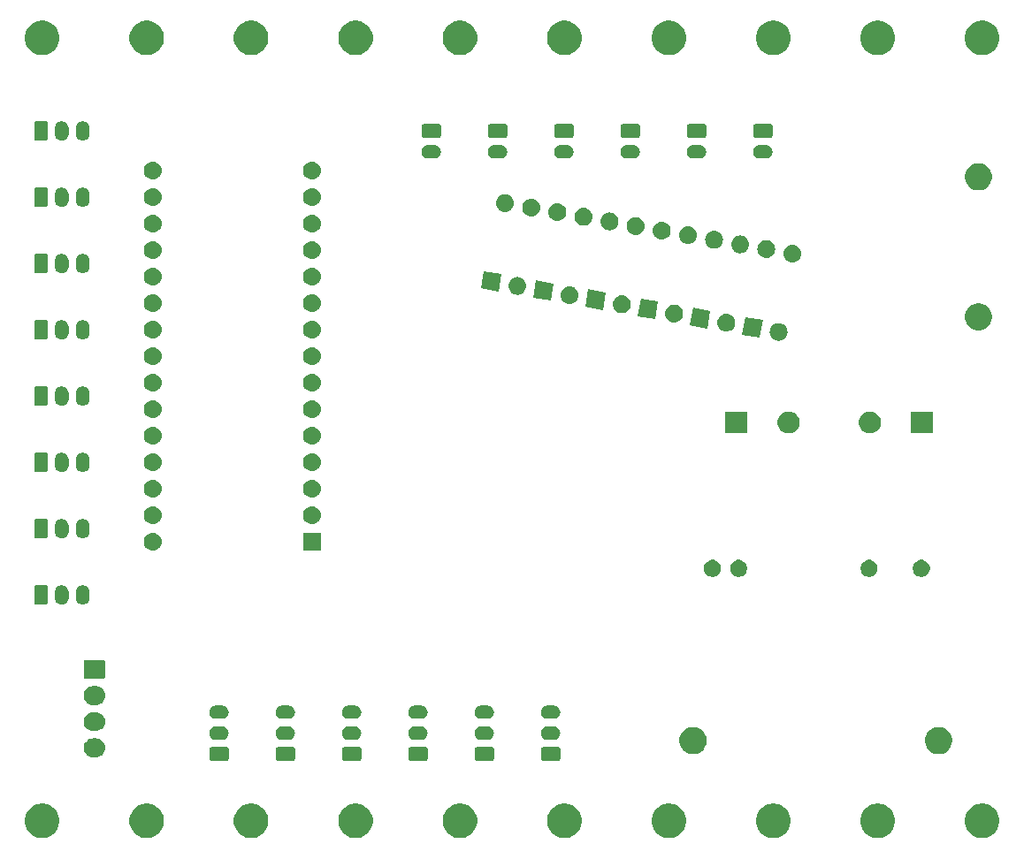
<source format=gbs>
G04 #@! TF.GenerationSoftware,KiCad,Pcbnew,(5.1.2)-1*
G04 #@! TF.CreationDate,2019-08-22T01:38:59+09:00*
G04 #@! TF.ProjectId,AIR_SRV_SIX,4149525f-5352-4565-9f53-49582e6b6963,rev?*
G04 #@! TF.SameCoordinates,PXaba9500PY47868c0*
G04 #@! TF.FileFunction,Soldermask,Bot*
G04 #@! TF.FilePolarity,Negative*
%FSLAX46Y46*%
G04 Gerber Fmt 4.6, Leading zero omitted, Abs format (unit mm)*
G04 Created by KiCad (PCBNEW (5.1.2)-1) date 2019-08-22 01:38:59*
%MOMM*%
%LPD*%
G04 APERTURE LIST*
%ADD10C,0.100000*%
G04 APERTURE END LIST*
D10*
G36*
X5375256Y-78391298D02*
G01*
X5481579Y-78412447D01*
X5782042Y-78536903D01*
X6052451Y-78717585D01*
X6282415Y-78947549D01*
X6463097Y-79217958D01*
X6587553Y-79518421D01*
X6651000Y-79837391D01*
X6651000Y-80162609D01*
X6587553Y-80481579D01*
X6463097Y-80782042D01*
X6282415Y-81052451D01*
X6052451Y-81282415D01*
X5782042Y-81463097D01*
X5481579Y-81587553D01*
X5375256Y-81608702D01*
X5162611Y-81651000D01*
X4837389Y-81651000D01*
X4624744Y-81608702D01*
X4518421Y-81587553D01*
X4217958Y-81463097D01*
X3947549Y-81282415D01*
X3717585Y-81052451D01*
X3536903Y-80782042D01*
X3412447Y-80481579D01*
X3349000Y-80162609D01*
X3349000Y-79837391D01*
X3412447Y-79518421D01*
X3536903Y-79217958D01*
X3717585Y-78947549D01*
X3947549Y-78717585D01*
X4217958Y-78536903D01*
X4518421Y-78412447D01*
X4624744Y-78391298D01*
X4837389Y-78349000D01*
X5162611Y-78349000D01*
X5375256Y-78391298D01*
X5375256Y-78391298D01*
G37*
G36*
X85375256Y-78391298D02*
G01*
X85481579Y-78412447D01*
X85782042Y-78536903D01*
X86052451Y-78717585D01*
X86282415Y-78947549D01*
X86463097Y-79217958D01*
X86587553Y-79518421D01*
X86651000Y-79837391D01*
X86651000Y-80162609D01*
X86587553Y-80481579D01*
X86463097Y-80782042D01*
X86282415Y-81052451D01*
X86052451Y-81282415D01*
X85782042Y-81463097D01*
X85481579Y-81587553D01*
X85375256Y-81608702D01*
X85162611Y-81651000D01*
X84837389Y-81651000D01*
X84624744Y-81608702D01*
X84518421Y-81587553D01*
X84217958Y-81463097D01*
X83947549Y-81282415D01*
X83717585Y-81052451D01*
X83536903Y-80782042D01*
X83412447Y-80481579D01*
X83349000Y-80162609D01*
X83349000Y-79837391D01*
X83412447Y-79518421D01*
X83536903Y-79217958D01*
X83717585Y-78947549D01*
X83947549Y-78717585D01*
X84217958Y-78536903D01*
X84518421Y-78412447D01*
X84624744Y-78391298D01*
X84837389Y-78349000D01*
X85162611Y-78349000D01*
X85375256Y-78391298D01*
X85375256Y-78391298D01*
G37*
G36*
X75375256Y-78391298D02*
G01*
X75481579Y-78412447D01*
X75782042Y-78536903D01*
X76052451Y-78717585D01*
X76282415Y-78947549D01*
X76463097Y-79217958D01*
X76587553Y-79518421D01*
X76651000Y-79837391D01*
X76651000Y-80162609D01*
X76587553Y-80481579D01*
X76463097Y-80782042D01*
X76282415Y-81052451D01*
X76052451Y-81282415D01*
X75782042Y-81463097D01*
X75481579Y-81587553D01*
X75375256Y-81608702D01*
X75162611Y-81651000D01*
X74837389Y-81651000D01*
X74624744Y-81608702D01*
X74518421Y-81587553D01*
X74217958Y-81463097D01*
X73947549Y-81282415D01*
X73717585Y-81052451D01*
X73536903Y-80782042D01*
X73412447Y-80481579D01*
X73349000Y-80162609D01*
X73349000Y-79837391D01*
X73412447Y-79518421D01*
X73536903Y-79217958D01*
X73717585Y-78947549D01*
X73947549Y-78717585D01*
X74217958Y-78536903D01*
X74518421Y-78412447D01*
X74624744Y-78391298D01*
X74837389Y-78349000D01*
X75162611Y-78349000D01*
X75375256Y-78391298D01*
X75375256Y-78391298D01*
G37*
G36*
X95375256Y-78391298D02*
G01*
X95481579Y-78412447D01*
X95782042Y-78536903D01*
X96052451Y-78717585D01*
X96282415Y-78947549D01*
X96463097Y-79217958D01*
X96587553Y-79518421D01*
X96651000Y-79837391D01*
X96651000Y-80162609D01*
X96587553Y-80481579D01*
X96463097Y-80782042D01*
X96282415Y-81052451D01*
X96052451Y-81282415D01*
X95782042Y-81463097D01*
X95481579Y-81587553D01*
X95375256Y-81608702D01*
X95162611Y-81651000D01*
X94837389Y-81651000D01*
X94624744Y-81608702D01*
X94518421Y-81587553D01*
X94217958Y-81463097D01*
X93947549Y-81282415D01*
X93717585Y-81052451D01*
X93536903Y-80782042D01*
X93412447Y-80481579D01*
X93349000Y-80162609D01*
X93349000Y-79837391D01*
X93412447Y-79518421D01*
X93536903Y-79217958D01*
X93717585Y-78947549D01*
X93947549Y-78717585D01*
X94217958Y-78536903D01*
X94518421Y-78412447D01*
X94624744Y-78391298D01*
X94837389Y-78349000D01*
X95162611Y-78349000D01*
X95375256Y-78391298D01*
X95375256Y-78391298D01*
G37*
G36*
X65375256Y-78391298D02*
G01*
X65481579Y-78412447D01*
X65782042Y-78536903D01*
X66052451Y-78717585D01*
X66282415Y-78947549D01*
X66463097Y-79217958D01*
X66587553Y-79518421D01*
X66651000Y-79837391D01*
X66651000Y-80162609D01*
X66587553Y-80481579D01*
X66463097Y-80782042D01*
X66282415Y-81052451D01*
X66052451Y-81282415D01*
X65782042Y-81463097D01*
X65481579Y-81587553D01*
X65375256Y-81608702D01*
X65162611Y-81651000D01*
X64837389Y-81651000D01*
X64624744Y-81608702D01*
X64518421Y-81587553D01*
X64217958Y-81463097D01*
X63947549Y-81282415D01*
X63717585Y-81052451D01*
X63536903Y-80782042D01*
X63412447Y-80481579D01*
X63349000Y-80162609D01*
X63349000Y-79837391D01*
X63412447Y-79518421D01*
X63536903Y-79217958D01*
X63717585Y-78947549D01*
X63947549Y-78717585D01*
X64217958Y-78536903D01*
X64518421Y-78412447D01*
X64624744Y-78391298D01*
X64837389Y-78349000D01*
X65162611Y-78349000D01*
X65375256Y-78391298D01*
X65375256Y-78391298D01*
G37*
G36*
X55375256Y-78391298D02*
G01*
X55481579Y-78412447D01*
X55782042Y-78536903D01*
X56052451Y-78717585D01*
X56282415Y-78947549D01*
X56463097Y-79217958D01*
X56587553Y-79518421D01*
X56651000Y-79837391D01*
X56651000Y-80162609D01*
X56587553Y-80481579D01*
X56463097Y-80782042D01*
X56282415Y-81052451D01*
X56052451Y-81282415D01*
X55782042Y-81463097D01*
X55481579Y-81587553D01*
X55375256Y-81608702D01*
X55162611Y-81651000D01*
X54837389Y-81651000D01*
X54624744Y-81608702D01*
X54518421Y-81587553D01*
X54217958Y-81463097D01*
X53947549Y-81282415D01*
X53717585Y-81052451D01*
X53536903Y-80782042D01*
X53412447Y-80481579D01*
X53349000Y-80162609D01*
X53349000Y-79837391D01*
X53412447Y-79518421D01*
X53536903Y-79217958D01*
X53717585Y-78947549D01*
X53947549Y-78717585D01*
X54217958Y-78536903D01*
X54518421Y-78412447D01*
X54624744Y-78391298D01*
X54837389Y-78349000D01*
X55162611Y-78349000D01*
X55375256Y-78391298D01*
X55375256Y-78391298D01*
G37*
G36*
X35375256Y-78391298D02*
G01*
X35481579Y-78412447D01*
X35782042Y-78536903D01*
X36052451Y-78717585D01*
X36282415Y-78947549D01*
X36463097Y-79217958D01*
X36587553Y-79518421D01*
X36651000Y-79837391D01*
X36651000Y-80162609D01*
X36587553Y-80481579D01*
X36463097Y-80782042D01*
X36282415Y-81052451D01*
X36052451Y-81282415D01*
X35782042Y-81463097D01*
X35481579Y-81587553D01*
X35375256Y-81608702D01*
X35162611Y-81651000D01*
X34837389Y-81651000D01*
X34624744Y-81608702D01*
X34518421Y-81587553D01*
X34217958Y-81463097D01*
X33947549Y-81282415D01*
X33717585Y-81052451D01*
X33536903Y-80782042D01*
X33412447Y-80481579D01*
X33349000Y-80162609D01*
X33349000Y-79837391D01*
X33412447Y-79518421D01*
X33536903Y-79217958D01*
X33717585Y-78947549D01*
X33947549Y-78717585D01*
X34217958Y-78536903D01*
X34518421Y-78412447D01*
X34624744Y-78391298D01*
X34837389Y-78349000D01*
X35162611Y-78349000D01*
X35375256Y-78391298D01*
X35375256Y-78391298D01*
G37*
G36*
X45375256Y-78391298D02*
G01*
X45481579Y-78412447D01*
X45782042Y-78536903D01*
X46052451Y-78717585D01*
X46282415Y-78947549D01*
X46463097Y-79217958D01*
X46587553Y-79518421D01*
X46651000Y-79837391D01*
X46651000Y-80162609D01*
X46587553Y-80481579D01*
X46463097Y-80782042D01*
X46282415Y-81052451D01*
X46052451Y-81282415D01*
X45782042Y-81463097D01*
X45481579Y-81587553D01*
X45375256Y-81608702D01*
X45162611Y-81651000D01*
X44837389Y-81651000D01*
X44624744Y-81608702D01*
X44518421Y-81587553D01*
X44217958Y-81463097D01*
X43947549Y-81282415D01*
X43717585Y-81052451D01*
X43536903Y-80782042D01*
X43412447Y-80481579D01*
X43349000Y-80162609D01*
X43349000Y-79837391D01*
X43412447Y-79518421D01*
X43536903Y-79217958D01*
X43717585Y-78947549D01*
X43947549Y-78717585D01*
X44217958Y-78536903D01*
X44518421Y-78412447D01*
X44624744Y-78391298D01*
X44837389Y-78349000D01*
X45162611Y-78349000D01*
X45375256Y-78391298D01*
X45375256Y-78391298D01*
G37*
G36*
X15375256Y-78391298D02*
G01*
X15481579Y-78412447D01*
X15782042Y-78536903D01*
X16052451Y-78717585D01*
X16282415Y-78947549D01*
X16463097Y-79217958D01*
X16587553Y-79518421D01*
X16651000Y-79837391D01*
X16651000Y-80162609D01*
X16587553Y-80481579D01*
X16463097Y-80782042D01*
X16282415Y-81052451D01*
X16052451Y-81282415D01*
X15782042Y-81463097D01*
X15481579Y-81587553D01*
X15375256Y-81608702D01*
X15162611Y-81651000D01*
X14837389Y-81651000D01*
X14624744Y-81608702D01*
X14518421Y-81587553D01*
X14217958Y-81463097D01*
X13947549Y-81282415D01*
X13717585Y-81052451D01*
X13536903Y-80782042D01*
X13412447Y-80481579D01*
X13349000Y-80162609D01*
X13349000Y-79837391D01*
X13412447Y-79518421D01*
X13536903Y-79217958D01*
X13717585Y-78947549D01*
X13947549Y-78717585D01*
X14217958Y-78536903D01*
X14518421Y-78412447D01*
X14624744Y-78391298D01*
X14837389Y-78349000D01*
X15162611Y-78349000D01*
X15375256Y-78391298D01*
X15375256Y-78391298D01*
G37*
G36*
X25375256Y-78391298D02*
G01*
X25481579Y-78412447D01*
X25782042Y-78536903D01*
X26052451Y-78717585D01*
X26282415Y-78947549D01*
X26463097Y-79217958D01*
X26587553Y-79518421D01*
X26651000Y-79837391D01*
X26651000Y-80162609D01*
X26587553Y-80481579D01*
X26463097Y-80782042D01*
X26282415Y-81052451D01*
X26052451Y-81282415D01*
X25782042Y-81463097D01*
X25481579Y-81587553D01*
X25375256Y-81608702D01*
X25162611Y-81651000D01*
X24837389Y-81651000D01*
X24624744Y-81608702D01*
X24518421Y-81587553D01*
X24217958Y-81463097D01*
X23947549Y-81282415D01*
X23717585Y-81052451D01*
X23536903Y-80782042D01*
X23412447Y-80481579D01*
X23349000Y-80162609D01*
X23349000Y-79837391D01*
X23412447Y-79518421D01*
X23536903Y-79217958D01*
X23717585Y-78947549D01*
X23947549Y-78717585D01*
X24217958Y-78536903D01*
X24518421Y-78412447D01*
X24624744Y-78391298D01*
X24837389Y-78349000D01*
X25162611Y-78349000D01*
X25375256Y-78391298D01*
X25375256Y-78391298D01*
G37*
G36*
X29046242Y-72943404D02*
G01*
X29083337Y-72954657D01*
X29117515Y-72972925D01*
X29147481Y-72997519D01*
X29172075Y-73027485D01*
X29190343Y-73061663D01*
X29201596Y-73098758D01*
X29206000Y-73143474D01*
X29206000Y-74036526D01*
X29201596Y-74081242D01*
X29190343Y-74118337D01*
X29172075Y-74152515D01*
X29147481Y-74182481D01*
X29117515Y-74207075D01*
X29083337Y-74225343D01*
X29046242Y-74236596D01*
X29001526Y-74241000D01*
X27558474Y-74241000D01*
X27513758Y-74236596D01*
X27476663Y-74225343D01*
X27442485Y-74207075D01*
X27412519Y-74182481D01*
X27387925Y-74152515D01*
X27369657Y-74118337D01*
X27358404Y-74081242D01*
X27354000Y-74036526D01*
X27354000Y-73143474D01*
X27358404Y-73098758D01*
X27369657Y-73061663D01*
X27387925Y-73027485D01*
X27412519Y-72997519D01*
X27442485Y-72972925D01*
X27476663Y-72954657D01*
X27513758Y-72943404D01*
X27558474Y-72939000D01*
X29001526Y-72939000D01*
X29046242Y-72943404D01*
X29046242Y-72943404D01*
G37*
G36*
X41746242Y-72943404D02*
G01*
X41783337Y-72954657D01*
X41817515Y-72972925D01*
X41847481Y-72997519D01*
X41872075Y-73027485D01*
X41890343Y-73061663D01*
X41901596Y-73098758D01*
X41906000Y-73143474D01*
X41906000Y-74036526D01*
X41901596Y-74081242D01*
X41890343Y-74118337D01*
X41872075Y-74152515D01*
X41847481Y-74182481D01*
X41817515Y-74207075D01*
X41783337Y-74225343D01*
X41746242Y-74236596D01*
X41701526Y-74241000D01*
X40258474Y-74241000D01*
X40213758Y-74236596D01*
X40176663Y-74225343D01*
X40142485Y-74207075D01*
X40112519Y-74182481D01*
X40087925Y-74152515D01*
X40069657Y-74118337D01*
X40058404Y-74081242D01*
X40054000Y-74036526D01*
X40054000Y-73143474D01*
X40058404Y-73098758D01*
X40069657Y-73061663D01*
X40087925Y-73027485D01*
X40112519Y-72997519D01*
X40142485Y-72972925D01*
X40176663Y-72954657D01*
X40213758Y-72943404D01*
X40258474Y-72939000D01*
X41701526Y-72939000D01*
X41746242Y-72943404D01*
X41746242Y-72943404D01*
G37*
G36*
X54446242Y-72943404D02*
G01*
X54483337Y-72954657D01*
X54517515Y-72972925D01*
X54547481Y-72997519D01*
X54572075Y-73027485D01*
X54590343Y-73061663D01*
X54601596Y-73098758D01*
X54606000Y-73143474D01*
X54606000Y-74036526D01*
X54601596Y-74081242D01*
X54590343Y-74118337D01*
X54572075Y-74152515D01*
X54547481Y-74182481D01*
X54517515Y-74207075D01*
X54483337Y-74225343D01*
X54446242Y-74236596D01*
X54401526Y-74241000D01*
X52958474Y-74241000D01*
X52913758Y-74236596D01*
X52876663Y-74225343D01*
X52842485Y-74207075D01*
X52812519Y-74182481D01*
X52787925Y-74152515D01*
X52769657Y-74118337D01*
X52758404Y-74081242D01*
X52754000Y-74036526D01*
X52754000Y-73143474D01*
X52758404Y-73098758D01*
X52769657Y-73061663D01*
X52787925Y-73027485D01*
X52812519Y-72997519D01*
X52842485Y-72972925D01*
X52876663Y-72954657D01*
X52913758Y-72943404D01*
X52958474Y-72939000D01*
X54401526Y-72939000D01*
X54446242Y-72943404D01*
X54446242Y-72943404D01*
G37*
G36*
X48096242Y-72943404D02*
G01*
X48133337Y-72954657D01*
X48167515Y-72972925D01*
X48197481Y-72997519D01*
X48222075Y-73027485D01*
X48240343Y-73061663D01*
X48251596Y-73098758D01*
X48256000Y-73143474D01*
X48256000Y-74036526D01*
X48251596Y-74081242D01*
X48240343Y-74118337D01*
X48222075Y-74152515D01*
X48197481Y-74182481D01*
X48167515Y-74207075D01*
X48133337Y-74225343D01*
X48096242Y-74236596D01*
X48051526Y-74241000D01*
X46608474Y-74241000D01*
X46563758Y-74236596D01*
X46526663Y-74225343D01*
X46492485Y-74207075D01*
X46462519Y-74182481D01*
X46437925Y-74152515D01*
X46419657Y-74118337D01*
X46408404Y-74081242D01*
X46404000Y-74036526D01*
X46404000Y-73143474D01*
X46408404Y-73098758D01*
X46419657Y-73061663D01*
X46437925Y-73027485D01*
X46462519Y-72997519D01*
X46492485Y-72972925D01*
X46526663Y-72954657D01*
X46563758Y-72943404D01*
X46608474Y-72939000D01*
X48051526Y-72939000D01*
X48096242Y-72943404D01*
X48096242Y-72943404D01*
G37*
G36*
X22696242Y-72943404D02*
G01*
X22733337Y-72954657D01*
X22767515Y-72972925D01*
X22797481Y-72997519D01*
X22822075Y-73027485D01*
X22840343Y-73061663D01*
X22851596Y-73098758D01*
X22856000Y-73143474D01*
X22856000Y-74036526D01*
X22851596Y-74081242D01*
X22840343Y-74118337D01*
X22822075Y-74152515D01*
X22797481Y-74182481D01*
X22767515Y-74207075D01*
X22733337Y-74225343D01*
X22696242Y-74236596D01*
X22651526Y-74241000D01*
X21208474Y-74241000D01*
X21163758Y-74236596D01*
X21126663Y-74225343D01*
X21092485Y-74207075D01*
X21062519Y-74182481D01*
X21037925Y-74152515D01*
X21019657Y-74118337D01*
X21008404Y-74081242D01*
X21004000Y-74036526D01*
X21004000Y-73143474D01*
X21008404Y-73098758D01*
X21019657Y-73061663D01*
X21037925Y-73027485D01*
X21062519Y-72997519D01*
X21092485Y-72972925D01*
X21126663Y-72954657D01*
X21163758Y-72943404D01*
X21208474Y-72939000D01*
X22651526Y-72939000D01*
X22696242Y-72943404D01*
X22696242Y-72943404D01*
G37*
G36*
X35396242Y-72943404D02*
G01*
X35433337Y-72954657D01*
X35467515Y-72972925D01*
X35497481Y-72997519D01*
X35522075Y-73027485D01*
X35540343Y-73061663D01*
X35551596Y-73098758D01*
X35556000Y-73143474D01*
X35556000Y-74036526D01*
X35551596Y-74081242D01*
X35540343Y-74118337D01*
X35522075Y-74152515D01*
X35497481Y-74182481D01*
X35467515Y-74207075D01*
X35433337Y-74225343D01*
X35396242Y-74236596D01*
X35351526Y-74241000D01*
X33908474Y-74241000D01*
X33863758Y-74236596D01*
X33826663Y-74225343D01*
X33792485Y-74207075D01*
X33762519Y-74182481D01*
X33737925Y-74152515D01*
X33719657Y-74118337D01*
X33708404Y-74081242D01*
X33704000Y-74036526D01*
X33704000Y-73143474D01*
X33708404Y-73098758D01*
X33719657Y-73061663D01*
X33737925Y-73027485D01*
X33762519Y-72997519D01*
X33792485Y-72972925D01*
X33826663Y-72954657D01*
X33863758Y-72943404D01*
X33908474Y-72939000D01*
X35351526Y-72939000D01*
X35396242Y-72943404D01*
X35396242Y-72943404D01*
G37*
G36*
X10235442Y-72105518D02*
G01*
X10301627Y-72112037D01*
X10471466Y-72163557D01*
X10627991Y-72247222D01*
X10663729Y-72276552D01*
X10765186Y-72359814D01*
X10848448Y-72461271D01*
X10877778Y-72497009D01*
X10961443Y-72653534D01*
X11012963Y-72823373D01*
X11030359Y-73000000D01*
X11012963Y-73176627D01*
X10961443Y-73346466D01*
X10877778Y-73502991D01*
X10848448Y-73538729D01*
X10765186Y-73640186D01*
X10663729Y-73723448D01*
X10627991Y-73752778D01*
X10471466Y-73836443D01*
X10301627Y-73887963D01*
X10235443Y-73894481D01*
X10169260Y-73901000D01*
X9830740Y-73901000D01*
X9764557Y-73894481D01*
X9698373Y-73887963D01*
X9528534Y-73836443D01*
X9372009Y-73752778D01*
X9336271Y-73723448D01*
X9234814Y-73640186D01*
X9151552Y-73538729D01*
X9122222Y-73502991D01*
X9038557Y-73346466D01*
X8987037Y-73176627D01*
X8969641Y-73000000D01*
X8987037Y-72823373D01*
X9038557Y-72653534D01*
X9122222Y-72497009D01*
X9151552Y-72461271D01*
X9234814Y-72359814D01*
X9336271Y-72276552D01*
X9372009Y-72247222D01*
X9528534Y-72163557D01*
X9698373Y-72112037D01*
X9764558Y-72105518D01*
X9830740Y-72099000D01*
X10169260Y-72099000D01*
X10235442Y-72105518D01*
X10235442Y-72105518D01*
G37*
G36*
X91209487Y-71058996D02*
G01*
X91405496Y-71140186D01*
X91446255Y-71157069D01*
X91550278Y-71226575D01*
X91659339Y-71299447D01*
X91840553Y-71480661D01*
X91982932Y-71693747D01*
X92081004Y-71930513D01*
X92131000Y-72181861D01*
X92131000Y-72438139D01*
X92081004Y-72689487D01*
X91982932Y-72926253D01*
X91982931Y-72926255D01*
X91840553Y-73139339D01*
X91659339Y-73320553D01*
X91446255Y-73462931D01*
X91446254Y-73462932D01*
X91446253Y-73462932D01*
X91209487Y-73561004D01*
X90958139Y-73611000D01*
X90701861Y-73611000D01*
X90450513Y-73561004D01*
X90213747Y-73462932D01*
X90213746Y-73462932D01*
X90213745Y-73462931D01*
X90000661Y-73320553D01*
X89819447Y-73139339D01*
X89677069Y-72926255D01*
X89677068Y-72926253D01*
X89578996Y-72689487D01*
X89529000Y-72438139D01*
X89529000Y-72181861D01*
X89578996Y-71930513D01*
X89677068Y-71693747D01*
X89819447Y-71480661D01*
X90000661Y-71299447D01*
X90109722Y-71226575D01*
X90213745Y-71157069D01*
X90254504Y-71140186D01*
X90450513Y-71058996D01*
X90701861Y-71009000D01*
X90958139Y-71009000D01*
X91209487Y-71058996D01*
X91209487Y-71058996D01*
G37*
G36*
X67709487Y-71058996D02*
G01*
X67905496Y-71140186D01*
X67946255Y-71157069D01*
X68050278Y-71226575D01*
X68159339Y-71299447D01*
X68340553Y-71480661D01*
X68482932Y-71693747D01*
X68581004Y-71930513D01*
X68631000Y-72181861D01*
X68631000Y-72438139D01*
X68581004Y-72689487D01*
X68482932Y-72926253D01*
X68482931Y-72926255D01*
X68340553Y-73139339D01*
X68159339Y-73320553D01*
X67946255Y-73462931D01*
X67946254Y-73462932D01*
X67946253Y-73462932D01*
X67709487Y-73561004D01*
X67458139Y-73611000D01*
X67201861Y-73611000D01*
X66950513Y-73561004D01*
X66713747Y-73462932D01*
X66713746Y-73462932D01*
X66713745Y-73462931D01*
X66500661Y-73320553D01*
X66319447Y-73139339D01*
X66177069Y-72926255D01*
X66177068Y-72926253D01*
X66078996Y-72689487D01*
X66029000Y-72438139D01*
X66029000Y-72181861D01*
X66078996Y-71930513D01*
X66177068Y-71693747D01*
X66319447Y-71480661D01*
X66500661Y-71299447D01*
X66609722Y-71226575D01*
X66713745Y-71157069D01*
X66754504Y-71140186D01*
X66950513Y-71058996D01*
X67201861Y-71009000D01*
X67458139Y-71009000D01*
X67709487Y-71058996D01*
X67709487Y-71058996D01*
G37*
G36*
X28618855Y-70942140D02*
G01*
X28682618Y-70948420D01*
X28773404Y-70975960D01*
X28805336Y-70985646D01*
X28918425Y-71046094D01*
X29017554Y-71127446D01*
X29098906Y-71226575D01*
X29159354Y-71339664D01*
X29159355Y-71339668D01*
X29196580Y-71462382D01*
X29209149Y-71590000D01*
X29196580Y-71717618D01*
X29169040Y-71808404D01*
X29159354Y-71840336D01*
X29098906Y-71953425D01*
X29017554Y-72052554D01*
X28918425Y-72133906D01*
X28805336Y-72194354D01*
X28773404Y-72204040D01*
X28682618Y-72231580D01*
X28618855Y-72237860D01*
X28586974Y-72241000D01*
X27973026Y-72241000D01*
X27941145Y-72237860D01*
X27877382Y-72231580D01*
X27786596Y-72204040D01*
X27754664Y-72194354D01*
X27641575Y-72133906D01*
X27542446Y-72052554D01*
X27461094Y-71953425D01*
X27400646Y-71840336D01*
X27390960Y-71808404D01*
X27363420Y-71717618D01*
X27350851Y-71590000D01*
X27363420Y-71462382D01*
X27400645Y-71339668D01*
X27400646Y-71339664D01*
X27461094Y-71226575D01*
X27542446Y-71127446D01*
X27641575Y-71046094D01*
X27754664Y-70985646D01*
X27786596Y-70975960D01*
X27877382Y-70948420D01*
X27941145Y-70942140D01*
X27973026Y-70939000D01*
X28586974Y-70939000D01*
X28618855Y-70942140D01*
X28618855Y-70942140D01*
G37*
G36*
X34968855Y-70942140D02*
G01*
X35032618Y-70948420D01*
X35123404Y-70975960D01*
X35155336Y-70985646D01*
X35268425Y-71046094D01*
X35367554Y-71127446D01*
X35448906Y-71226575D01*
X35509354Y-71339664D01*
X35509355Y-71339668D01*
X35546580Y-71462382D01*
X35559149Y-71590000D01*
X35546580Y-71717618D01*
X35519040Y-71808404D01*
X35509354Y-71840336D01*
X35448906Y-71953425D01*
X35367554Y-72052554D01*
X35268425Y-72133906D01*
X35155336Y-72194354D01*
X35123404Y-72204040D01*
X35032618Y-72231580D01*
X34968855Y-72237860D01*
X34936974Y-72241000D01*
X34323026Y-72241000D01*
X34291145Y-72237860D01*
X34227382Y-72231580D01*
X34136596Y-72204040D01*
X34104664Y-72194354D01*
X33991575Y-72133906D01*
X33892446Y-72052554D01*
X33811094Y-71953425D01*
X33750646Y-71840336D01*
X33740960Y-71808404D01*
X33713420Y-71717618D01*
X33700851Y-71590000D01*
X33713420Y-71462382D01*
X33750645Y-71339668D01*
X33750646Y-71339664D01*
X33811094Y-71226575D01*
X33892446Y-71127446D01*
X33991575Y-71046094D01*
X34104664Y-70985646D01*
X34136596Y-70975960D01*
X34227382Y-70948420D01*
X34291145Y-70942140D01*
X34323026Y-70939000D01*
X34936974Y-70939000D01*
X34968855Y-70942140D01*
X34968855Y-70942140D01*
G37*
G36*
X22268855Y-70942140D02*
G01*
X22332618Y-70948420D01*
X22423404Y-70975960D01*
X22455336Y-70985646D01*
X22568425Y-71046094D01*
X22667554Y-71127446D01*
X22748906Y-71226575D01*
X22809354Y-71339664D01*
X22809355Y-71339668D01*
X22846580Y-71462382D01*
X22859149Y-71590000D01*
X22846580Y-71717618D01*
X22819040Y-71808404D01*
X22809354Y-71840336D01*
X22748906Y-71953425D01*
X22667554Y-72052554D01*
X22568425Y-72133906D01*
X22455336Y-72194354D01*
X22423404Y-72204040D01*
X22332618Y-72231580D01*
X22268855Y-72237860D01*
X22236974Y-72241000D01*
X21623026Y-72241000D01*
X21591145Y-72237860D01*
X21527382Y-72231580D01*
X21436596Y-72204040D01*
X21404664Y-72194354D01*
X21291575Y-72133906D01*
X21192446Y-72052554D01*
X21111094Y-71953425D01*
X21050646Y-71840336D01*
X21040960Y-71808404D01*
X21013420Y-71717618D01*
X21000851Y-71590000D01*
X21013420Y-71462382D01*
X21050645Y-71339668D01*
X21050646Y-71339664D01*
X21111094Y-71226575D01*
X21192446Y-71127446D01*
X21291575Y-71046094D01*
X21404664Y-70985646D01*
X21436596Y-70975960D01*
X21527382Y-70948420D01*
X21591145Y-70942140D01*
X21623026Y-70939000D01*
X22236974Y-70939000D01*
X22268855Y-70942140D01*
X22268855Y-70942140D01*
G37*
G36*
X54018855Y-70942140D02*
G01*
X54082618Y-70948420D01*
X54173404Y-70975960D01*
X54205336Y-70985646D01*
X54318425Y-71046094D01*
X54417554Y-71127446D01*
X54498906Y-71226575D01*
X54559354Y-71339664D01*
X54559355Y-71339668D01*
X54596580Y-71462382D01*
X54609149Y-71590000D01*
X54596580Y-71717618D01*
X54569040Y-71808404D01*
X54559354Y-71840336D01*
X54498906Y-71953425D01*
X54417554Y-72052554D01*
X54318425Y-72133906D01*
X54205336Y-72194354D01*
X54173404Y-72204040D01*
X54082618Y-72231580D01*
X54018855Y-72237860D01*
X53986974Y-72241000D01*
X53373026Y-72241000D01*
X53341145Y-72237860D01*
X53277382Y-72231580D01*
X53186596Y-72204040D01*
X53154664Y-72194354D01*
X53041575Y-72133906D01*
X52942446Y-72052554D01*
X52861094Y-71953425D01*
X52800646Y-71840336D01*
X52790960Y-71808404D01*
X52763420Y-71717618D01*
X52750851Y-71590000D01*
X52763420Y-71462382D01*
X52800645Y-71339668D01*
X52800646Y-71339664D01*
X52861094Y-71226575D01*
X52942446Y-71127446D01*
X53041575Y-71046094D01*
X53154664Y-70985646D01*
X53186596Y-70975960D01*
X53277382Y-70948420D01*
X53341145Y-70942140D01*
X53373026Y-70939000D01*
X53986974Y-70939000D01*
X54018855Y-70942140D01*
X54018855Y-70942140D01*
G37*
G36*
X47668855Y-70942140D02*
G01*
X47732618Y-70948420D01*
X47823404Y-70975960D01*
X47855336Y-70985646D01*
X47968425Y-71046094D01*
X48067554Y-71127446D01*
X48148906Y-71226575D01*
X48209354Y-71339664D01*
X48209355Y-71339668D01*
X48246580Y-71462382D01*
X48259149Y-71590000D01*
X48246580Y-71717618D01*
X48219040Y-71808404D01*
X48209354Y-71840336D01*
X48148906Y-71953425D01*
X48067554Y-72052554D01*
X47968425Y-72133906D01*
X47855336Y-72194354D01*
X47823404Y-72204040D01*
X47732618Y-72231580D01*
X47668855Y-72237860D01*
X47636974Y-72241000D01*
X47023026Y-72241000D01*
X46991145Y-72237860D01*
X46927382Y-72231580D01*
X46836596Y-72204040D01*
X46804664Y-72194354D01*
X46691575Y-72133906D01*
X46592446Y-72052554D01*
X46511094Y-71953425D01*
X46450646Y-71840336D01*
X46440960Y-71808404D01*
X46413420Y-71717618D01*
X46400851Y-71590000D01*
X46413420Y-71462382D01*
X46450645Y-71339668D01*
X46450646Y-71339664D01*
X46511094Y-71226575D01*
X46592446Y-71127446D01*
X46691575Y-71046094D01*
X46804664Y-70985646D01*
X46836596Y-70975960D01*
X46927382Y-70948420D01*
X46991145Y-70942140D01*
X47023026Y-70939000D01*
X47636974Y-70939000D01*
X47668855Y-70942140D01*
X47668855Y-70942140D01*
G37*
G36*
X41318855Y-70942140D02*
G01*
X41382618Y-70948420D01*
X41473404Y-70975960D01*
X41505336Y-70985646D01*
X41618425Y-71046094D01*
X41717554Y-71127446D01*
X41798906Y-71226575D01*
X41859354Y-71339664D01*
X41859355Y-71339668D01*
X41896580Y-71462382D01*
X41909149Y-71590000D01*
X41896580Y-71717618D01*
X41869040Y-71808404D01*
X41859354Y-71840336D01*
X41798906Y-71953425D01*
X41717554Y-72052554D01*
X41618425Y-72133906D01*
X41505336Y-72194354D01*
X41473404Y-72204040D01*
X41382618Y-72231580D01*
X41318855Y-72237860D01*
X41286974Y-72241000D01*
X40673026Y-72241000D01*
X40641145Y-72237860D01*
X40577382Y-72231580D01*
X40486596Y-72204040D01*
X40454664Y-72194354D01*
X40341575Y-72133906D01*
X40242446Y-72052554D01*
X40161094Y-71953425D01*
X40100646Y-71840336D01*
X40090960Y-71808404D01*
X40063420Y-71717618D01*
X40050851Y-71590000D01*
X40063420Y-71462382D01*
X40100645Y-71339668D01*
X40100646Y-71339664D01*
X40161094Y-71226575D01*
X40242446Y-71127446D01*
X40341575Y-71046094D01*
X40454664Y-70985646D01*
X40486596Y-70975960D01*
X40577382Y-70948420D01*
X40641145Y-70942140D01*
X40673026Y-70939000D01*
X41286974Y-70939000D01*
X41318855Y-70942140D01*
X41318855Y-70942140D01*
G37*
G36*
X10235443Y-69605519D02*
G01*
X10301627Y-69612037D01*
X10471466Y-69663557D01*
X10627991Y-69747222D01*
X10663729Y-69776552D01*
X10765186Y-69859814D01*
X10842009Y-69953425D01*
X10877778Y-69997009D01*
X10961443Y-70153534D01*
X11012963Y-70323373D01*
X11030359Y-70500000D01*
X11012963Y-70676627D01*
X10961443Y-70846466D01*
X10877778Y-71002991D01*
X10848448Y-71038729D01*
X10765186Y-71140186D01*
X10663729Y-71223448D01*
X10627991Y-71252778D01*
X10471466Y-71336443D01*
X10301627Y-71387963D01*
X10235442Y-71394482D01*
X10169260Y-71401000D01*
X9830740Y-71401000D01*
X9764558Y-71394482D01*
X9698373Y-71387963D01*
X9528534Y-71336443D01*
X9372009Y-71252778D01*
X9336271Y-71223448D01*
X9234814Y-71140186D01*
X9151552Y-71038729D01*
X9122222Y-71002991D01*
X9038557Y-70846466D01*
X8987037Y-70676627D01*
X8969641Y-70500000D01*
X8987037Y-70323373D01*
X9038557Y-70153534D01*
X9122222Y-69997009D01*
X9157991Y-69953425D01*
X9234814Y-69859814D01*
X9336271Y-69776552D01*
X9372009Y-69747222D01*
X9528534Y-69663557D01*
X9698373Y-69612037D01*
X9764557Y-69605519D01*
X9830740Y-69599000D01*
X10169260Y-69599000D01*
X10235443Y-69605519D01*
X10235443Y-69605519D01*
G37*
G36*
X47668855Y-68942140D02*
G01*
X47732618Y-68948420D01*
X47823404Y-68975960D01*
X47855336Y-68985646D01*
X47968425Y-69046094D01*
X48067554Y-69127446D01*
X48148906Y-69226575D01*
X48209354Y-69339664D01*
X48209355Y-69339668D01*
X48246580Y-69462382D01*
X48259149Y-69590000D01*
X48246580Y-69717618D01*
X48219040Y-69808404D01*
X48209354Y-69840336D01*
X48148906Y-69953425D01*
X48067554Y-70052554D01*
X47968425Y-70133906D01*
X47855336Y-70194354D01*
X47823404Y-70204040D01*
X47732618Y-70231580D01*
X47668855Y-70237860D01*
X47636974Y-70241000D01*
X47023026Y-70241000D01*
X46991145Y-70237860D01*
X46927382Y-70231580D01*
X46836596Y-70204040D01*
X46804664Y-70194354D01*
X46691575Y-70133906D01*
X46592446Y-70052554D01*
X46511094Y-69953425D01*
X46450646Y-69840336D01*
X46440960Y-69808404D01*
X46413420Y-69717618D01*
X46400851Y-69590000D01*
X46413420Y-69462382D01*
X46450645Y-69339668D01*
X46450646Y-69339664D01*
X46511094Y-69226575D01*
X46592446Y-69127446D01*
X46691575Y-69046094D01*
X46804664Y-68985646D01*
X46836596Y-68975960D01*
X46927382Y-68948420D01*
X46991145Y-68942140D01*
X47023026Y-68939000D01*
X47636974Y-68939000D01*
X47668855Y-68942140D01*
X47668855Y-68942140D01*
G37*
G36*
X54018855Y-68942140D02*
G01*
X54082618Y-68948420D01*
X54173404Y-68975960D01*
X54205336Y-68985646D01*
X54318425Y-69046094D01*
X54417554Y-69127446D01*
X54498906Y-69226575D01*
X54559354Y-69339664D01*
X54559355Y-69339668D01*
X54596580Y-69462382D01*
X54609149Y-69590000D01*
X54596580Y-69717618D01*
X54569040Y-69808404D01*
X54559354Y-69840336D01*
X54498906Y-69953425D01*
X54417554Y-70052554D01*
X54318425Y-70133906D01*
X54205336Y-70194354D01*
X54173404Y-70204040D01*
X54082618Y-70231580D01*
X54018855Y-70237860D01*
X53986974Y-70241000D01*
X53373026Y-70241000D01*
X53341145Y-70237860D01*
X53277382Y-70231580D01*
X53186596Y-70204040D01*
X53154664Y-70194354D01*
X53041575Y-70133906D01*
X52942446Y-70052554D01*
X52861094Y-69953425D01*
X52800646Y-69840336D01*
X52790960Y-69808404D01*
X52763420Y-69717618D01*
X52750851Y-69590000D01*
X52763420Y-69462382D01*
X52800645Y-69339668D01*
X52800646Y-69339664D01*
X52861094Y-69226575D01*
X52942446Y-69127446D01*
X53041575Y-69046094D01*
X53154664Y-68985646D01*
X53186596Y-68975960D01*
X53277382Y-68948420D01*
X53341145Y-68942140D01*
X53373026Y-68939000D01*
X53986974Y-68939000D01*
X54018855Y-68942140D01*
X54018855Y-68942140D01*
G37*
G36*
X28618855Y-68942140D02*
G01*
X28682618Y-68948420D01*
X28773404Y-68975960D01*
X28805336Y-68985646D01*
X28918425Y-69046094D01*
X29017554Y-69127446D01*
X29098906Y-69226575D01*
X29159354Y-69339664D01*
X29159355Y-69339668D01*
X29196580Y-69462382D01*
X29209149Y-69590000D01*
X29196580Y-69717618D01*
X29169040Y-69808404D01*
X29159354Y-69840336D01*
X29098906Y-69953425D01*
X29017554Y-70052554D01*
X28918425Y-70133906D01*
X28805336Y-70194354D01*
X28773404Y-70204040D01*
X28682618Y-70231580D01*
X28618855Y-70237860D01*
X28586974Y-70241000D01*
X27973026Y-70241000D01*
X27941145Y-70237860D01*
X27877382Y-70231580D01*
X27786596Y-70204040D01*
X27754664Y-70194354D01*
X27641575Y-70133906D01*
X27542446Y-70052554D01*
X27461094Y-69953425D01*
X27400646Y-69840336D01*
X27390960Y-69808404D01*
X27363420Y-69717618D01*
X27350851Y-69590000D01*
X27363420Y-69462382D01*
X27400645Y-69339668D01*
X27400646Y-69339664D01*
X27461094Y-69226575D01*
X27542446Y-69127446D01*
X27641575Y-69046094D01*
X27754664Y-68985646D01*
X27786596Y-68975960D01*
X27877382Y-68948420D01*
X27941145Y-68942140D01*
X27973026Y-68939000D01*
X28586974Y-68939000D01*
X28618855Y-68942140D01*
X28618855Y-68942140D01*
G37*
G36*
X34968855Y-68942140D02*
G01*
X35032618Y-68948420D01*
X35123404Y-68975960D01*
X35155336Y-68985646D01*
X35268425Y-69046094D01*
X35367554Y-69127446D01*
X35448906Y-69226575D01*
X35509354Y-69339664D01*
X35509355Y-69339668D01*
X35546580Y-69462382D01*
X35559149Y-69590000D01*
X35546580Y-69717618D01*
X35519040Y-69808404D01*
X35509354Y-69840336D01*
X35448906Y-69953425D01*
X35367554Y-70052554D01*
X35268425Y-70133906D01*
X35155336Y-70194354D01*
X35123404Y-70204040D01*
X35032618Y-70231580D01*
X34968855Y-70237860D01*
X34936974Y-70241000D01*
X34323026Y-70241000D01*
X34291145Y-70237860D01*
X34227382Y-70231580D01*
X34136596Y-70204040D01*
X34104664Y-70194354D01*
X33991575Y-70133906D01*
X33892446Y-70052554D01*
X33811094Y-69953425D01*
X33750646Y-69840336D01*
X33740960Y-69808404D01*
X33713420Y-69717618D01*
X33700851Y-69590000D01*
X33713420Y-69462382D01*
X33750645Y-69339668D01*
X33750646Y-69339664D01*
X33811094Y-69226575D01*
X33892446Y-69127446D01*
X33991575Y-69046094D01*
X34104664Y-68985646D01*
X34136596Y-68975960D01*
X34227382Y-68948420D01*
X34291145Y-68942140D01*
X34323026Y-68939000D01*
X34936974Y-68939000D01*
X34968855Y-68942140D01*
X34968855Y-68942140D01*
G37*
G36*
X22268855Y-68942140D02*
G01*
X22332618Y-68948420D01*
X22423404Y-68975960D01*
X22455336Y-68985646D01*
X22568425Y-69046094D01*
X22667554Y-69127446D01*
X22748906Y-69226575D01*
X22809354Y-69339664D01*
X22809355Y-69339668D01*
X22846580Y-69462382D01*
X22859149Y-69590000D01*
X22846580Y-69717618D01*
X22819040Y-69808404D01*
X22809354Y-69840336D01*
X22748906Y-69953425D01*
X22667554Y-70052554D01*
X22568425Y-70133906D01*
X22455336Y-70194354D01*
X22423404Y-70204040D01*
X22332618Y-70231580D01*
X22268855Y-70237860D01*
X22236974Y-70241000D01*
X21623026Y-70241000D01*
X21591145Y-70237860D01*
X21527382Y-70231580D01*
X21436596Y-70204040D01*
X21404664Y-70194354D01*
X21291575Y-70133906D01*
X21192446Y-70052554D01*
X21111094Y-69953425D01*
X21050646Y-69840336D01*
X21040960Y-69808404D01*
X21013420Y-69717618D01*
X21000851Y-69590000D01*
X21013420Y-69462382D01*
X21050645Y-69339668D01*
X21050646Y-69339664D01*
X21111094Y-69226575D01*
X21192446Y-69127446D01*
X21291575Y-69046094D01*
X21404664Y-68985646D01*
X21436596Y-68975960D01*
X21527382Y-68948420D01*
X21591145Y-68942140D01*
X21623026Y-68939000D01*
X22236974Y-68939000D01*
X22268855Y-68942140D01*
X22268855Y-68942140D01*
G37*
G36*
X41318855Y-68942140D02*
G01*
X41382618Y-68948420D01*
X41473404Y-68975960D01*
X41505336Y-68985646D01*
X41618425Y-69046094D01*
X41717554Y-69127446D01*
X41798906Y-69226575D01*
X41859354Y-69339664D01*
X41859355Y-69339668D01*
X41896580Y-69462382D01*
X41909149Y-69590000D01*
X41896580Y-69717618D01*
X41869040Y-69808404D01*
X41859354Y-69840336D01*
X41798906Y-69953425D01*
X41717554Y-70052554D01*
X41618425Y-70133906D01*
X41505336Y-70194354D01*
X41473404Y-70204040D01*
X41382618Y-70231580D01*
X41318855Y-70237860D01*
X41286974Y-70241000D01*
X40673026Y-70241000D01*
X40641145Y-70237860D01*
X40577382Y-70231580D01*
X40486596Y-70204040D01*
X40454664Y-70194354D01*
X40341575Y-70133906D01*
X40242446Y-70052554D01*
X40161094Y-69953425D01*
X40100646Y-69840336D01*
X40090960Y-69808404D01*
X40063420Y-69717618D01*
X40050851Y-69590000D01*
X40063420Y-69462382D01*
X40100645Y-69339668D01*
X40100646Y-69339664D01*
X40161094Y-69226575D01*
X40242446Y-69127446D01*
X40341575Y-69046094D01*
X40454664Y-68985646D01*
X40486596Y-68975960D01*
X40577382Y-68948420D01*
X40641145Y-68942140D01*
X40673026Y-68939000D01*
X41286974Y-68939000D01*
X41318855Y-68942140D01*
X41318855Y-68942140D01*
G37*
G36*
X10235443Y-67105519D02*
G01*
X10301627Y-67112037D01*
X10471466Y-67163557D01*
X10627991Y-67247222D01*
X10663729Y-67276552D01*
X10765186Y-67359814D01*
X10848448Y-67461271D01*
X10877778Y-67497009D01*
X10961443Y-67653534D01*
X11012963Y-67823373D01*
X11030359Y-68000000D01*
X11012963Y-68176627D01*
X10961443Y-68346466D01*
X10877778Y-68502991D01*
X10848448Y-68538729D01*
X10765186Y-68640186D01*
X10663729Y-68723448D01*
X10627991Y-68752778D01*
X10471466Y-68836443D01*
X10301627Y-68887963D01*
X10235442Y-68894482D01*
X10169260Y-68901000D01*
X9830740Y-68901000D01*
X9764558Y-68894482D01*
X9698373Y-68887963D01*
X9528534Y-68836443D01*
X9372009Y-68752778D01*
X9336271Y-68723448D01*
X9234814Y-68640186D01*
X9151552Y-68538729D01*
X9122222Y-68502991D01*
X9038557Y-68346466D01*
X8987037Y-68176627D01*
X8969641Y-68000000D01*
X8987037Y-67823373D01*
X9038557Y-67653534D01*
X9122222Y-67497009D01*
X9151552Y-67461271D01*
X9234814Y-67359814D01*
X9336271Y-67276552D01*
X9372009Y-67247222D01*
X9528534Y-67163557D01*
X9698373Y-67112037D01*
X9764557Y-67105519D01*
X9830740Y-67099000D01*
X10169260Y-67099000D01*
X10235443Y-67105519D01*
X10235443Y-67105519D01*
G37*
G36*
X10883600Y-64602989D02*
G01*
X10916652Y-64613015D01*
X10947103Y-64629292D01*
X10973799Y-64651201D01*
X10995708Y-64677897D01*
X11011985Y-64708348D01*
X11022011Y-64741400D01*
X11026000Y-64781903D01*
X11026000Y-66218097D01*
X11022011Y-66258600D01*
X11011985Y-66291652D01*
X10995708Y-66322103D01*
X10973799Y-66348799D01*
X10947103Y-66370708D01*
X10916652Y-66386985D01*
X10883600Y-66397011D01*
X10843097Y-66401000D01*
X9156903Y-66401000D01*
X9116400Y-66397011D01*
X9083348Y-66386985D01*
X9052897Y-66370708D01*
X9026201Y-66348799D01*
X9004292Y-66322103D01*
X8988015Y-66291652D01*
X8977989Y-66258600D01*
X8974000Y-66218097D01*
X8974000Y-64781903D01*
X8977989Y-64741400D01*
X8988015Y-64708348D01*
X9004292Y-64677897D01*
X9026201Y-64651201D01*
X9052897Y-64629292D01*
X9083348Y-64613015D01*
X9116400Y-64602989D01*
X9156903Y-64599000D01*
X10843097Y-64599000D01*
X10883600Y-64602989D01*
X10883600Y-64602989D01*
G37*
G36*
X9007617Y-57433420D02*
G01*
X9088399Y-57457925D01*
X9130335Y-57470646D01*
X9243424Y-57531094D01*
X9342554Y-57612447D01*
X9423906Y-57711575D01*
X9484354Y-57824664D01*
X9494040Y-57856596D01*
X9521580Y-57947382D01*
X9531000Y-58043027D01*
X9531000Y-58656973D01*
X9521580Y-58752618D01*
X9494040Y-58843404D01*
X9484354Y-58875336D01*
X9423906Y-58988425D01*
X9342554Y-59087554D01*
X9243425Y-59168906D01*
X9130336Y-59229354D01*
X9098404Y-59239040D01*
X9007618Y-59266580D01*
X8880000Y-59279149D01*
X8752383Y-59266580D01*
X8661597Y-59239040D01*
X8629665Y-59229354D01*
X8516576Y-59168906D01*
X8417447Y-59087554D01*
X8336096Y-58988427D01*
X8336095Y-58988425D01*
X8275647Y-58875336D01*
X8275645Y-58875333D01*
X8263237Y-58834427D01*
X8238420Y-58752618D01*
X8229000Y-58656973D01*
X8229000Y-58043028D01*
X8238420Y-57947383D01*
X8275645Y-57824669D01*
X8275646Y-57824665D01*
X8336094Y-57711576D01*
X8417447Y-57612446D01*
X8516575Y-57531094D01*
X8629664Y-57470646D01*
X8671600Y-57457925D01*
X8752382Y-57433420D01*
X8880000Y-57420851D01*
X9007617Y-57433420D01*
X9007617Y-57433420D01*
G37*
G36*
X7007617Y-57433420D02*
G01*
X7088399Y-57457925D01*
X7130335Y-57470646D01*
X7243424Y-57531094D01*
X7342554Y-57612447D01*
X7423906Y-57711575D01*
X7484354Y-57824664D01*
X7494040Y-57856596D01*
X7521580Y-57947382D01*
X7531000Y-58043027D01*
X7531000Y-58656973D01*
X7521580Y-58752618D01*
X7494040Y-58843404D01*
X7484354Y-58875336D01*
X7423906Y-58988425D01*
X7342554Y-59087554D01*
X7243425Y-59168906D01*
X7130336Y-59229354D01*
X7098404Y-59239040D01*
X7007618Y-59266580D01*
X6880000Y-59279149D01*
X6752383Y-59266580D01*
X6661597Y-59239040D01*
X6629665Y-59229354D01*
X6516576Y-59168906D01*
X6417447Y-59087554D01*
X6336096Y-58988427D01*
X6336095Y-58988425D01*
X6275647Y-58875336D01*
X6275645Y-58875333D01*
X6263237Y-58834427D01*
X6238420Y-58752618D01*
X6229000Y-58656973D01*
X6229000Y-58043028D01*
X6238420Y-57947383D01*
X6275645Y-57824669D01*
X6275646Y-57824665D01*
X6336094Y-57711576D01*
X6417447Y-57612446D01*
X6516575Y-57531094D01*
X6629664Y-57470646D01*
X6671600Y-57457925D01*
X6752382Y-57433420D01*
X6880000Y-57420851D01*
X7007617Y-57433420D01*
X7007617Y-57433420D01*
G37*
G36*
X5371242Y-57428404D02*
G01*
X5408337Y-57439657D01*
X5442515Y-57457925D01*
X5472481Y-57482519D01*
X5497075Y-57512485D01*
X5515343Y-57546663D01*
X5526596Y-57583758D01*
X5531000Y-57628474D01*
X5531000Y-59071526D01*
X5526596Y-59116242D01*
X5515343Y-59153337D01*
X5497075Y-59187515D01*
X5472481Y-59217481D01*
X5442515Y-59242075D01*
X5408337Y-59260343D01*
X5371242Y-59271596D01*
X5326526Y-59276000D01*
X4433474Y-59276000D01*
X4388758Y-59271596D01*
X4351663Y-59260343D01*
X4317485Y-59242075D01*
X4287519Y-59217481D01*
X4262925Y-59187515D01*
X4244657Y-59153337D01*
X4233404Y-59116242D01*
X4229000Y-59071526D01*
X4229000Y-57628474D01*
X4233404Y-57583758D01*
X4244657Y-57546663D01*
X4262925Y-57512485D01*
X4287519Y-57482519D01*
X4317485Y-57457925D01*
X4351663Y-57439657D01*
X4388758Y-57428404D01*
X4433474Y-57424000D01*
X5326526Y-57424000D01*
X5371242Y-57428404D01*
X5371242Y-57428404D01*
G37*
G36*
X84417142Y-55028242D02*
G01*
X84565101Y-55089529D01*
X84698255Y-55178499D01*
X84811501Y-55291745D01*
X84900471Y-55424899D01*
X84961758Y-55572858D01*
X84993000Y-55729925D01*
X84993000Y-55890075D01*
X84961758Y-56047142D01*
X84900471Y-56195101D01*
X84811501Y-56328255D01*
X84698255Y-56441501D01*
X84565101Y-56530471D01*
X84417142Y-56591758D01*
X84260075Y-56623000D01*
X84099925Y-56623000D01*
X83942858Y-56591758D01*
X83794899Y-56530471D01*
X83661745Y-56441501D01*
X83548499Y-56328255D01*
X83459529Y-56195101D01*
X83398242Y-56047142D01*
X83367000Y-55890075D01*
X83367000Y-55729925D01*
X83398242Y-55572858D01*
X83459529Y-55424899D01*
X83548499Y-55291745D01*
X83661745Y-55178499D01*
X83794899Y-55089529D01*
X83942858Y-55028242D01*
X84099925Y-54997000D01*
X84260075Y-54997000D01*
X84417142Y-55028242D01*
X84417142Y-55028242D01*
G37*
G36*
X89417142Y-55028242D02*
G01*
X89565101Y-55089529D01*
X89698255Y-55178499D01*
X89811501Y-55291745D01*
X89900471Y-55424899D01*
X89961758Y-55572858D01*
X89993000Y-55729925D01*
X89993000Y-55890075D01*
X89961758Y-56047142D01*
X89900471Y-56195101D01*
X89811501Y-56328255D01*
X89698255Y-56441501D01*
X89565101Y-56530471D01*
X89417142Y-56591758D01*
X89260075Y-56623000D01*
X89099925Y-56623000D01*
X88942858Y-56591758D01*
X88794899Y-56530471D01*
X88661745Y-56441501D01*
X88548499Y-56328255D01*
X88459529Y-56195101D01*
X88398242Y-56047142D01*
X88367000Y-55890075D01*
X88367000Y-55729925D01*
X88398242Y-55572858D01*
X88459529Y-55424899D01*
X88548499Y-55291745D01*
X88661745Y-55178499D01*
X88794899Y-55089529D01*
X88942858Y-55028242D01*
X89099925Y-54997000D01*
X89260075Y-54997000D01*
X89417142Y-55028242D01*
X89417142Y-55028242D01*
G37*
G36*
X71917142Y-55028242D02*
G01*
X72065101Y-55089529D01*
X72198255Y-55178499D01*
X72311501Y-55291745D01*
X72400471Y-55424899D01*
X72461758Y-55572858D01*
X72493000Y-55729925D01*
X72493000Y-55890075D01*
X72461758Y-56047142D01*
X72400471Y-56195101D01*
X72311501Y-56328255D01*
X72198255Y-56441501D01*
X72065101Y-56530471D01*
X71917142Y-56591758D01*
X71760075Y-56623000D01*
X71599925Y-56623000D01*
X71442858Y-56591758D01*
X71294899Y-56530471D01*
X71161745Y-56441501D01*
X71048499Y-56328255D01*
X70959529Y-56195101D01*
X70898242Y-56047142D01*
X70867000Y-55890075D01*
X70867000Y-55729925D01*
X70898242Y-55572858D01*
X70959529Y-55424899D01*
X71048499Y-55291745D01*
X71161745Y-55178499D01*
X71294899Y-55089529D01*
X71442858Y-55028242D01*
X71599925Y-54997000D01*
X71760075Y-54997000D01*
X71917142Y-55028242D01*
X71917142Y-55028242D01*
G37*
G36*
X69417142Y-55028242D02*
G01*
X69565101Y-55089529D01*
X69698255Y-55178499D01*
X69811501Y-55291745D01*
X69900471Y-55424899D01*
X69961758Y-55572858D01*
X69993000Y-55729925D01*
X69993000Y-55890075D01*
X69961758Y-56047142D01*
X69900471Y-56195101D01*
X69811501Y-56328255D01*
X69698255Y-56441501D01*
X69565101Y-56530471D01*
X69417142Y-56591758D01*
X69260075Y-56623000D01*
X69099925Y-56623000D01*
X68942858Y-56591758D01*
X68794899Y-56530471D01*
X68661745Y-56441501D01*
X68548499Y-56328255D01*
X68459529Y-56195101D01*
X68398242Y-56047142D01*
X68367000Y-55890075D01*
X68367000Y-55729925D01*
X68398242Y-55572858D01*
X68459529Y-55424899D01*
X68548499Y-55291745D01*
X68661745Y-55178499D01*
X68794899Y-55089529D01*
X68942858Y-55028242D01*
X69099925Y-54997000D01*
X69260075Y-54997000D01*
X69417142Y-55028242D01*
X69417142Y-55028242D01*
G37*
G36*
X31671000Y-54121000D02*
G01*
X29969000Y-54121000D01*
X29969000Y-52419000D01*
X31671000Y-52419000D01*
X31671000Y-54121000D01*
X31671000Y-54121000D01*
G37*
G36*
X15746823Y-52431313D02*
G01*
X15907242Y-52479976D01*
X16039906Y-52550886D01*
X16055078Y-52558996D01*
X16184659Y-52665341D01*
X16291004Y-52794922D01*
X16291005Y-52794924D01*
X16370024Y-52942758D01*
X16418687Y-53103177D01*
X16435117Y-53270000D01*
X16418687Y-53436823D01*
X16370024Y-53597242D01*
X16299114Y-53729906D01*
X16291004Y-53745078D01*
X16184659Y-53874659D01*
X16055078Y-53981004D01*
X16055076Y-53981005D01*
X15907242Y-54060024D01*
X15746823Y-54108687D01*
X15621804Y-54121000D01*
X15538196Y-54121000D01*
X15413177Y-54108687D01*
X15252758Y-54060024D01*
X15104924Y-53981005D01*
X15104922Y-53981004D01*
X14975341Y-53874659D01*
X14868996Y-53745078D01*
X14860886Y-53729906D01*
X14789976Y-53597242D01*
X14741313Y-53436823D01*
X14724883Y-53270000D01*
X14741313Y-53103177D01*
X14789976Y-52942758D01*
X14868995Y-52794924D01*
X14868996Y-52794922D01*
X14975341Y-52665341D01*
X15104922Y-52558996D01*
X15120094Y-52550886D01*
X15252758Y-52479976D01*
X15413177Y-52431313D01*
X15538196Y-52419000D01*
X15621804Y-52419000D01*
X15746823Y-52431313D01*
X15746823Y-52431313D01*
G37*
G36*
X7007617Y-51083420D02*
G01*
X7088399Y-51107925D01*
X7130335Y-51120646D01*
X7243424Y-51181094D01*
X7342554Y-51262447D01*
X7423906Y-51361575D01*
X7484354Y-51474664D01*
X7494040Y-51506596D01*
X7521580Y-51597382D01*
X7531000Y-51693027D01*
X7531000Y-52306973D01*
X7521580Y-52402618D01*
X7512875Y-52431313D01*
X7484354Y-52525336D01*
X7423906Y-52638425D01*
X7342554Y-52737554D01*
X7243425Y-52818906D01*
X7130336Y-52879354D01*
X7098404Y-52889040D01*
X7007618Y-52916580D01*
X6880000Y-52929149D01*
X6752383Y-52916580D01*
X6661597Y-52889040D01*
X6629665Y-52879354D01*
X6516576Y-52818906D01*
X6417447Y-52737554D01*
X6336096Y-52638427D01*
X6336095Y-52638425D01*
X6275647Y-52525336D01*
X6275645Y-52525333D01*
X6247125Y-52431313D01*
X6238420Y-52402618D01*
X6229000Y-52306973D01*
X6229000Y-51693028D01*
X6238420Y-51597383D01*
X6275645Y-51474669D01*
X6275646Y-51474665D01*
X6336094Y-51361576D01*
X6417447Y-51262446D01*
X6516575Y-51181094D01*
X6629664Y-51120646D01*
X6671600Y-51107925D01*
X6752382Y-51083420D01*
X6880000Y-51070851D01*
X7007617Y-51083420D01*
X7007617Y-51083420D01*
G37*
G36*
X9007617Y-51083420D02*
G01*
X9088399Y-51107925D01*
X9130335Y-51120646D01*
X9243424Y-51181094D01*
X9342554Y-51262447D01*
X9423906Y-51361575D01*
X9484354Y-51474664D01*
X9494040Y-51506596D01*
X9521580Y-51597382D01*
X9531000Y-51693027D01*
X9531000Y-52306973D01*
X9521580Y-52402618D01*
X9512875Y-52431313D01*
X9484354Y-52525336D01*
X9423906Y-52638425D01*
X9342554Y-52737554D01*
X9243425Y-52818906D01*
X9130336Y-52879354D01*
X9098404Y-52889040D01*
X9007618Y-52916580D01*
X8880000Y-52929149D01*
X8752383Y-52916580D01*
X8661597Y-52889040D01*
X8629665Y-52879354D01*
X8516576Y-52818906D01*
X8417447Y-52737554D01*
X8336096Y-52638427D01*
X8336095Y-52638425D01*
X8275647Y-52525336D01*
X8275645Y-52525333D01*
X8247125Y-52431313D01*
X8238420Y-52402618D01*
X8229000Y-52306973D01*
X8229000Y-51693028D01*
X8238420Y-51597383D01*
X8275645Y-51474669D01*
X8275646Y-51474665D01*
X8336094Y-51361576D01*
X8417447Y-51262446D01*
X8516575Y-51181094D01*
X8629664Y-51120646D01*
X8671600Y-51107925D01*
X8752382Y-51083420D01*
X8880000Y-51070851D01*
X9007617Y-51083420D01*
X9007617Y-51083420D01*
G37*
G36*
X5371242Y-51078404D02*
G01*
X5408337Y-51089657D01*
X5442515Y-51107925D01*
X5472481Y-51132519D01*
X5497075Y-51162485D01*
X5515343Y-51196663D01*
X5526596Y-51233758D01*
X5531000Y-51278474D01*
X5531000Y-52721526D01*
X5526596Y-52766242D01*
X5515343Y-52803337D01*
X5497075Y-52837515D01*
X5472481Y-52867481D01*
X5442515Y-52892075D01*
X5408337Y-52910343D01*
X5371242Y-52921596D01*
X5326526Y-52926000D01*
X4433474Y-52926000D01*
X4388758Y-52921596D01*
X4351663Y-52910343D01*
X4317485Y-52892075D01*
X4287519Y-52867481D01*
X4262925Y-52837515D01*
X4244657Y-52803337D01*
X4233404Y-52766242D01*
X4229000Y-52721526D01*
X4229000Y-51278474D01*
X4233404Y-51233758D01*
X4244657Y-51196663D01*
X4262925Y-51162485D01*
X4287519Y-51132519D01*
X4317485Y-51107925D01*
X4351663Y-51089657D01*
X4388758Y-51078404D01*
X4433474Y-51074000D01*
X5326526Y-51074000D01*
X5371242Y-51078404D01*
X5371242Y-51078404D01*
G37*
G36*
X30986823Y-49891313D02*
G01*
X31147242Y-49939976D01*
X31279906Y-50010886D01*
X31295078Y-50018996D01*
X31424659Y-50125341D01*
X31531004Y-50254922D01*
X31531005Y-50254924D01*
X31610024Y-50402758D01*
X31658687Y-50563177D01*
X31675117Y-50730000D01*
X31658687Y-50896823D01*
X31610024Y-51057242D01*
X31558601Y-51153447D01*
X31531004Y-51205078D01*
X31424659Y-51334659D01*
X31295078Y-51441004D01*
X31295076Y-51441005D01*
X31147242Y-51520024D01*
X30986823Y-51568687D01*
X30861804Y-51581000D01*
X30778196Y-51581000D01*
X30653177Y-51568687D01*
X30492758Y-51520024D01*
X30344924Y-51441005D01*
X30344922Y-51441004D01*
X30215341Y-51334659D01*
X30108996Y-51205078D01*
X30081399Y-51153447D01*
X30029976Y-51057242D01*
X29981313Y-50896823D01*
X29964883Y-50730000D01*
X29981313Y-50563177D01*
X30029976Y-50402758D01*
X30108995Y-50254924D01*
X30108996Y-50254922D01*
X30215341Y-50125341D01*
X30344922Y-50018996D01*
X30360094Y-50010886D01*
X30492758Y-49939976D01*
X30653177Y-49891313D01*
X30778196Y-49879000D01*
X30861804Y-49879000D01*
X30986823Y-49891313D01*
X30986823Y-49891313D01*
G37*
G36*
X15746823Y-49891313D02*
G01*
X15907242Y-49939976D01*
X16039906Y-50010886D01*
X16055078Y-50018996D01*
X16184659Y-50125341D01*
X16291004Y-50254922D01*
X16291005Y-50254924D01*
X16370024Y-50402758D01*
X16418687Y-50563177D01*
X16435117Y-50730000D01*
X16418687Y-50896823D01*
X16370024Y-51057242D01*
X16318601Y-51153447D01*
X16291004Y-51205078D01*
X16184659Y-51334659D01*
X16055078Y-51441004D01*
X16055076Y-51441005D01*
X15907242Y-51520024D01*
X15746823Y-51568687D01*
X15621804Y-51581000D01*
X15538196Y-51581000D01*
X15413177Y-51568687D01*
X15252758Y-51520024D01*
X15104924Y-51441005D01*
X15104922Y-51441004D01*
X14975341Y-51334659D01*
X14868996Y-51205078D01*
X14841399Y-51153447D01*
X14789976Y-51057242D01*
X14741313Y-50896823D01*
X14724883Y-50730000D01*
X14741313Y-50563177D01*
X14789976Y-50402758D01*
X14868995Y-50254924D01*
X14868996Y-50254922D01*
X14975341Y-50125341D01*
X15104922Y-50018996D01*
X15120094Y-50010886D01*
X15252758Y-49939976D01*
X15413177Y-49891313D01*
X15538196Y-49879000D01*
X15621804Y-49879000D01*
X15746823Y-49891313D01*
X15746823Y-49891313D01*
G37*
G36*
X15746823Y-47351313D02*
G01*
X15907242Y-47399976D01*
X16039906Y-47470886D01*
X16055078Y-47478996D01*
X16184659Y-47585341D01*
X16291004Y-47714922D01*
X16291005Y-47714924D01*
X16370024Y-47862758D01*
X16418687Y-48023177D01*
X16435117Y-48190000D01*
X16418687Y-48356823D01*
X16370024Y-48517242D01*
X16299114Y-48649906D01*
X16291004Y-48665078D01*
X16184659Y-48794659D01*
X16055078Y-48901004D01*
X16055076Y-48901005D01*
X15907242Y-48980024D01*
X15746823Y-49028687D01*
X15621804Y-49041000D01*
X15538196Y-49041000D01*
X15413177Y-49028687D01*
X15252758Y-48980024D01*
X15104924Y-48901005D01*
X15104922Y-48901004D01*
X14975341Y-48794659D01*
X14868996Y-48665078D01*
X14860886Y-48649906D01*
X14789976Y-48517242D01*
X14741313Y-48356823D01*
X14724883Y-48190000D01*
X14741313Y-48023177D01*
X14789976Y-47862758D01*
X14868995Y-47714924D01*
X14868996Y-47714922D01*
X14975341Y-47585341D01*
X15104922Y-47478996D01*
X15120094Y-47470886D01*
X15252758Y-47399976D01*
X15413177Y-47351313D01*
X15538196Y-47339000D01*
X15621804Y-47339000D01*
X15746823Y-47351313D01*
X15746823Y-47351313D01*
G37*
G36*
X30986823Y-47351313D02*
G01*
X31147242Y-47399976D01*
X31279906Y-47470886D01*
X31295078Y-47478996D01*
X31424659Y-47585341D01*
X31531004Y-47714922D01*
X31531005Y-47714924D01*
X31610024Y-47862758D01*
X31658687Y-48023177D01*
X31675117Y-48190000D01*
X31658687Y-48356823D01*
X31610024Y-48517242D01*
X31539114Y-48649906D01*
X31531004Y-48665078D01*
X31424659Y-48794659D01*
X31295078Y-48901004D01*
X31295076Y-48901005D01*
X31147242Y-48980024D01*
X30986823Y-49028687D01*
X30861804Y-49041000D01*
X30778196Y-49041000D01*
X30653177Y-49028687D01*
X30492758Y-48980024D01*
X30344924Y-48901005D01*
X30344922Y-48901004D01*
X30215341Y-48794659D01*
X30108996Y-48665078D01*
X30100886Y-48649906D01*
X30029976Y-48517242D01*
X29981313Y-48356823D01*
X29964883Y-48190000D01*
X29981313Y-48023177D01*
X30029976Y-47862758D01*
X30108995Y-47714924D01*
X30108996Y-47714922D01*
X30215341Y-47585341D01*
X30344922Y-47478996D01*
X30360094Y-47470886D01*
X30492758Y-47399976D01*
X30653177Y-47351313D01*
X30778196Y-47339000D01*
X30861804Y-47339000D01*
X30986823Y-47351313D01*
X30986823Y-47351313D01*
G37*
G36*
X7007617Y-44733420D02*
G01*
X7088399Y-44757925D01*
X7130335Y-44770646D01*
X7243424Y-44831094D01*
X7342554Y-44912447D01*
X7423906Y-45011575D01*
X7484354Y-45124664D01*
X7494040Y-45156596D01*
X7521580Y-45247382D01*
X7531000Y-45343027D01*
X7531000Y-45956973D01*
X7521580Y-46052618D01*
X7499600Y-46125076D01*
X7484354Y-46175336D01*
X7423906Y-46288425D01*
X7342554Y-46387554D01*
X7243425Y-46468906D01*
X7130336Y-46529354D01*
X7098404Y-46539040D01*
X7007618Y-46566580D01*
X6880000Y-46579149D01*
X6752383Y-46566580D01*
X6661597Y-46539040D01*
X6629665Y-46529354D01*
X6516576Y-46468906D01*
X6417447Y-46387554D01*
X6336096Y-46288427D01*
X6336095Y-46288425D01*
X6275647Y-46175336D01*
X6275645Y-46175333D01*
X6260400Y-46125076D01*
X6238420Y-46052618D01*
X6229000Y-45956973D01*
X6229000Y-45343028D01*
X6238420Y-45247383D01*
X6275645Y-45124669D01*
X6275646Y-45124665D01*
X6336094Y-45011576D01*
X6417447Y-44912446D01*
X6516575Y-44831094D01*
X6629664Y-44770646D01*
X6671600Y-44757925D01*
X6752382Y-44733420D01*
X6880000Y-44720851D01*
X7007617Y-44733420D01*
X7007617Y-44733420D01*
G37*
G36*
X9007617Y-44733420D02*
G01*
X9088399Y-44757925D01*
X9130335Y-44770646D01*
X9243424Y-44831094D01*
X9342554Y-44912447D01*
X9423906Y-45011575D01*
X9484354Y-45124664D01*
X9494040Y-45156596D01*
X9521580Y-45247382D01*
X9531000Y-45343027D01*
X9531000Y-45956973D01*
X9521580Y-46052618D01*
X9499600Y-46125076D01*
X9484354Y-46175336D01*
X9423906Y-46288425D01*
X9342554Y-46387554D01*
X9243425Y-46468906D01*
X9130336Y-46529354D01*
X9098404Y-46539040D01*
X9007618Y-46566580D01*
X8880000Y-46579149D01*
X8752383Y-46566580D01*
X8661597Y-46539040D01*
X8629665Y-46529354D01*
X8516576Y-46468906D01*
X8417447Y-46387554D01*
X8336096Y-46288427D01*
X8336095Y-46288425D01*
X8275647Y-46175336D01*
X8275645Y-46175333D01*
X8260400Y-46125076D01*
X8238420Y-46052618D01*
X8229000Y-45956973D01*
X8229000Y-45343028D01*
X8238420Y-45247383D01*
X8275645Y-45124669D01*
X8275646Y-45124665D01*
X8336094Y-45011576D01*
X8417447Y-44912446D01*
X8516575Y-44831094D01*
X8629664Y-44770646D01*
X8671600Y-44757925D01*
X8752382Y-44733420D01*
X8880000Y-44720851D01*
X9007617Y-44733420D01*
X9007617Y-44733420D01*
G37*
G36*
X5371242Y-44728404D02*
G01*
X5408337Y-44739657D01*
X5442515Y-44757925D01*
X5472481Y-44782519D01*
X5497075Y-44812485D01*
X5515343Y-44846663D01*
X5526596Y-44883758D01*
X5531000Y-44928474D01*
X5531000Y-46371526D01*
X5526596Y-46416242D01*
X5515343Y-46453337D01*
X5497075Y-46487515D01*
X5472481Y-46517481D01*
X5442515Y-46542075D01*
X5408337Y-46560343D01*
X5371242Y-46571596D01*
X5326526Y-46576000D01*
X4433474Y-46576000D01*
X4388758Y-46571596D01*
X4351663Y-46560343D01*
X4317485Y-46542075D01*
X4287519Y-46517481D01*
X4262925Y-46487515D01*
X4244657Y-46453337D01*
X4233404Y-46416242D01*
X4229000Y-46371526D01*
X4229000Y-44928474D01*
X4233404Y-44883758D01*
X4244657Y-44846663D01*
X4262925Y-44812485D01*
X4287519Y-44782519D01*
X4317485Y-44757925D01*
X4351663Y-44739657D01*
X4388758Y-44728404D01*
X4433474Y-44724000D01*
X5326526Y-44724000D01*
X5371242Y-44728404D01*
X5371242Y-44728404D01*
G37*
G36*
X15746823Y-44811313D02*
G01*
X15907242Y-44859976D01*
X16005406Y-44912446D01*
X16055078Y-44938996D01*
X16184659Y-45045341D01*
X16291004Y-45174922D01*
X16291005Y-45174924D01*
X16370024Y-45322758D01*
X16418687Y-45483177D01*
X16435117Y-45650000D01*
X16418687Y-45816823D01*
X16370024Y-45977242D01*
X16299114Y-46109906D01*
X16291004Y-46125078D01*
X16184659Y-46254659D01*
X16055078Y-46361004D01*
X16055076Y-46361005D01*
X15907242Y-46440024D01*
X15746823Y-46488687D01*
X15621804Y-46501000D01*
X15538196Y-46501000D01*
X15413177Y-46488687D01*
X15252758Y-46440024D01*
X15104924Y-46361005D01*
X15104922Y-46361004D01*
X14975341Y-46254659D01*
X14868996Y-46125078D01*
X14860886Y-46109906D01*
X14789976Y-45977242D01*
X14741313Y-45816823D01*
X14724883Y-45650000D01*
X14741313Y-45483177D01*
X14789976Y-45322758D01*
X14868995Y-45174924D01*
X14868996Y-45174922D01*
X14975341Y-45045341D01*
X15104922Y-44938996D01*
X15154594Y-44912446D01*
X15252758Y-44859976D01*
X15413177Y-44811313D01*
X15538196Y-44799000D01*
X15621804Y-44799000D01*
X15746823Y-44811313D01*
X15746823Y-44811313D01*
G37*
G36*
X30986823Y-44811313D02*
G01*
X31147242Y-44859976D01*
X31245406Y-44912446D01*
X31295078Y-44938996D01*
X31424659Y-45045341D01*
X31531004Y-45174922D01*
X31531005Y-45174924D01*
X31610024Y-45322758D01*
X31658687Y-45483177D01*
X31675117Y-45650000D01*
X31658687Y-45816823D01*
X31610024Y-45977242D01*
X31539114Y-46109906D01*
X31531004Y-46125078D01*
X31424659Y-46254659D01*
X31295078Y-46361004D01*
X31295076Y-46361005D01*
X31147242Y-46440024D01*
X30986823Y-46488687D01*
X30861804Y-46501000D01*
X30778196Y-46501000D01*
X30653177Y-46488687D01*
X30492758Y-46440024D01*
X30344924Y-46361005D01*
X30344922Y-46361004D01*
X30215341Y-46254659D01*
X30108996Y-46125078D01*
X30100886Y-46109906D01*
X30029976Y-45977242D01*
X29981313Y-45816823D01*
X29964883Y-45650000D01*
X29981313Y-45483177D01*
X30029976Y-45322758D01*
X30108995Y-45174924D01*
X30108996Y-45174922D01*
X30215341Y-45045341D01*
X30344922Y-44938996D01*
X30394594Y-44912446D01*
X30492758Y-44859976D01*
X30653177Y-44811313D01*
X30778196Y-44799000D01*
X30861804Y-44799000D01*
X30986823Y-44811313D01*
X30986823Y-44811313D01*
G37*
G36*
X30986823Y-42271313D02*
G01*
X31147242Y-42319976D01*
X31279906Y-42390886D01*
X31295078Y-42398996D01*
X31424659Y-42505341D01*
X31531004Y-42634922D01*
X31531005Y-42634924D01*
X31610024Y-42782758D01*
X31658687Y-42943177D01*
X31675117Y-43110000D01*
X31658687Y-43276823D01*
X31610024Y-43437242D01*
X31539114Y-43569906D01*
X31531004Y-43585078D01*
X31424659Y-43714659D01*
X31295078Y-43821004D01*
X31295076Y-43821005D01*
X31147242Y-43900024D01*
X30986823Y-43948687D01*
X30861804Y-43961000D01*
X30778196Y-43961000D01*
X30653177Y-43948687D01*
X30492758Y-43900024D01*
X30344924Y-43821005D01*
X30344922Y-43821004D01*
X30215341Y-43714659D01*
X30108996Y-43585078D01*
X30100886Y-43569906D01*
X30029976Y-43437242D01*
X29981313Y-43276823D01*
X29964883Y-43110000D01*
X29981313Y-42943177D01*
X30029976Y-42782758D01*
X30108995Y-42634924D01*
X30108996Y-42634922D01*
X30215341Y-42505341D01*
X30344922Y-42398996D01*
X30360094Y-42390886D01*
X30492758Y-42319976D01*
X30653177Y-42271313D01*
X30778196Y-42259000D01*
X30861804Y-42259000D01*
X30986823Y-42271313D01*
X30986823Y-42271313D01*
G37*
G36*
X15746823Y-42271313D02*
G01*
X15907242Y-42319976D01*
X16039906Y-42390886D01*
X16055078Y-42398996D01*
X16184659Y-42505341D01*
X16291004Y-42634922D01*
X16291005Y-42634924D01*
X16370024Y-42782758D01*
X16418687Y-42943177D01*
X16435117Y-43110000D01*
X16418687Y-43276823D01*
X16370024Y-43437242D01*
X16299114Y-43569906D01*
X16291004Y-43585078D01*
X16184659Y-43714659D01*
X16055078Y-43821004D01*
X16055076Y-43821005D01*
X15907242Y-43900024D01*
X15746823Y-43948687D01*
X15621804Y-43961000D01*
X15538196Y-43961000D01*
X15413177Y-43948687D01*
X15252758Y-43900024D01*
X15104924Y-43821005D01*
X15104922Y-43821004D01*
X14975341Y-43714659D01*
X14868996Y-43585078D01*
X14860886Y-43569906D01*
X14789976Y-43437242D01*
X14741313Y-43276823D01*
X14724883Y-43110000D01*
X14741313Y-42943177D01*
X14789976Y-42782758D01*
X14868995Y-42634924D01*
X14868996Y-42634922D01*
X14975341Y-42505341D01*
X15104922Y-42398996D01*
X15120094Y-42390886D01*
X15252758Y-42319976D01*
X15413177Y-42271313D01*
X15538196Y-42259000D01*
X15621804Y-42259000D01*
X15746823Y-42271313D01*
X15746823Y-42271313D01*
G37*
G36*
X84546564Y-40829389D02*
G01*
X84710376Y-40897242D01*
X84737835Y-40908616D01*
X84909973Y-41023635D01*
X85056365Y-41170027D01*
X85130518Y-41281004D01*
X85171385Y-41342167D01*
X85250611Y-41533436D01*
X85291000Y-41736484D01*
X85291000Y-41943516D01*
X85250611Y-42146564D01*
X85171385Y-42337833D01*
X85171384Y-42337835D01*
X85056365Y-42509973D01*
X84909973Y-42656365D01*
X84737835Y-42771384D01*
X84737834Y-42771385D01*
X84737833Y-42771385D01*
X84546564Y-42850611D01*
X84343516Y-42891000D01*
X84136484Y-42891000D01*
X83933436Y-42850611D01*
X83742167Y-42771385D01*
X83742166Y-42771385D01*
X83742165Y-42771384D01*
X83570027Y-42656365D01*
X83423635Y-42509973D01*
X83308616Y-42337835D01*
X83308615Y-42337833D01*
X83229389Y-42146564D01*
X83189000Y-41943516D01*
X83189000Y-41736484D01*
X83229389Y-41533436D01*
X83308615Y-41342167D01*
X83349483Y-41281004D01*
X83423635Y-41170027D01*
X83570027Y-41023635D01*
X83742165Y-40908616D01*
X83769624Y-40897242D01*
X83933436Y-40829389D01*
X84136484Y-40789000D01*
X84343516Y-40789000D01*
X84546564Y-40829389D01*
X84546564Y-40829389D01*
G37*
G36*
X76766564Y-40829389D02*
G01*
X76930376Y-40897242D01*
X76957835Y-40908616D01*
X77129973Y-41023635D01*
X77276365Y-41170027D01*
X77350518Y-41281004D01*
X77391385Y-41342167D01*
X77470611Y-41533436D01*
X77511000Y-41736484D01*
X77511000Y-41943516D01*
X77470611Y-42146564D01*
X77391385Y-42337833D01*
X77391384Y-42337835D01*
X77276365Y-42509973D01*
X77129973Y-42656365D01*
X76957835Y-42771384D01*
X76957834Y-42771385D01*
X76957833Y-42771385D01*
X76766564Y-42850611D01*
X76563516Y-42891000D01*
X76356484Y-42891000D01*
X76153436Y-42850611D01*
X75962167Y-42771385D01*
X75962166Y-42771385D01*
X75962165Y-42771384D01*
X75790027Y-42656365D01*
X75643635Y-42509973D01*
X75528616Y-42337835D01*
X75528615Y-42337833D01*
X75449389Y-42146564D01*
X75409000Y-41943516D01*
X75409000Y-41736484D01*
X75449389Y-41533436D01*
X75528615Y-41342167D01*
X75569483Y-41281004D01*
X75643635Y-41170027D01*
X75790027Y-41023635D01*
X75962165Y-40908616D01*
X75989624Y-40897242D01*
X76153436Y-40829389D01*
X76356484Y-40789000D01*
X76563516Y-40789000D01*
X76766564Y-40829389D01*
X76766564Y-40829389D01*
G37*
G36*
X72511000Y-42891000D02*
G01*
X70409000Y-42891000D01*
X70409000Y-40789000D01*
X72511000Y-40789000D01*
X72511000Y-42891000D01*
X72511000Y-42891000D01*
G37*
G36*
X90291000Y-42891000D02*
G01*
X88189000Y-42891000D01*
X88189000Y-40789000D01*
X90291000Y-40789000D01*
X90291000Y-42891000D01*
X90291000Y-42891000D01*
G37*
G36*
X30986823Y-39731313D02*
G01*
X31147242Y-39779976D01*
X31279906Y-39850886D01*
X31295078Y-39858996D01*
X31424659Y-39965341D01*
X31531004Y-40094922D01*
X31531005Y-40094924D01*
X31610024Y-40242758D01*
X31658687Y-40403177D01*
X31675117Y-40570000D01*
X31658687Y-40736823D01*
X31610024Y-40897242D01*
X31603944Y-40908616D01*
X31531004Y-41045078D01*
X31424659Y-41174659D01*
X31295078Y-41281004D01*
X31295076Y-41281005D01*
X31147242Y-41360024D01*
X30986823Y-41408687D01*
X30861804Y-41421000D01*
X30778196Y-41421000D01*
X30653177Y-41408687D01*
X30492758Y-41360024D01*
X30344924Y-41281005D01*
X30344922Y-41281004D01*
X30215341Y-41174659D01*
X30108996Y-41045078D01*
X30036056Y-40908616D01*
X30029976Y-40897242D01*
X29981313Y-40736823D01*
X29964883Y-40570000D01*
X29981313Y-40403177D01*
X30029976Y-40242758D01*
X30108995Y-40094924D01*
X30108996Y-40094922D01*
X30215341Y-39965341D01*
X30344922Y-39858996D01*
X30360094Y-39850886D01*
X30492758Y-39779976D01*
X30653177Y-39731313D01*
X30778196Y-39719000D01*
X30861804Y-39719000D01*
X30986823Y-39731313D01*
X30986823Y-39731313D01*
G37*
G36*
X15746823Y-39731313D02*
G01*
X15907242Y-39779976D01*
X16039906Y-39850886D01*
X16055078Y-39858996D01*
X16184659Y-39965341D01*
X16291004Y-40094922D01*
X16291005Y-40094924D01*
X16370024Y-40242758D01*
X16418687Y-40403177D01*
X16435117Y-40570000D01*
X16418687Y-40736823D01*
X16370024Y-40897242D01*
X16363944Y-40908616D01*
X16291004Y-41045078D01*
X16184659Y-41174659D01*
X16055078Y-41281004D01*
X16055076Y-41281005D01*
X15907242Y-41360024D01*
X15746823Y-41408687D01*
X15621804Y-41421000D01*
X15538196Y-41421000D01*
X15413177Y-41408687D01*
X15252758Y-41360024D01*
X15104924Y-41281005D01*
X15104922Y-41281004D01*
X14975341Y-41174659D01*
X14868996Y-41045078D01*
X14796056Y-40908616D01*
X14789976Y-40897242D01*
X14741313Y-40736823D01*
X14724883Y-40570000D01*
X14741313Y-40403177D01*
X14789976Y-40242758D01*
X14868995Y-40094924D01*
X14868996Y-40094922D01*
X14975341Y-39965341D01*
X15104922Y-39858996D01*
X15120094Y-39850886D01*
X15252758Y-39779976D01*
X15413177Y-39731313D01*
X15538196Y-39719000D01*
X15621804Y-39719000D01*
X15746823Y-39731313D01*
X15746823Y-39731313D01*
G37*
G36*
X9007617Y-38383420D02*
G01*
X9088399Y-38407925D01*
X9130335Y-38420646D01*
X9243424Y-38481094D01*
X9342554Y-38562447D01*
X9423906Y-38661575D01*
X9484354Y-38774664D01*
X9494040Y-38806596D01*
X9521580Y-38897382D01*
X9531000Y-38993027D01*
X9531000Y-39606973D01*
X9521580Y-39702618D01*
X9512875Y-39731313D01*
X9484354Y-39825336D01*
X9423906Y-39938425D01*
X9342554Y-40037554D01*
X9243425Y-40118906D01*
X9130336Y-40179354D01*
X9098404Y-40189040D01*
X9007618Y-40216580D01*
X8880000Y-40229149D01*
X8752383Y-40216580D01*
X8661597Y-40189040D01*
X8629665Y-40179354D01*
X8516576Y-40118906D01*
X8417447Y-40037554D01*
X8336096Y-39938427D01*
X8336095Y-39938425D01*
X8275647Y-39825336D01*
X8275645Y-39825333D01*
X8247125Y-39731313D01*
X8238420Y-39702618D01*
X8229000Y-39606973D01*
X8229000Y-38993028D01*
X8238420Y-38897383D01*
X8275645Y-38774669D01*
X8275646Y-38774665D01*
X8336094Y-38661576D01*
X8417447Y-38562446D01*
X8516575Y-38481094D01*
X8629664Y-38420646D01*
X8671600Y-38407925D01*
X8752382Y-38383420D01*
X8880000Y-38370851D01*
X9007617Y-38383420D01*
X9007617Y-38383420D01*
G37*
G36*
X7007617Y-38383420D02*
G01*
X7088399Y-38407925D01*
X7130335Y-38420646D01*
X7243424Y-38481094D01*
X7342554Y-38562447D01*
X7423906Y-38661575D01*
X7484354Y-38774664D01*
X7494040Y-38806596D01*
X7521580Y-38897382D01*
X7531000Y-38993027D01*
X7531000Y-39606973D01*
X7521580Y-39702618D01*
X7512875Y-39731313D01*
X7484354Y-39825336D01*
X7423906Y-39938425D01*
X7342554Y-40037554D01*
X7243425Y-40118906D01*
X7130336Y-40179354D01*
X7098404Y-40189040D01*
X7007618Y-40216580D01*
X6880000Y-40229149D01*
X6752383Y-40216580D01*
X6661597Y-40189040D01*
X6629665Y-40179354D01*
X6516576Y-40118906D01*
X6417447Y-40037554D01*
X6336096Y-39938427D01*
X6336095Y-39938425D01*
X6275647Y-39825336D01*
X6275645Y-39825333D01*
X6247125Y-39731313D01*
X6238420Y-39702618D01*
X6229000Y-39606973D01*
X6229000Y-38993028D01*
X6238420Y-38897383D01*
X6275645Y-38774669D01*
X6275646Y-38774665D01*
X6336094Y-38661576D01*
X6417447Y-38562446D01*
X6516575Y-38481094D01*
X6629664Y-38420646D01*
X6671600Y-38407925D01*
X6752382Y-38383420D01*
X6880000Y-38370851D01*
X7007617Y-38383420D01*
X7007617Y-38383420D01*
G37*
G36*
X5371242Y-38378404D02*
G01*
X5408337Y-38389657D01*
X5442515Y-38407925D01*
X5472481Y-38432519D01*
X5497075Y-38462485D01*
X5515343Y-38496663D01*
X5526596Y-38533758D01*
X5531000Y-38578474D01*
X5531000Y-40021526D01*
X5526596Y-40066242D01*
X5515343Y-40103337D01*
X5497075Y-40137515D01*
X5472481Y-40167481D01*
X5442515Y-40192075D01*
X5408337Y-40210343D01*
X5371242Y-40221596D01*
X5326526Y-40226000D01*
X4433474Y-40226000D01*
X4388758Y-40221596D01*
X4351663Y-40210343D01*
X4317485Y-40192075D01*
X4287519Y-40167481D01*
X4262925Y-40137515D01*
X4244657Y-40103337D01*
X4233404Y-40066242D01*
X4229000Y-40021526D01*
X4229000Y-38578474D01*
X4233404Y-38533758D01*
X4244657Y-38496663D01*
X4262925Y-38462485D01*
X4287519Y-38432519D01*
X4317485Y-38407925D01*
X4351663Y-38389657D01*
X4388758Y-38378404D01*
X4433474Y-38374000D01*
X5326526Y-38374000D01*
X5371242Y-38378404D01*
X5371242Y-38378404D01*
G37*
G36*
X30986823Y-37191313D02*
G01*
X31147242Y-37239976D01*
X31279906Y-37310886D01*
X31295078Y-37318996D01*
X31424659Y-37425341D01*
X31531004Y-37554922D01*
X31531005Y-37554924D01*
X31610024Y-37702758D01*
X31658687Y-37863177D01*
X31675117Y-38030000D01*
X31658687Y-38196823D01*
X31610024Y-38357242D01*
X31558601Y-38453447D01*
X31531004Y-38505078D01*
X31424659Y-38634659D01*
X31295078Y-38741004D01*
X31295076Y-38741005D01*
X31147242Y-38820024D01*
X30986823Y-38868687D01*
X30861804Y-38881000D01*
X30778196Y-38881000D01*
X30653177Y-38868687D01*
X30492758Y-38820024D01*
X30344924Y-38741005D01*
X30344922Y-38741004D01*
X30215341Y-38634659D01*
X30108996Y-38505078D01*
X30081399Y-38453447D01*
X30029976Y-38357242D01*
X29981313Y-38196823D01*
X29964883Y-38030000D01*
X29981313Y-37863177D01*
X30029976Y-37702758D01*
X30108995Y-37554924D01*
X30108996Y-37554922D01*
X30215341Y-37425341D01*
X30344922Y-37318996D01*
X30360094Y-37310886D01*
X30492758Y-37239976D01*
X30653177Y-37191313D01*
X30778196Y-37179000D01*
X30861804Y-37179000D01*
X30986823Y-37191313D01*
X30986823Y-37191313D01*
G37*
G36*
X15746823Y-37191313D02*
G01*
X15907242Y-37239976D01*
X16039906Y-37310886D01*
X16055078Y-37318996D01*
X16184659Y-37425341D01*
X16291004Y-37554922D01*
X16291005Y-37554924D01*
X16370024Y-37702758D01*
X16418687Y-37863177D01*
X16435117Y-38030000D01*
X16418687Y-38196823D01*
X16370024Y-38357242D01*
X16318601Y-38453447D01*
X16291004Y-38505078D01*
X16184659Y-38634659D01*
X16055078Y-38741004D01*
X16055076Y-38741005D01*
X15907242Y-38820024D01*
X15746823Y-38868687D01*
X15621804Y-38881000D01*
X15538196Y-38881000D01*
X15413177Y-38868687D01*
X15252758Y-38820024D01*
X15104924Y-38741005D01*
X15104922Y-38741004D01*
X14975341Y-38634659D01*
X14868996Y-38505078D01*
X14841399Y-38453447D01*
X14789976Y-38357242D01*
X14741313Y-38196823D01*
X14724883Y-38030000D01*
X14741313Y-37863177D01*
X14789976Y-37702758D01*
X14868995Y-37554924D01*
X14868996Y-37554922D01*
X14975341Y-37425341D01*
X15104922Y-37318996D01*
X15120094Y-37310886D01*
X15252758Y-37239976D01*
X15413177Y-37191313D01*
X15538196Y-37179000D01*
X15621804Y-37179000D01*
X15746823Y-37191313D01*
X15746823Y-37191313D01*
G37*
G36*
X15746823Y-34651313D02*
G01*
X15907242Y-34699976D01*
X16039906Y-34770886D01*
X16055078Y-34778996D01*
X16184659Y-34885341D01*
X16291004Y-35014922D01*
X16291005Y-35014924D01*
X16370024Y-35162758D01*
X16418687Y-35323177D01*
X16435117Y-35490000D01*
X16418687Y-35656823D01*
X16370024Y-35817242D01*
X16299114Y-35949906D01*
X16291004Y-35965078D01*
X16184659Y-36094659D01*
X16055078Y-36201004D01*
X16055076Y-36201005D01*
X15907242Y-36280024D01*
X15746823Y-36328687D01*
X15621804Y-36341000D01*
X15538196Y-36341000D01*
X15413177Y-36328687D01*
X15252758Y-36280024D01*
X15104924Y-36201005D01*
X15104922Y-36201004D01*
X14975341Y-36094659D01*
X14868996Y-35965078D01*
X14860886Y-35949906D01*
X14789976Y-35817242D01*
X14741313Y-35656823D01*
X14724883Y-35490000D01*
X14741313Y-35323177D01*
X14789976Y-35162758D01*
X14868995Y-35014924D01*
X14868996Y-35014922D01*
X14975341Y-34885341D01*
X15104922Y-34778996D01*
X15120094Y-34770886D01*
X15252758Y-34699976D01*
X15413177Y-34651313D01*
X15538196Y-34639000D01*
X15621804Y-34639000D01*
X15746823Y-34651313D01*
X15746823Y-34651313D01*
G37*
G36*
X30986823Y-34651313D02*
G01*
X31147242Y-34699976D01*
X31279906Y-34770886D01*
X31295078Y-34778996D01*
X31424659Y-34885341D01*
X31531004Y-35014922D01*
X31531005Y-35014924D01*
X31610024Y-35162758D01*
X31658687Y-35323177D01*
X31675117Y-35490000D01*
X31658687Y-35656823D01*
X31610024Y-35817242D01*
X31539114Y-35949906D01*
X31531004Y-35965078D01*
X31424659Y-36094659D01*
X31295078Y-36201004D01*
X31295076Y-36201005D01*
X31147242Y-36280024D01*
X30986823Y-36328687D01*
X30861804Y-36341000D01*
X30778196Y-36341000D01*
X30653177Y-36328687D01*
X30492758Y-36280024D01*
X30344924Y-36201005D01*
X30344922Y-36201004D01*
X30215341Y-36094659D01*
X30108996Y-35965078D01*
X30100886Y-35949906D01*
X30029976Y-35817242D01*
X29981313Y-35656823D01*
X29964883Y-35490000D01*
X29981313Y-35323177D01*
X30029976Y-35162758D01*
X30108995Y-35014924D01*
X30108996Y-35014922D01*
X30215341Y-34885341D01*
X30344922Y-34778996D01*
X30360094Y-34770886D01*
X30492758Y-34699976D01*
X30653177Y-34651313D01*
X30778196Y-34639000D01*
X30861804Y-34639000D01*
X30986823Y-34651313D01*
X30986823Y-34651313D01*
G37*
G36*
X75675048Y-32325919D02*
G01*
X75835467Y-32374582D01*
X75929171Y-32424668D01*
X75983303Y-32453602D01*
X76112884Y-32559947D01*
X76219229Y-32689528D01*
X76219230Y-32689530D01*
X76298249Y-32837364D01*
X76346912Y-32997783D01*
X76363342Y-33164606D01*
X76346912Y-33331429D01*
X76298249Y-33491848D01*
X76246627Y-33588425D01*
X76219229Y-33639684D01*
X76112884Y-33769265D01*
X75983303Y-33875610D01*
X75983301Y-33875611D01*
X75835467Y-33954630D01*
X75675048Y-34003293D01*
X75550029Y-34015606D01*
X75466421Y-34015606D01*
X75341402Y-34003293D01*
X75180983Y-33954630D01*
X75033149Y-33875611D01*
X75033147Y-33875610D01*
X74903566Y-33769265D01*
X74797221Y-33639684D01*
X74769823Y-33588425D01*
X74718201Y-33491848D01*
X74669538Y-33331429D01*
X74653108Y-33164606D01*
X74669538Y-32997783D01*
X74718201Y-32837364D01*
X74797220Y-32689530D01*
X74797221Y-32689528D01*
X74903566Y-32559947D01*
X75033147Y-32453602D01*
X75087279Y-32424668D01*
X75180983Y-32374582D01*
X75341402Y-32325919D01*
X75466421Y-32313606D01*
X75550029Y-32313606D01*
X75675048Y-32325919D01*
X75675048Y-32325919D01*
G37*
G36*
X9007617Y-32033420D02*
G01*
X9088399Y-32057925D01*
X9130335Y-32070646D01*
X9243424Y-32131094D01*
X9342554Y-32212447D01*
X9423906Y-32311575D01*
X9484354Y-32424664D01*
X9491827Y-32449300D01*
X9521580Y-32547382D01*
X9531000Y-32643027D01*
X9531000Y-33256973D01*
X9521580Y-33352618D01*
X9503009Y-33413837D01*
X9484354Y-33475336D01*
X9423906Y-33588425D01*
X9342554Y-33687554D01*
X9243425Y-33768906D01*
X9130336Y-33829354D01*
X9098404Y-33839040D01*
X9007618Y-33866580D01*
X8880000Y-33879149D01*
X8752383Y-33866580D01*
X8661597Y-33839040D01*
X8629665Y-33829354D01*
X8516576Y-33768906D01*
X8417447Y-33687554D01*
X8336096Y-33588427D01*
X8336095Y-33588425D01*
X8275647Y-33475336D01*
X8275645Y-33475333D01*
X8256991Y-33413837D01*
X8238420Y-33352618D01*
X8229000Y-33256973D01*
X8229000Y-32643028D01*
X8238420Y-32547383D01*
X8275645Y-32424669D01*
X8275646Y-32424665D01*
X8336094Y-32311576D01*
X8417447Y-32212446D01*
X8516575Y-32131094D01*
X8629664Y-32070646D01*
X8671600Y-32057925D01*
X8752382Y-32033420D01*
X8880000Y-32020851D01*
X9007617Y-32033420D01*
X9007617Y-32033420D01*
G37*
G36*
X7007617Y-32033420D02*
G01*
X7088399Y-32057925D01*
X7130335Y-32070646D01*
X7243424Y-32131094D01*
X7342554Y-32212447D01*
X7423906Y-32311575D01*
X7484354Y-32424664D01*
X7491827Y-32449300D01*
X7521580Y-32547382D01*
X7531000Y-32643027D01*
X7531000Y-33256973D01*
X7521580Y-33352618D01*
X7503009Y-33413837D01*
X7484354Y-33475336D01*
X7423906Y-33588425D01*
X7342554Y-33687554D01*
X7243425Y-33768906D01*
X7130336Y-33829354D01*
X7098404Y-33839040D01*
X7007618Y-33866580D01*
X6880000Y-33879149D01*
X6752383Y-33866580D01*
X6661597Y-33839040D01*
X6629665Y-33829354D01*
X6516576Y-33768906D01*
X6417447Y-33687554D01*
X6336096Y-33588427D01*
X6336095Y-33588425D01*
X6275647Y-33475336D01*
X6275645Y-33475333D01*
X6256991Y-33413837D01*
X6238420Y-33352618D01*
X6229000Y-33256973D01*
X6229000Y-32643028D01*
X6238420Y-32547383D01*
X6275645Y-32424669D01*
X6275646Y-32424665D01*
X6336094Y-32311576D01*
X6417447Y-32212446D01*
X6516575Y-32131094D01*
X6629664Y-32070646D01*
X6671600Y-32057925D01*
X6752382Y-32033420D01*
X6880000Y-32020851D01*
X7007617Y-32033420D01*
X7007617Y-32033420D01*
G37*
G36*
X5371242Y-32028404D02*
G01*
X5408337Y-32039657D01*
X5442515Y-32057925D01*
X5472481Y-32082519D01*
X5497075Y-32112485D01*
X5515343Y-32146663D01*
X5526596Y-32183758D01*
X5531000Y-32228474D01*
X5531000Y-33671526D01*
X5526596Y-33716242D01*
X5515343Y-33753337D01*
X5497075Y-33787515D01*
X5472481Y-33817481D01*
X5442515Y-33842075D01*
X5408337Y-33860343D01*
X5371242Y-33871596D01*
X5326526Y-33876000D01*
X4433474Y-33876000D01*
X4388758Y-33871596D01*
X4351663Y-33860343D01*
X4317485Y-33842075D01*
X4287519Y-33817481D01*
X4262925Y-33787515D01*
X4244657Y-33753337D01*
X4233404Y-33716242D01*
X4229000Y-33671526D01*
X4229000Y-32228474D01*
X4233404Y-32183758D01*
X4244657Y-32146663D01*
X4262925Y-32112485D01*
X4287519Y-32082519D01*
X4317485Y-32057925D01*
X4351663Y-32039657D01*
X4388758Y-32028404D01*
X4433474Y-32024000D01*
X5326526Y-32024000D01*
X5371242Y-32028404D01*
X5371242Y-32028404D01*
G37*
G36*
X30986823Y-32111313D02*
G01*
X31147242Y-32159976D01*
X31245406Y-32212446D01*
X31295078Y-32238996D01*
X31424659Y-32345341D01*
X31531004Y-32474922D01*
X31531005Y-32474924D01*
X31610024Y-32622758D01*
X31658687Y-32783177D01*
X31675117Y-32950000D01*
X31658687Y-33116823D01*
X31610024Y-33277242D01*
X31539114Y-33409906D01*
X31531004Y-33425078D01*
X31424659Y-33554659D01*
X31295078Y-33661004D01*
X31295076Y-33661005D01*
X31147242Y-33740024D01*
X30986823Y-33788687D01*
X30861804Y-33801000D01*
X30778196Y-33801000D01*
X30653177Y-33788687D01*
X30492758Y-33740024D01*
X30344924Y-33661005D01*
X30344922Y-33661004D01*
X30215341Y-33554659D01*
X30108996Y-33425078D01*
X30100886Y-33409906D01*
X30029976Y-33277242D01*
X29981313Y-33116823D01*
X29964883Y-32950000D01*
X29981313Y-32783177D01*
X30029976Y-32622758D01*
X30108995Y-32474924D01*
X30108996Y-32474922D01*
X30215341Y-32345341D01*
X30344922Y-32238996D01*
X30394594Y-32212446D01*
X30492758Y-32159976D01*
X30653177Y-32111313D01*
X30778196Y-32099000D01*
X30861804Y-32099000D01*
X30986823Y-32111313D01*
X30986823Y-32111313D01*
G37*
G36*
X15746823Y-32111313D02*
G01*
X15907242Y-32159976D01*
X16005406Y-32212446D01*
X16055078Y-32238996D01*
X16184659Y-32345341D01*
X16291004Y-32474922D01*
X16291005Y-32474924D01*
X16370024Y-32622758D01*
X16418687Y-32783177D01*
X16435117Y-32950000D01*
X16418687Y-33116823D01*
X16370024Y-33277242D01*
X16299114Y-33409906D01*
X16291004Y-33425078D01*
X16184659Y-33554659D01*
X16055078Y-33661004D01*
X16055076Y-33661005D01*
X15907242Y-33740024D01*
X15746823Y-33788687D01*
X15621804Y-33801000D01*
X15538196Y-33801000D01*
X15413177Y-33788687D01*
X15252758Y-33740024D01*
X15104924Y-33661005D01*
X15104922Y-33661004D01*
X14975341Y-33554659D01*
X14868996Y-33425078D01*
X14860886Y-33409906D01*
X14789976Y-33277242D01*
X14741313Y-33116823D01*
X14724883Y-32950000D01*
X14741313Y-32783177D01*
X14789976Y-32622758D01*
X14868995Y-32474924D01*
X14868996Y-32474922D01*
X14975341Y-32345341D01*
X15104922Y-32238996D01*
X15154594Y-32212446D01*
X15252758Y-32159976D01*
X15413177Y-32111313D01*
X15538196Y-32099000D01*
X15621804Y-32099000D01*
X15746823Y-32111313D01*
X15746823Y-32111313D01*
G37*
G36*
X73992659Y-32033243D02*
G01*
X73697110Y-33709386D01*
X72020967Y-33413837D01*
X72316516Y-31737694D01*
X73992659Y-32033243D01*
X73992659Y-32033243D01*
G37*
G36*
X70672226Y-31443788D02*
G01*
X70832645Y-31492451D01*
X70965309Y-31563361D01*
X70980481Y-31571471D01*
X71110062Y-31677816D01*
X71216407Y-31807397D01*
X71216408Y-31807399D01*
X71295427Y-31955233D01*
X71344090Y-32115652D01*
X71360520Y-32282475D01*
X71344090Y-32449298D01*
X71295427Y-32609717D01*
X71252767Y-32689528D01*
X71216407Y-32757553D01*
X71110062Y-32887134D01*
X70980481Y-32993479D01*
X70980479Y-32993480D01*
X70832645Y-33072499D01*
X70672226Y-33121162D01*
X70547207Y-33133475D01*
X70463599Y-33133475D01*
X70338580Y-33121162D01*
X70178161Y-33072499D01*
X70030327Y-32993480D01*
X70030325Y-32993479D01*
X69900744Y-32887134D01*
X69794399Y-32757553D01*
X69758039Y-32689528D01*
X69715379Y-32609717D01*
X69666716Y-32449298D01*
X69650286Y-32282475D01*
X69666716Y-32115652D01*
X69715379Y-31955233D01*
X69794398Y-31807399D01*
X69794399Y-31807397D01*
X69900744Y-31677816D01*
X70030325Y-31571471D01*
X70045497Y-31563361D01*
X70178161Y-31492451D01*
X70338580Y-31443788D01*
X70463599Y-31431475D01*
X70547207Y-31431475D01*
X70672226Y-31443788D01*
X70672226Y-31443788D01*
G37*
G36*
X95029487Y-30448996D02*
G01*
X95266253Y-30547068D01*
X95266255Y-30547069D01*
X95479339Y-30689447D01*
X95660553Y-30870661D01*
X95742490Y-30993288D01*
X95802932Y-31083747D01*
X95901004Y-31320513D01*
X95951000Y-31571861D01*
X95951000Y-31828139D01*
X95901004Y-32079487D01*
X95816923Y-32282475D01*
X95802931Y-32316255D01*
X95660553Y-32529339D01*
X95479339Y-32710553D01*
X95266255Y-32852931D01*
X95266254Y-32852932D01*
X95266253Y-32852932D01*
X95029487Y-32951004D01*
X94778139Y-33001000D01*
X94521861Y-33001000D01*
X94270513Y-32951004D01*
X94033747Y-32852932D01*
X94033746Y-32852932D01*
X94033745Y-32852931D01*
X93820661Y-32710553D01*
X93639447Y-32529339D01*
X93497069Y-32316255D01*
X93483077Y-32282475D01*
X93398996Y-32079487D01*
X93349000Y-31828139D01*
X93349000Y-31571861D01*
X93398996Y-31320513D01*
X93497068Y-31083747D01*
X93557511Y-30993288D01*
X93639447Y-30870661D01*
X93820661Y-30689447D01*
X94033745Y-30547069D01*
X94033747Y-30547068D01*
X94270513Y-30448996D01*
X94521861Y-30399000D01*
X94778139Y-30399000D01*
X95029487Y-30448996D01*
X95029487Y-30448996D01*
G37*
G36*
X68989837Y-31151112D02*
G01*
X68694288Y-32827255D01*
X67018145Y-32531706D01*
X67313694Y-30855563D01*
X68989837Y-31151112D01*
X68989837Y-31151112D01*
G37*
G36*
X65669401Y-30561656D02*
G01*
X65829820Y-30610319D01*
X65962484Y-30681229D01*
X65977656Y-30689339D01*
X66107237Y-30795684D01*
X66213582Y-30925265D01*
X66213583Y-30925267D01*
X66292602Y-31073101D01*
X66292603Y-31073104D01*
X66301661Y-31102963D01*
X66341265Y-31233520D01*
X66357695Y-31400343D01*
X66341265Y-31567166D01*
X66292602Y-31727585D01*
X66249940Y-31807399D01*
X66213582Y-31875421D01*
X66107237Y-32005002D01*
X65977656Y-32111347D01*
X65977654Y-32111348D01*
X65829820Y-32190367D01*
X65669401Y-32239030D01*
X65544382Y-32251343D01*
X65460774Y-32251343D01*
X65335755Y-32239030D01*
X65175336Y-32190367D01*
X65027502Y-32111348D01*
X65027500Y-32111347D01*
X64897919Y-32005002D01*
X64791574Y-31875421D01*
X64755216Y-31807399D01*
X64712554Y-31727585D01*
X64663891Y-31567166D01*
X64647461Y-31400343D01*
X64663891Y-31233520D01*
X64703495Y-31102963D01*
X64712553Y-31073104D01*
X64712554Y-31073101D01*
X64791573Y-30925267D01*
X64791574Y-30925265D01*
X64897919Y-30795684D01*
X65027500Y-30689339D01*
X65042672Y-30681229D01*
X65175336Y-30610319D01*
X65335755Y-30561656D01*
X65460774Y-30549343D01*
X65544382Y-30549343D01*
X65669401Y-30561656D01*
X65669401Y-30561656D01*
G37*
G36*
X63987012Y-30268980D02*
G01*
X63691463Y-31945123D01*
X62015320Y-31649574D01*
X62310869Y-29973431D01*
X63987012Y-30268980D01*
X63987012Y-30268980D01*
G37*
G36*
X60666580Y-29679523D02*
G01*
X60826999Y-29728186D01*
X60959663Y-29799096D01*
X60974835Y-29807206D01*
X61104416Y-29913551D01*
X61210761Y-30043132D01*
X61210762Y-30043134D01*
X61289781Y-30190968D01*
X61338444Y-30351387D01*
X61354874Y-30518210D01*
X61338444Y-30685033D01*
X61289781Y-30845452D01*
X61268600Y-30885078D01*
X61210761Y-30993288D01*
X61104416Y-31122869D01*
X60974835Y-31229214D01*
X60974833Y-31229215D01*
X60826999Y-31308234D01*
X60666580Y-31356897D01*
X60541561Y-31369210D01*
X60457953Y-31369210D01*
X60332934Y-31356897D01*
X60172515Y-31308234D01*
X60024681Y-31229215D01*
X60024679Y-31229214D01*
X59895098Y-31122869D01*
X59788753Y-30993288D01*
X59730914Y-30885078D01*
X59709733Y-30845452D01*
X59661070Y-30685033D01*
X59644640Y-30518210D01*
X59661070Y-30351387D01*
X59709733Y-30190968D01*
X59788752Y-30043134D01*
X59788753Y-30043132D01*
X59895098Y-29913551D01*
X60024679Y-29807206D01*
X60039851Y-29799096D01*
X60172515Y-29728186D01*
X60332934Y-29679523D01*
X60457953Y-29667210D01*
X60541561Y-29667210D01*
X60666580Y-29679523D01*
X60666580Y-29679523D01*
G37*
G36*
X30986823Y-29571313D02*
G01*
X31147242Y-29619976D01*
X31258646Y-29679523D01*
X31295078Y-29698996D01*
X31424659Y-29805341D01*
X31531004Y-29934922D01*
X31531005Y-29934924D01*
X31610024Y-30082758D01*
X31658687Y-30243177D01*
X31675117Y-30410000D01*
X31658687Y-30576823D01*
X31610024Y-30737242D01*
X31593882Y-30767441D01*
X31531004Y-30885078D01*
X31424659Y-31014659D01*
X31295078Y-31121004D01*
X31295076Y-31121005D01*
X31147242Y-31200024D01*
X30986823Y-31248687D01*
X30861804Y-31261000D01*
X30778196Y-31261000D01*
X30653177Y-31248687D01*
X30492758Y-31200024D01*
X30344924Y-31121005D01*
X30344922Y-31121004D01*
X30215341Y-31014659D01*
X30108996Y-30885078D01*
X30046118Y-30767441D01*
X30029976Y-30737242D01*
X29981313Y-30576823D01*
X29964883Y-30410000D01*
X29981313Y-30243177D01*
X30029976Y-30082758D01*
X30108995Y-29934924D01*
X30108996Y-29934922D01*
X30215341Y-29805341D01*
X30344922Y-29698996D01*
X30381354Y-29679523D01*
X30492758Y-29619976D01*
X30653177Y-29571313D01*
X30778196Y-29559000D01*
X30861804Y-29559000D01*
X30986823Y-29571313D01*
X30986823Y-29571313D01*
G37*
G36*
X15746823Y-29571313D02*
G01*
X15907242Y-29619976D01*
X16018646Y-29679523D01*
X16055078Y-29698996D01*
X16184659Y-29805341D01*
X16291004Y-29934922D01*
X16291005Y-29934924D01*
X16370024Y-30082758D01*
X16418687Y-30243177D01*
X16435117Y-30410000D01*
X16418687Y-30576823D01*
X16370024Y-30737242D01*
X16353882Y-30767441D01*
X16291004Y-30885078D01*
X16184659Y-31014659D01*
X16055078Y-31121004D01*
X16055076Y-31121005D01*
X15907242Y-31200024D01*
X15746823Y-31248687D01*
X15621804Y-31261000D01*
X15538196Y-31261000D01*
X15413177Y-31248687D01*
X15252758Y-31200024D01*
X15104924Y-31121005D01*
X15104922Y-31121004D01*
X14975341Y-31014659D01*
X14868996Y-30885078D01*
X14806118Y-30767441D01*
X14789976Y-30737242D01*
X14741313Y-30576823D01*
X14724883Y-30410000D01*
X14741313Y-30243177D01*
X14789976Y-30082758D01*
X14868995Y-29934924D01*
X14868996Y-29934922D01*
X14975341Y-29805341D01*
X15104922Y-29698996D01*
X15141354Y-29679523D01*
X15252758Y-29619976D01*
X15413177Y-29571313D01*
X15538196Y-29559000D01*
X15621804Y-29559000D01*
X15746823Y-29571313D01*
X15746823Y-29571313D01*
G37*
G36*
X58984191Y-29386847D02*
G01*
X58688642Y-31062990D01*
X57012499Y-30767441D01*
X57308048Y-29091298D01*
X58984191Y-29386847D01*
X58984191Y-29386847D01*
G37*
G36*
X55663757Y-28797391D02*
G01*
X55824176Y-28846054D01*
X55956840Y-28916964D01*
X55972012Y-28925074D01*
X56101593Y-29031419D01*
X56207938Y-29161000D01*
X56207939Y-29161002D01*
X56286958Y-29308836D01*
X56335621Y-29469255D01*
X56352051Y-29636078D01*
X56335621Y-29802901D01*
X56286958Y-29963320D01*
X56244296Y-30043134D01*
X56207938Y-30111156D01*
X56101593Y-30240737D01*
X55972012Y-30347082D01*
X55972010Y-30347083D01*
X55824176Y-30426102D01*
X55663757Y-30474765D01*
X55538738Y-30487078D01*
X55455130Y-30487078D01*
X55330111Y-30474765D01*
X55169692Y-30426102D01*
X55021858Y-30347083D01*
X55021856Y-30347082D01*
X54892275Y-30240737D01*
X54785930Y-30111156D01*
X54749572Y-30043134D01*
X54706910Y-29963320D01*
X54658247Y-29802901D01*
X54641817Y-29636078D01*
X54658247Y-29469255D01*
X54706910Y-29308836D01*
X54785929Y-29161002D01*
X54785930Y-29161000D01*
X54892275Y-29031419D01*
X55021856Y-28925074D01*
X55037028Y-28916964D01*
X55169692Y-28846054D01*
X55330111Y-28797391D01*
X55455130Y-28785078D01*
X55538738Y-28785078D01*
X55663757Y-28797391D01*
X55663757Y-28797391D01*
G37*
G36*
X53981368Y-28504715D02*
G01*
X53685819Y-30180858D01*
X52009676Y-29885309D01*
X52305225Y-28209166D01*
X53981368Y-28504715D01*
X53981368Y-28504715D01*
G37*
G36*
X50660935Y-27915256D02*
G01*
X50821354Y-27963919D01*
X50954018Y-28034829D01*
X50969190Y-28042939D01*
X51098771Y-28149284D01*
X51205116Y-28278865D01*
X51205117Y-28278867D01*
X51284136Y-28426701D01*
X51332799Y-28587120D01*
X51349229Y-28753943D01*
X51332799Y-28920766D01*
X51284136Y-29081185D01*
X51278730Y-29091298D01*
X51205116Y-29229021D01*
X51098771Y-29358602D01*
X50969190Y-29464947D01*
X50969188Y-29464948D01*
X50821354Y-29543967D01*
X50660935Y-29592630D01*
X50535916Y-29604943D01*
X50452308Y-29604943D01*
X50327289Y-29592630D01*
X50166870Y-29543967D01*
X50019036Y-29464948D01*
X50019034Y-29464947D01*
X49889453Y-29358602D01*
X49783108Y-29229021D01*
X49709494Y-29091298D01*
X49704088Y-29081185D01*
X49655425Y-28920766D01*
X49638995Y-28753943D01*
X49655425Y-28587120D01*
X49704088Y-28426701D01*
X49783107Y-28278867D01*
X49783108Y-28278865D01*
X49889453Y-28149284D01*
X50019034Y-28042939D01*
X50034206Y-28034829D01*
X50166870Y-27963919D01*
X50327289Y-27915256D01*
X50452308Y-27902943D01*
X50535916Y-27902943D01*
X50660935Y-27915256D01*
X50660935Y-27915256D01*
G37*
G36*
X48978546Y-27622580D02*
G01*
X48682997Y-29298723D01*
X47006854Y-29003174D01*
X47302403Y-27327031D01*
X48978546Y-27622580D01*
X48978546Y-27622580D01*
G37*
G36*
X30986823Y-27031313D02*
G01*
X31147242Y-27079976D01*
X31279906Y-27150886D01*
X31295078Y-27158996D01*
X31424659Y-27265341D01*
X31531004Y-27394922D01*
X31531005Y-27394924D01*
X31610024Y-27542758D01*
X31658687Y-27703177D01*
X31675117Y-27870000D01*
X31658687Y-28036823D01*
X31610024Y-28197242D01*
X31566394Y-28278867D01*
X31531004Y-28345078D01*
X31424659Y-28474659D01*
X31295078Y-28581004D01*
X31295076Y-28581005D01*
X31147242Y-28660024D01*
X30986823Y-28708687D01*
X30861804Y-28721000D01*
X30778196Y-28721000D01*
X30653177Y-28708687D01*
X30492758Y-28660024D01*
X30344924Y-28581005D01*
X30344922Y-28581004D01*
X30215341Y-28474659D01*
X30108996Y-28345078D01*
X30073606Y-28278867D01*
X30029976Y-28197242D01*
X29981313Y-28036823D01*
X29964883Y-27870000D01*
X29981313Y-27703177D01*
X30029976Y-27542758D01*
X30108995Y-27394924D01*
X30108996Y-27394922D01*
X30215341Y-27265341D01*
X30344922Y-27158996D01*
X30360094Y-27150886D01*
X30492758Y-27079976D01*
X30653177Y-27031313D01*
X30778196Y-27019000D01*
X30861804Y-27019000D01*
X30986823Y-27031313D01*
X30986823Y-27031313D01*
G37*
G36*
X15746823Y-27031313D02*
G01*
X15907242Y-27079976D01*
X16039906Y-27150886D01*
X16055078Y-27158996D01*
X16184659Y-27265341D01*
X16291004Y-27394922D01*
X16291005Y-27394924D01*
X16370024Y-27542758D01*
X16418687Y-27703177D01*
X16435117Y-27870000D01*
X16418687Y-28036823D01*
X16370024Y-28197242D01*
X16326394Y-28278867D01*
X16291004Y-28345078D01*
X16184659Y-28474659D01*
X16055078Y-28581004D01*
X16055076Y-28581005D01*
X15907242Y-28660024D01*
X15746823Y-28708687D01*
X15621804Y-28721000D01*
X15538196Y-28721000D01*
X15413177Y-28708687D01*
X15252758Y-28660024D01*
X15104924Y-28581005D01*
X15104922Y-28581004D01*
X14975341Y-28474659D01*
X14868996Y-28345078D01*
X14833606Y-28278867D01*
X14789976Y-28197242D01*
X14741313Y-28036823D01*
X14724883Y-27870000D01*
X14741313Y-27703177D01*
X14789976Y-27542758D01*
X14868995Y-27394924D01*
X14868996Y-27394922D01*
X14975341Y-27265341D01*
X15104922Y-27158996D01*
X15120094Y-27150886D01*
X15252758Y-27079976D01*
X15413177Y-27031313D01*
X15538196Y-27019000D01*
X15621804Y-27019000D01*
X15746823Y-27031313D01*
X15746823Y-27031313D01*
G37*
G36*
X7007617Y-25683420D02*
G01*
X7088399Y-25707925D01*
X7130335Y-25720646D01*
X7243424Y-25781094D01*
X7342554Y-25862447D01*
X7423906Y-25961575D01*
X7484354Y-26074664D01*
X7494040Y-26106596D01*
X7521580Y-26197382D01*
X7531000Y-26293027D01*
X7531000Y-26906973D01*
X7521580Y-27002618D01*
X7512875Y-27031313D01*
X7484354Y-27125336D01*
X7423906Y-27238425D01*
X7342554Y-27337554D01*
X7243425Y-27418906D01*
X7130336Y-27479354D01*
X7098404Y-27489040D01*
X7007618Y-27516580D01*
X6880000Y-27529149D01*
X6752383Y-27516580D01*
X6661597Y-27489040D01*
X6629665Y-27479354D01*
X6516576Y-27418906D01*
X6417447Y-27337554D01*
X6336096Y-27238427D01*
X6336095Y-27238425D01*
X6275647Y-27125336D01*
X6275645Y-27125333D01*
X6247125Y-27031313D01*
X6238420Y-27002618D01*
X6229000Y-26906973D01*
X6229000Y-26293028D01*
X6231758Y-26265030D01*
X6238420Y-26197385D01*
X6238420Y-26197383D01*
X6275645Y-26074669D01*
X6275646Y-26074665D01*
X6336094Y-25961576D01*
X6417447Y-25862446D01*
X6516575Y-25781094D01*
X6629664Y-25720646D01*
X6671600Y-25707925D01*
X6752382Y-25683420D01*
X6880000Y-25670851D01*
X7007617Y-25683420D01*
X7007617Y-25683420D01*
G37*
G36*
X9007617Y-25683420D02*
G01*
X9088399Y-25707925D01*
X9130335Y-25720646D01*
X9243424Y-25781094D01*
X9342554Y-25862447D01*
X9423906Y-25961575D01*
X9484354Y-26074664D01*
X9494040Y-26106596D01*
X9521580Y-26197382D01*
X9531000Y-26293027D01*
X9531000Y-26906973D01*
X9521580Y-27002618D01*
X9512875Y-27031313D01*
X9484354Y-27125336D01*
X9423906Y-27238425D01*
X9342554Y-27337554D01*
X9243425Y-27418906D01*
X9130336Y-27479354D01*
X9098404Y-27489040D01*
X9007618Y-27516580D01*
X8880000Y-27529149D01*
X8752383Y-27516580D01*
X8661597Y-27489040D01*
X8629665Y-27479354D01*
X8516576Y-27418906D01*
X8417447Y-27337554D01*
X8336096Y-27238427D01*
X8336095Y-27238425D01*
X8275647Y-27125336D01*
X8275645Y-27125333D01*
X8247125Y-27031313D01*
X8238420Y-27002618D01*
X8229000Y-26906973D01*
X8229000Y-26293028D01*
X8231758Y-26265030D01*
X8238420Y-26197385D01*
X8238420Y-26197383D01*
X8275645Y-26074669D01*
X8275646Y-26074665D01*
X8336094Y-25961576D01*
X8417447Y-25862446D01*
X8516575Y-25781094D01*
X8629664Y-25720646D01*
X8671600Y-25707925D01*
X8752382Y-25683420D01*
X8880000Y-25670851D01*
X9007617Y-25683420D01*
X9007617Y-25683420D01*
G37*
G36*
X5371242Y-25678404D02*
G01*
X5408337Y-25689657D01*
X5442515Y-25707925D01*
X5472481Y-25732519D01*
X5497075Y-25762485D01*
X5515343Y-25796663D01*
X5526596Y-25833758D01*
X5531000Y-25878474D01*
X5531000Y-27321526D01*
X5526596Y-27366242D01*
X5515343Y-27403337D01*
X5497075Y-27437515D01*
X5472481Y-27467481D01*
X5442515Y-27492075D01*
X5408337Y-27510343D01*
X5371242Y-27521596D01*
X5326526Y-27526000D01*
X4433474Y-27526000D01*
X4388758Y-27521596D01*
X4351663Y-27510343D01*
X4317485Y-27492075D01*
X4287519Y-27467481D01*
X4262925Y-27437515D01*
X4244657Y-27403337D01*
X4233404Y-27366242D01*
X4229000Y-27321526D01*
X4229000Y-25878474D01*
X4233404Y-25833758D01*
X4244657Y-25796663D01*
X4262925Y-25762485D01*
X4287519Y-25732519D01*
X4317485Y-25707925D01*
X4351663Y-25689657D01*
X4388758Y-25678404D01*
X4433474Y-25674000D01*
X5326526Y-25674000D01*
X5371242Y-25678404D01*
X5371242Y-25678404D01*
G37*
G36*
X76998247Y-24821684D02*
G01*
X77158666Y-24870347D01*
X77199299Y-24892066D01*
X77306502Y-24949367D01*
X77436083Y-25055712D01*
X77542428Y-25185293D01*
X77542429Y-25185295D01*
X77621448Y-25333129D01*
X77670111Y-25493548D01*
X77686541Y-25660371D01*
X77670111Y-25827194D01*
X77621448Y-25987613D01*
X77550673Y-26120024D01*
X77542428Y-26135449D01*
X77436083Y-26265030D01*
X77306502Y-26371375D01*
X77306500Y-26371376D01*
X77158666Y-26450395D01*
X76998247Y-26499058D01*
X76873228Y-26511371D01*
X76789620Y-26511371D01*
X76664601Y-26499058D01*
X76504182Y-26450395D01*
X76356348Y-26371376D01*
X76356346Y-26371375D01*
X76226765Y-26265030D01*
X76120420Y-26135449D01*
X76112175Y-26120024D01*
X76041400Y-25987613D01*
X75992737Y-25827194D01*
X75976307Y-25660371D01*
X75992737Y-25493548D01*
X76041400Y-25333129D01*
X76120419Y-25185295D01*
X76120420Y-25185293D01*
X76226765Y-25055712D01*
X76356346Y-24949367D01*
X76463549Y-24892066D01*
X76504182Y-24870347D01*
X76664601Y-24821684D01*
X76789620Y-24809371D01*
X76873228Y-24809371D01*
X76998247Y-24821684D01*
X76998247Y-24821684D01*
G37*
G36*
X15746823Y-24491313D02*
G01*
X15907242Y-24539976D01*
X16032844Y-24607112D01*
X16055078Y-24618996D01*
X16184659Y-24725341D01*
X16291004Y-24854922D01*
X16291005Y-24854924D01*
X16370024Y-25002758D01*
X16418687Y-25163177D01*
X16435117Y-25330000D01*
X16418687Y-25496823D01*
X16370024Y-25657242D01*
X16318601Y-25753447D01*
X16291004Y-25805078D01*
X16184659Y-25934659D01*
X16055078Y-26041004D01*
X16055076Y-26041005D01*
X15907242Y-26120024D01*
X15746823Y-26168687D01*
X15621804Y-26181000D01*
X15538196Y-26181000D01*
X15413177Y-26168687D01*
X15252758Y-26120024D01*
X15104924Y-26041005D01*
X15104922Y-26041004D01*
X14975341Y-25934659D01*
X14868996Y-25805078D01*
X14841399Y-25753447D01*
X14789976Y-25657242D01*
X14741313Y-25496823D01*
X14724883Y-25330000D01*
X14741313Y-25163177D01*
X14789976Y-25002758D01*
X14868995Y-24854924D01*
X14868996Y-24854922D01*
X14975341Y-24725341D01*
X15104922Y-24618996D01*
X15127156Y-24607112D01*
X15252758Y-24539976D01*
X15413177Y-24491313D01*
X15538196Y-24479000D01*
X15621804Y-24479000D01*
X15746823Y-24491313D01*
X15746823Y-24491313D01*
G37*
G36*
X30986823Y-24491313D02*
G01*
X31147242Y-24539976D01*
X31272844Y-24607112D01*
X31295078Y-24618996D01*
X31424659Y-24725341D01*
X31531004Y-24854922D01*
X31531005Y-24854924D01*
X31610024Y-25002758D01*
X31658687Y-25163177D01*
X31675117Y-25330000D01*
X31658687Y-25496823D01*
X31610024Y-25657242D01*
X31558601Y-25753447D01*
X31531004Y-25805078D01*
X31424659Y-25934659D01*
X31295078Y-26041004D01*
X31295076Y-26041005D01*
X31147242Y-26120024D01*
X30986823Y-26168687D01*
X30861804Y-26181000D01*
X30778196Y-26181000D01*
X30653177Y-26168687D01*
X30492758Y-26120024D01*
X30344924Y-26041005D01*
X30344922Y-26041004D01*
X30215341Y-25934659D01*
X30108996Y-25805078D01*
X30081399Y-25753447D01*
X30029976Y-25657242D01*
X29981313Y-25496823D01*
X29964883Y-25330000D01*
X29981313Y-25163177D01*
X30029976Y-25002758D01*
X30108995Y-24854924D01*
X30108996Y-24854922D01*
X30215341Y-24725341D01*
X30344922Y-24618996D01*
X30367156Y-24607112D01*
X30492758Y-24539976D01*
X30653177Y-24491313D01*
X30778196Y-24479000D01*
X30861804Y-24479000D01*
X30986823Y-24491313D01*
X30986823Y-24491313D01*
G37*
G36*
X74496835Y-24380618D02*
G01*
X74657254Y-24429281D01*
X74773309Y-24491314D01*
X74805090Y-24508301D01*
X74934671Y-24614646D01*
X75041016Y-24744227D01*
X75041017Y-24744229D01*
X75120036Y-24892063D01*
X75168699Y-25052482D01*
X75185129Y-25219305D01*
X75168699Y-25386128D01*
X75120036Y-25546547D01*
X75060870Y-25657239D01*
X75041016Y-25694383D01*
X74934671Y-25823964D01*
X74805090Y-25930309D01*
X74805088Y-25930310D01*
X74657254Y-26009329D01*
X74496835Y-26057992D01*
X74371816Y-26070305D01*
X74288208Y-26070305D01*
X74163189Y-26057992D01*
X74002770Y-26009329D01*
X73854936Y-25930310D01*
X73854934Y-25930309D01*
X73725353Y-25823964D01*
X73619008Y-25694383D01*
X73599154Y-25657239D01*
X73539988Y-25546547D01*
X73491325Y-25386128D01*
X73474895Y-25219305D01*
X73491325Y-25052482D01*
X73539988Y-24892063D01*
X73619007Y-24744229D01*
X73619008Y-24744227D01*
X73725353Y-24614646D01*
X73854934Y-24508301D01*
X73886715Y-24491314D01*
X74002770Y-24429281D01*
X74163189Y-24380618D01*
X74288208Y-24368305D01*
X74371816Y-24368305D01*
X74496835Y-24380618D01*
X74496835Y-24380618D01*
G37*
G36*
X71995425Y-23939553D02*
G01*
X72155844Y-23988216D01*
X72196477Y-24009935D01*
X72303680Y-24067236D01*
X72433261Y-24173581D01*
X72539606Y-24303162D01*
X72539607Y-24303164D01*
X72618626Y-24450998D01*
X72667289Y-24611417D01*
X72683719Y-24778240D01*
X72667289Y-24945063D01*
X72618626Y-25105482D01*
X72575966Y-25185293D01*
X72539606Y-25253318D01*
X72433261Y-25382899D01*
X72303680Y-25489244D01*
X72303678Y-25489245D01*
X72155844Y-25568264D01*
X71995425Y-25616927D01*
X71870406Y-25629240D01*
X71786798Y-25629240D01*
X71661779Y-25616927D01*
X71501360Y-25568264D01*
X71353526Y-25489245D01*
X71353524Y-25489244D01*
X71223943Y-25382899D01*
X71117598Y-25253318D01*
X71081238Y-25185293D01*
X71038578Y-25105482D01*
X70989915Y-24945063D01*
X70973485Y-24778240D01*
X70989915Y-24611417D01*
X71038578Y-24450998D01*
X71117597Y-24303164D01*
X71117598Y-24303162D01*
X71223943Y-24173581D01*
X71353524Y-24067236D01*
X71460727Y-24009935D01*
X71501360Y-23988216D01*
X71661779Y-23939553D01*
X71786798Y-23927240D01*
X71870406Y-23927240D01*
X71995425Y-23939553D01*
X71995425Y-23939553D01*
G37*
G36*
X69494013Y-23498487D02*
G01*
X69654432Y-23547150D01*
X69787096Y-23618060D01*
X69802268Y-23626170D01*
X69931849Y-23732515D01*
X70038194Y-23862096D01*
X70038195Y-23862098D01*
X70117214Y-24009932D01*
X70165877Y-24170351D01*
X70182307Y-24337174D01*
X70165877Y-24503997D01*
X70117214Y-24664416D01*
X70074554Y-24744227D01*
X70038194Y-24812252D01*
X69931849Y-24941833D01*
X69802268Y-25048178D01*
X69802266Y-25048179D01*
X69654432Y-25127198D01*
X69494013Y-25175861D01*
X69368994Y-25188174D01*
X69285386Y-25188174D01*
X69160367Y-25175861D01*
X68999948Y-25127198D01*
X68852114Y-25048179D01*
X68852112Y-25048178D01*
X68722531Y-24941833D01*
X68616186Y-24812252D01*
X68579826Y-24744227D01*
X68537166Y-24664416D01*
X68488503Y-24503997D01*
X68472073Y-24337174D01*
X68488503Y-24170351D01*
X68537166Y-24009932D01*
X68616185Y-23862098D01*
X68616186Y-23862096D01*
X68722531Y-23732515D01*
X68852112Y-23626170D01*
X68867284Y-23618060D01*
X68999948Y-23547150D01*
X69160367Y-23498487D01*
X69285386Y-23486174D01*
X69368994Y-23486174D01*
X69494013Y-23498487D01*
X69494013Y-23498487D01*
G37*
G36*
X66992600Y-23057421D02*
G01*
X67153019Y-23106084D01*
X67193652Y-23127803D01*
X67300855Y-23185104D01*
X67430436Y-23291449D01*
X67536781Y-23421030D01*
X67536782Y-23421032D01*
X67615801Y-23568866D01*
X67664464Y-23729285D01*
X67680894Y-23896108D01*
X67664464Y-24062931D01*
X67615801Y-24223350D01*
X67573139Y-24303164D01*
X67536781Y-24371186D01*
X67430436Y-24500767D01*
X67300855Y-24607112D01*
X67300853Y-24607113D01*
X67153019Y-24686132D01*
X66992600Y-24734795D01*
X66867581Y-24747108D01*
X66783973Y-24747108D01*
X66658954Y-24734795D01*
X66498535Y-24686132D01*
X66350701Y-24607113D01*
X66350699Y-24607112D01*
X66221118Y-24500767D01*
X66114773Y-24371186D01*
X66078415Y-24303164D01*
X66035753Y-24223350D01*
X65987090Y-24062931D01*
X65970660Y-23896108D01*
X65987090Y-23729285D01*
X66035753Y-23568866D01*
X66114772Y-23421032D01*
X66114773Y-23421030D01*
X66221118Y-23291449D01*
X66350699Y-23185104D01*
X66457902Y-23127803D01*
X66498535Y-23106084D01*
X66658954Y-23057421D01*
X66783973Y-23045108D01*
X66867581Y-23045108D01*
X66992600Y-23057421D01*
X66992600Y-23057421D01*
G37*
G36*
X64491188Y-22616355D02*
G01*
X64651607Y-22665018D01*
X64692238Y-22686736D01*
X64799443Y-22744038D01*
X64929024Y-22850383D01*
X65035369Y-22979964D01*
X65035370Y-22979966D01*
X65114389Y-23127800D01*
X65163052Y-23288219D01*
X65179482Y-23455042D01*
X65163052Y-23621865D01*
X65114389Y-23782284D01*
X65053549Y-23896108D01*
X65035369Y-23930120D01*
X64929024Y-24059701D01*
X64799443Y-24166046D01*
X64799441Y-24166047D01*
X64651607Y-24245066D01*
X64491188Y-24293729D01*
X64366169Y-24306042D01*
X64282561Y-24306042D01*
X64157542Y-24293729D01*
X63997123Y-24245066D01*
X63849289Y-24166047D01*
X63849287Y-24166046D01*
X63719706Y-24059701D01*
X63613361Y-23930120D01*
X63595181Y-23896108D01*
X63534341Y-23782284D01*
X63485678Y-23621865D01*
X63469248Y-23455042D01*
X63485678Y-23288219D01*
X63534341Y-23127800D01*
X63613360Y-22979966D01*
X63613361Y-22979964D01*
X63719706Y-22850383D01*
X63849287Y-22744038D01*
X63956492Y-22686736D01*
X63997123Y-22665018D01*
X64157542Y-22616355D01*
X64282561Y-22604042D01*
X64366169Y-22604042D01*
X64491188Y-22616355D01*
X64491188Y-22616355D01*
G37*
G36*
X61989779Y-22175288D02*
G01*
X62150198Y-22223951D01*
X62190831Y-22245670D01*
X62298034Y-22302971D01*
X62427615Y-22409316D01*
X62533960Y-22538897D01*
X62533961Y-22538899D01*
X62612980Y-22686733D01*
X62661643Y-22847152D01*
X62678073Y-23013975D01*
X62661643Y-23180798D01*
X62612980Y-23341217D01*
X62570319Y-23421030D01*
X62533960Y-23489053D01*
X62427615Y-23618634D01*
X62298034Y-23724979D01*
X62298032Y-23724980D01*
X62150198Y-23803999D01*
X61989779Y-23852662D01*
X61864760Y-23864975D01*
X61781152Y-23864975D01*
X61656133Y-23852662D01*
X61495714Y-23803999D01*
X61347880Y-23724980D01*
X61347878Y-23724979D01*
X61218297Y-23618634D01*
X61111952Y-23489053D01*
X61075593Y-23421030D01*
X61032932Y-23341217D01*
X60984269Y-23180798D01*
X60967839Y-23013975D01*
X60984269Y-22847152D01*
X61032932Y-22686733D01*
X61111951Y-22538899D01*
X61111952Y-22538897D01*
X61218297Y-22409316D01*
X61347878Y-22302971D01*
X61455081Y-22245670D01*
X61495714Y-22223951D01*
X61656133Y-22175288D01*
X61781152Y-22162975D01*
X61864760Y-22162975D01*
X61989779Y-22175288D01*
X61989779Y-22175288D01*
G37*
G36*
X15746823Y-21951313D02*
G01*
X15907242Y-21999976D01*
X15981620Y-22039732D01*
X16055078Y-22078996D01*
X16184659Y-22185341D01*
X16291004Y-22314922D01*
X16291005Y-22314924D01*
X16370024Y-22462758D01*
X16418687Y-22623177D01*
X16435117Y-22790000D01*
X16418687Y-22956823D01*
X16370024Y-23117242D01*
X16333751Y-23185104D01*
X16291004Y-23265078D01*
X16184659Y-23394659D01*
X16055078Y-23501004D01*
X16055076Y-23501005D01*
X15907242Y-23580024D01*
X15746823Y-23628687D01*
X15621804Y-23641000D01*
X15538196Y-23641000D01*
X15413177Y-23628687D01*
X15252758Y-23580024D01*
X15104924Y-23501005D01*
X15104922Y-23501004D01*
X14975341Y-23394659D01*
X14868996Y-23265078D01*
X14826249Y-23185104D01*
X14789976Y-23117242D01*
X14741313Y-22956823D01*
X14724883Y-22790000D01*
X14741313Y-22623177D01*
X14789976Y-22462758D01*
X14868995Y-22314924D01*
X14868996Y-22314922D01*
X14975341Y-22185341D01*
X15104922Y-22078996D01*
X15178380Y-22039732D01*
X15252758Y-21999976D01*
X15413177Y-21951313D01*
X15538196Y-21939000D01*
X15621804Y-21939000D01*
X15746823Y-21951313D01*
X15746823Y-21951313D01*
G37*
G36*
X30986823Y-21951313D02*
G01*
X31147242Y-21999976D01*
X31221620Y-22039732D01*
X31295078Y-22078996D01*
X31424659Y-22185341D01*
X31531004Y-22314922D01*
X31531005Y-22314924D01*
X31610024Y-22462758D01*
X31658687Y-22623177D01*
X31675117Y-22790000D01*
X31658687Y-22956823D01*
X31610024Y-23117242D01*
X31573751Y-23185104D01*
X31531004Y-23265078D01*
X31424659Y-23394659D01*
X31295078Y-23501004D01*
X31295076Y-23501005D01*
X31147242Y-23580024D01*
X30986823Y-23628687D01*
X30861804Y-23641000D01*
X30778196Y-23641000D01*
X30653177Y-23628687D01*
X30492758Y-23580024D01*
X30344924Y-23501005D01*
X30344922Y-23501004D01*
X30215341Y-23394659D01*
X30108996Y-23265078D01*
X30066249Y-23185104D01*
X30029976Y-23117242D01*
X29981313Y-22956823D01*
X29964883Y-22790000D01*
X29981313Y-22623177D01*
X30029976Y-22462758D01*
X30108995Y-22314924D01*
X30108996Y-22314922D01*
X30215341Y-22185341D01*
X30344922Y-22078996D01*
X30418380Y-22039732D01*
X30492758Y-21999976D01*
X30653177Y-21951313D01*
X30778196Y-21939000D01*
X30861804Y-21939000D01*
X30986823Y-21951313D01*
X30986823Y-21951313D01*
G37*
G36*
X59488367Y-21734222D02*
G01*
X59648786Y-21782885D01*
X59689419Y-21804604D01*
X59796622Y-21861905D01*
X59926203Y-21968250D01*
X60032548Y-22097831D01*
X60032549Y-22097833D01*
X60111568Y-22245667D01*
X60160231Y-22406086D01*
X60176661Y-22572909D01*
X60160231Y-22739732D01*
X60111568Y-22900151D01*
X60068907Y-22979964D01*
X60032548Y-23047987D01*
X59926203Y-23177568D01*
X59796622Y-23283913D01*
X59796620Y-23283914D01*
X59648786Y-23362933D01*
X59488367Y-23411596D01*
X59363348Y-23423909D01*
X59279740Y-23423909D01*
X59154721Y-23411596D01*
X58994302Y-23362933D01*
X58846468Y-23283914D01*
X58846466Y-23283913D01*
X58716885Y-23177568D01*
X58610540Y-23047987D01*
X58574181Y-22979964D01*
X58531520Y-22900151D01*
X58482857Y-22739732D01*
X58466427Y-22572909D01*
X58482857Y-22406086D01*
X58531520Y-22245667D01*
X58610539Y-22097833D01*
X58610540Y-22097831D01*
X58716885Y-21968250D01*
X58846466Y-21861905D01*
X58953669Y-21804604D01*
X58994302Y-21782885D01*
X59154721Y-21734222D01*
X59279740Y-21721909D01*
X59363348Y-21721909D01*
X59488367Y-21734222D01*
X59488367Y-21734222D01*
G37*
G36*
X56986956Y-21293156D02*
G01*
X57147375Y-21341819D01*
X57188008Y-21363538D01*
X57295211Y-21420839D01*
X57424792Y-21527184D01*
X57531137Y-21656765D01*
X57531138Y-21656767D01*
X57610157Y-21804601D01*
X57658820Y-21965020D01*
X57675250Y-22131843D01*
X57658820Y-22298666D01*
X57610157Y-22459085D01*
X57567495Y-22538899D01*
X57531137Y-22606921D01*
X57424792Y-22736502D01*
X57295211Y-22842847D01*
X57295209Y-22842848D01*
X57147375Y-22921867D01*
X56986956Y-22970530D01*
X56861937Y-22982843D01*
X56778329Y-22982843D01*
X56653310Y-22970530D01*
X56492891Y-22921867D01*
X56345057Y-22842848D01*
X56345055Y-22842847D01*
X56215474Y-22736502D01*
X56109129Y-22606921D01*
X56072771Y-22538899D01*
X56030109Y-22459085D01*
X55981446Y-22298666D01*
X55965016Y-22131843D01*
X55981446Y-21965020D01*
X56030109Y-21804601D01*
X56109128Y-21656767D01*
X56109129Y-21656765D01*
X56215474Y-21527184D01*
X56345055Y-21420839D01*
X56452258Y-21363538D01*
X56492891Y-21341819D01*
X56653310Y-21293156D01*
X56778329Y-21280843D01*
X56861937Y-21280843D01*
X56986956Y-21293156D01*
X56986956Y-21293156D01*
G37*
G36*
X54485544Y-20852090D02*
G01*
X54645963Y-20900753D01*
X54758686Y-20961005D01*
X54793799Y-20979773D01*
X54923380Y-21086118D01*
X55029725Y-21215699D01*
X55029726Y-21215701D01*
X55108745Y-21363535D01*
X55157408Y-21523954D01*
X55173838Y-21690777D01*
X55157408Y-21857600D01*
X55108745Y-22018019D01*
X55066083Y-22097833D01*
X55029725Y-22165855D01*
X54923380Y-22295436D01*
X54793799Y-22401781D01*
X54793797Y-22401782D01*
X54645963Y-22480801D01*
X54485544Y-22529464D01*
X54360525Y-22541777D01*
X54276917Y-22541777D01*
X54151898Y-22529464D01*
X53991479Y-22480801D01*
X53843645Y-22401782D01*
X53843643Y-22401781D01*
X53714062Y-22295436D01*
X53607717Y-22165855D01*
X53571359Y-22097833D01*
X53528697Y-22018019D01*
X53480034Y-21857600D01*
X53463604Y-21690777D01*
X53480034Y-21523954D01*
X53528697Y-21363535D01*
X53607716Y-21215701D01*
X53607717Y-21215699D01*
X53714062Y-21086118D01*
X53843643Y-20979773D01*
X53878756Y-20961005D01*
X53991479Y-20900753D01*
X54151898Y-20852090D01*
X54276917Y-20839777D01*
X54360525Y-20839777D01*
X54485544Y-20852090D01*
X54485544Y-20852090D01*
G37*
G36*
X51984134Y-20411021D02*
G01*
X52144553Y-20459684D01*
X52185186Y-20481403D01*
X52292389Y-20538704D01*
X52421970Y-20645049D01*
X52528315Y-20774630D01*
X52528316Y-20774632D01*
X52607335Y-20922466D01*
X52655998Y-21082885D01*
X52672428Y-21249708D01*
X52655998Y-21416531D01*
X52607335Y-21576950D01*
X52564673Y-21656765D01*
X52528315Y-21724786D01*
X52421970Y-21854367D01*
X52292389Y-21960712D01*
X52292387Y-21960713D01*
X52144553Y-22039732D01*
X51984134Y-22088395D01*
X51859115Y-22100708D01*
X51775507Y-22100708D01*
X51650488Y-22088395D01*
X51490069Y-22039732D01*
X51342235Y-21960713D01*
X51342233Y-21960712D01*
X51212652Y-21854367D01*
X51106307Y-21724786D01*
X51069949Y-21656765D01*
X51027287Y-21576950D01*
X50978624Y-21416531D01*
X50962194Y-21249708D01*
X50978624Y-21082885D01*
X51027287Y-20922466D01*
X51106306Y-20774632D01*
X51106307Y-20774630D01*
X51212652Y-20645049D01*
X51342233Y-20538704D01*
X51449436Y-20481403D01*
X51490069Y-20459684D01*
X51650488Y-20411021D01*
X51775507Y-20398708D01*
X51859115Y-20398708D01*
X51984134Y-20411021D01*
X51984134Y-20411021D01*
G37*
G36*
X49482722Y-19969955D02*
G01*
X49643141Y-20018618D01*
X49763922Y-20083177D01*
X49790977Y-20097638D01*
X49920558Y-20203983D01*
X50026903Y-20333564D01*
X50026904Y-20333566D01*
X50105923Y-20481400D01*
X50154586Y-20641819D01*
X50171016Y-20808642D01*
X50154586Y-20975465D01*
X50105923Y-21135884D01*
X50082797Y-21179149D01*
X50026903Y-21283720D01*
X49920558Y-21413301D01*
X49790977Y-21519646D01*
X49790975Y-21519647D01*
X49643141Y-21598666D01*
X49482722Y-21647329D01*
X49357703Y-21659642D01*
X49274095Y-21659642D01*
X49149076Y-21647329D01*
X48988657Y-21598666D01*
X48840823Y-21519647D01*
X48840821Y-21519646D01*
X48711240Y-21413301D01*
X48604895Y-21283720D01*
X48549001Y-21179149D01*
X48525875Y-21135884D01*
X48477212Y-20975465D01*
X48460782Y-20808642D01*
X48477212Y-20641819D01*
X48525875Y-20481400D01*
X48604894Y-20333566D01*
X48604895Y-20333564D01*
X48711240Y-20203983D01*
X48840821Y-20097638D01*
X48867876Y-20083177D01*
X48988657Y-20018618D01*
X49149076Y-19969955D01*
X49274095Y-19957642D01*
X49357703Y-19957642D01*
X49482722Y-19969955D01*
X49482722Y-19969955D01*
G37*
G36*
X7007617Y-19333420D02*
G01*
X7088399Y-19357925D01*
X7130335Y-19370646D01*
X7243424Y-19431094D01*
X7342554Y-19512447D01*
X7423906Y-19611575D01*
X7484354Y-19724664D01*
X7494040Y-19756596D01*
X7521580Y-19847382D01*
X7531000Y-19943027D01*
X7531000Y-20556973D01*
X7521580Y-20652618D01*
X7499600Y-20725076D01*
X7484354Y-20775336D01*
X7423906Y-20888425D01*
X7342554Y-20987554D01*
X7243425Y-21068906D01*
X7130336Y-21129354D01*
X7108819Y-21135881D01*
X7007618Y-21166580D01*
X6880000Y-21179149D01*
X6752383Y-21166580D01*
X6651182Y-21135881D01*
X6629665Y-21129354D01*
X6516576Y-21068906D01*
X6417447Y-20987554D01*
X6336096Y-20888427D01*
X6336095Y-20888425D01*
X6307957Y-20835783D01*
X6275645Y-20775333D01*
X6260400Y-20725076D01*
X6238420Y-20652618D01*
X6229000Y-20556973D01*
X6229000Y-19943028D01*
X6238420Y-19847383D01*
X6275645Y-19724669D01*
X6275646Y-19724665D01*
X6336094Y-19611576D01*
X6417447Y-19512446D01*
X6516575Y-19431094D01*
X6629664Y-19370646D01*
X6671600Y-19357925D01*
X6752382Y-19333420D01*
X6880000Y-19320851D01*
X7007617Y-19333420D01*
X7007617Y-19333420D01*
G37*
G36*
X9007617Y-19333420D02*
G01*
X9088399Y-19357925D01*
X9130335Y-19370646D01*
X9243424Y-19431094D01*
X9342554Y-19512447D01*
X9423906Y-19611575D01*
X9484354Y-19724664D01*
X9494040Y-19756596D01*
X9521580Y-19847382D01*
X9531000Y-19943027D01*
X9531000Y-20556973D01*
X9521580Y-20652618D01*
X9499600Y-20725076D01*
X9484354Y-20775336D01*
X9423906Y-20888425D01*
X9342554Y-20987554D01*
X9243425Y-21068906D01*
X9130336Y-21129354D01*
X9108819Y-21135881D01*
X9007618Y-21166580D01*
X8880000Y-21179149D01*
X8752383Y-21166580D01*
X8651182Y-21135881D01*
X8629665Y-21129354D01*
X8516576Y-21068906D01*
X8417447Y-20987554D01*
X8336096Y-20888427D01*
X8336095Y-20888425D01*
X8307957Y-20835783D01*
X8275645Y-20775333D01*
X8260400Y-20725076D01*
X8238420Y-20652618D01*
X8229000Y-20556973D01*
X8229000Y-19943028D01*
X8238420Y-19847383D01*
X8275645Y-19724669D01*
X8275646Y-19724665D01*
X8336094Y-19611576D01*
X8417447Y-19512446D01*
X8516575Y-19431094D01*
X8629664Y-19370646D01*
X8671600Y-19357925D01*
X8752382Y-19333420D01*
X8880000Y-19320851D01*
X9007617Y-19333420D01*
X9007617Y-19333420D01*
G37*
G36*
X5371242Y-19328404D02*
G01*
X5408337Y-19339657D01*
X5442515Y-19357925D01*
X5472481Y-19382519D01*
X5497075Y-19412485D01*
X5515343Y-19446663D01*
X5526596Y-19483758D01*
X5531000Y-19528474D01*
X5531000Y-20971526D01*
X5526596Y-21016242D01*
X5515343Y-21053337D01*
X5497075Y-21087515D01*
X5472481Y-21117481D01*
X5442515Y-21142075D01*
X5408337Y-21160343D01*
X5371242Y-21171596D01*
X5326526Y-21176000D01*
X4433474Y-21176000D01*
X4388758Y-21171596D01*
X4351663Y-21160343D01*
X4317485Y-21142075D01*
X4287519Y-21117481D01*
X4262925Y-21087515D01*
X4244657Y-21053337D01*
X4233404Y-21016242D01*
X4229000Y-20971526D01*
X4229000Y-19528474D01*
X4233404Y-19483758D01*
X4244657Y-19446663D01*
X4262925Y-19412485D01*
X4287519Y-19382519D01*
X4317485Y-19357925D01*
X4351663Y-19339657D01*
X4388758Y-19328404D01*
X4433474Y-19324000D01*
X5326526Y-19324000D01*
X5371242Y-19328404D01*
X5371242Y-19328404D01*
G37*
G36*
X15746823Y-19411313D02*
G01*
X15907242Y-19459976D01*
X16005406Y-19512446D01*
X16055078Y-19538996D01*
X16184659Y-19645341D01*
X16291004Y-19774922D01*
X16291005Y-19774924D01*
X16370024Y-19922758D01*
X16418687Y-20083177D01*
X16435117Y-20250000D01*
X16418687Y-20416823D01*
X16370024Y-20577242D01*
X16299114Y-20709906D01*
X16291004Y-20725078D01*
X16184659Y-20854659D01*
X16055078Y-20961004D01*
X16055076Y-20961005D01*
X15907242Y-21040024D01*
X15746823Y-21088687D01*
X15621804Y-21101000D01*
X15538196Y-21101000D01*
X15413177Y-21088687D01*
X15252758Y-21040024D01*
X15104924Y-20961005D01*
X15104922Y-20961004D01*
X14975341Y-20854659D01*
X14868996Y-20725078D01*
X14860886Y-20709906D01*
X14789976Y-20577242D01*
X14741313Y-20416823D01*
X14724883Y-20250000D01*
X14741313Y-20083177D01*
X14789976Y-19922758D01*
X14868995Y-19774924D01*
X14868996Y-19774922D01*
X14975341Y-19645341D01*
X15104922Y-19538996D01*
X15154594Y-19512446D01*
X15252758Y-19459976D01*
X15413177Y-19411313D01*
X15538196Y-19399000D01*
X15621804Y-19399000D01*
X15746823Y-19411313D01*
X15746823Y-19411313D01*
G37*
G36*
X30986823Y-19411313D02*
G01*
X31147242Y-19459976D01*
X31245406Y-19512446D01*
X31295078Y-19538996D01*
X31424659Y-19645341D01*
X31531004Y-19774922D01*
X31531005Y-19774924D01*
X31610024Y-19922758D01*
X31658687Y-20083177D01*
X31675117Y-20250000D01*
X31658687Y-20416823D01*
X31610024Y-20577242D01*
X31539114Y-20709906D01*
X31531004Y-20725078D01*
X31424659Y-20854659D01*
X31295078Y-20961004D01*
X31295076Y-20961005D01*
X31147242Y-21040024D01*
X30986823Y-21088687D01*
X30861804Y-21101000D01*
X30778196Y-21101000D01*
X30653177Y-21088687D01*
X30492758Y-21040024D01*
X30344924Y-20961005D01*
X30344922Y-20961004D01*
X30215341Y-20854659D01*
X30108996Y-20725078D01*
X30100886Y-20709906D01*
X30029976Y-20577242D01*
X29981313Y-20416823D01*
X29964883Y-20250000D01*
X29981313Y-20083177D01*
X30029976Y-19922758D01*
X30108995Y-19774924D01*
X30108996Y-19774922D01*
X30215341Y-19645341D01*
X30344922Y-19538996D01*
X30394594Y-19512446D01*
X30492758Y-19459976D01*
X30653177Y-19411313D01*
X30778196Y-19399000D01*
X30861804Y-19399000D01*
X30986823Y-19411313D01*
X30986823Y-19411313D01*
G37*
G36*
X95029487Y-17048996D02*
G01*
X95165515Y-17105341D01*
X95266255Y-17147069D01*
X95479339Y-17289447D01*
X95660553Y-17470661D01*
X95709007Y-17543177D01*
X95802932Y-17683747D01*
X95901004Y-17920513D01*
X95951000Y-18171861D01*
X95951000Y-18428139D01*
X95901004Y-18679487D01*
X95802932Y-18916253D01*
X95802931Y-18916255D01*
X95660553Y-19129339D01*
X95479339Y-19310553D01*
X95266255Y-19452931D01*
X95266254Y-19452932D01*
X95266253Y-19452932D01*
X95029487Y-19551004D01*
X94778139Y-19601000D01*
X94521861Y-19601000D01*
X94270513Y-19551004D01*
X94033747Y-19452932D01*
X94033746Y-19452932D01*
X94033745Y-19452931D01*
X93820661Y-19310553D01*
X93639447Y-19129339D01*
X93497069Y-18916255D01*
X93497068Y-18916253D01*
X93398996Y-18679487D01*
X93349000Y-18428139D01*
X93349000Y-18171861D01*
X93398996Y-17920513D01*
X93497068Y-17683747D01*
X93590994Y-17543177D01*
X93639447Y-17470661D01*
X93820661Y-17289447D01*
X94033745Y-17147069D01*
X94134485Y-17105341D01*
X94270513Y-17048996D01*
X94521861Y-16999000D01*
X94778139Y-16999000D01*
X95029487Y-17048996D01*
X95029487Y-17048996D01*
G37*
G36*
X15746823Y-16871313D02*
G01*
X15907242Y-16919976D01*
X16039906Y-16990886D01*
X16055078Y-16998996D01*
X16184659Y-17105341D01*
X16291004Y-17234922D01*
X16291005Y-17234924D01*
X16370024Y-17382758D01*
X16418687Y-17543177D01*
X16435117Y-17710000D01*
X16418687Y-17876823D01*
X16370024Y-18037242D01*
X16299114Y-18169906D01*
X16291004Y-18185078D01*
X16184659Y-18314659D01*
X16055078Y-18421004D01*
X16055076Y-18421005D01*
X15907242Y-18500024D01*
X15746823Y-18548687D01*
X15621804Y-18561000D01*
X15538196Y-18561000D01*
X15413177Y-18548687D01*
X15252758Y-18500024D01*
X15104924Y-18421005D01*
X15104922Y-18421004D01*
X14975341Y-18314659D01*
X14868996Y-18185078D01*
X14860886Y-18169906D01*
X14789976Y-18037242D01*
X14741313Y-17876823D01*
X14724883Y-17710000D01*
X14741313Y-17543177D01*
X14789976Y-17382758D01*
X14868995Y-17234924D01*
X14868996Y-17234922D01*
X14975341Y-17105341D01*
X15104922Y-16998996D01*
X15120094Y-16990886D01*
X15252758Y-16919976D01*
X15413177Y-16871313D01*
X15538196Y-16859000D01*
X15621804Y-16859000D01*
X15746823Y-16871313D01*
X15746823Y-16871313D01*
G37*
G36*
X30986823Y-16871313D02*
G01*
X31147242Y-16919976D01*
X31279906Y-16990886D01*
X31295078Y-16998996D01*
X31424659Y-17105341D01*
X31531004Y-17234922D01*
X31531005Y-17234924D01*
X31610024Y-17382758D01*
X31658687Y-17543177D01*
X31675117Y-17710000D01*
X31658687Y-17876823D01*
X31610024Y-18037242D01*
X31539114Y-18169906D01*
X31531004Y-18185078D01*
X31424659Y-18314659D01*
X31295078Y-18421004D01*
X31295076Y-18421005D01*
X31147242Y-18500024D01*
X30986823Y-18548687D01*
X30861804Y-18561000D01*
X30778196Y-18561000D01*
X30653177Y-18548687D01*
X30492758Y-18500024D01*
X30344924Y-18421005D01*
X30344922Y-18421004D01*
X30215341Y-18314659D01*
X30108996Y-18185078D01*
X30100886Y-18169906D01*
X30029976Y-18037242D01*
X29981313Y-17876823D01*
X29964883Y-17710000D01*
X29981313Y-17543177D01*
X30029976Y-17382758D01*
X30108995Y-17234924D01*
X30108996Y-17234922D01*
X30215341Y-17105341D01*
X30344922Y-16998996D01*
X30360094Y-16990886D01*
X30492758Y-16919976D01*
X30653177Y-16871313D01*
X30778196Y-16859000D01*
X30861804Y-16859000D01*
X30986823Y-16871313D01*
X30986823Y-16871313D01*
G37*
G36*
X67988855Y-15252140D02*
G01*
X68052618Y-15258420D01*
X68143404Y-15285960D01*
X68175336Y-15295646D01*
X68288425Y-15356094D01*
X68387554Y-15437446D01*
X68468906Y-15536575D01*
X68529354Y-15649664D01*
X68529355Y-15649668D01*
X68566580Y-15772382D01*
X68579149Y-15900000D01*
X68566580Y-16027618D01*
X68539040Y-16118404D01*
X68529354Y-16150336D01*
X68468906Y-16263425D01*
X68387554Y-16362554D01*
X68288425Y-16443906D01*
X68175336Y-16504354D01*
X68143404Y-16514040D01*
X68052618Y-16541580D01*
X67988855Y-16547860D01*
X67956974Y-16551000D01*
X67343026Y-16551000D01*
X67311145Y-16547860D01*
X67247382Y-16541580D01*
X67156596Y-16514040D01*
X67124664Y-16504354D01*
X67011575Y-16443906D01*
X66912446Y-16362554D01*
X66831094Y-16263425D01*
X66770646Y-16150336D01*
X66760960Y-16118404D01*
X66733420Y-16027618D01*
X66720851Y-15900000D01*
X66733420Y-15772382D01*
X66770645Y-15649668D01*
X66770646Y-15649664D01*
X66831094Y-15536575D01*
X66912446Y-15437446D01*
X67011575Y-15356094D01*
X67124664Y-15295646D01*
X67156596Y-15285960D01*
X67247382Y-15258420D01*
X67311145Y-15252140D01*
X67343026Y-15249000D01*
X67956974Y-15249000D01*
X67988855Y-15252140D01*
X67988855Y-15252140D01*
G37*
G36*
X74338855Y-15252140D02*
G01*
X74402618Y-15258420D01*
X74493404Y-15285960D01*
X74525336Y-15295646D01*
X74638425Y-15356094D01*
X74737554Y-15437446D01*
X74818906Y-15536575D01*
X74879354Y-15649664D01*
X74879355Y-15649668D01*
X74916580Y-15772382D01*
X74929149Y-15900000D01*
X74916580Y-16027618D01*
X74889040Y-16118404D01*
X74879354Y-16150336D01*
X74818906Y-16263425D01*
X74737554Y-16362554D01*
X74638425Y-16443906D01*
X74525336Y-16504354D01*
X74493404Y-16514040D01*
X74402618Y-16541580D01*
X74338855Y-16547860D01*
X74306974Y-16551000D01*
X73693026Y-16551000D01*
X73661145Y-16547860D01*
X73597382Y-16541580D01*
X73506596Y-16514040D01*
X73474664Y-16504354D01*
X73361575Y-16443906D01*
X73262446Y-16362554D01*
X73181094Y-16263425D01*
X73120646Y-16150336D01*
X73110960Y-16118404D01*
X73083420Y-16027618D01*
X73070851Y-15900000D01*
X73083420Y-15772382D01*
X73120645Y-15649668D01*
X73120646Y-15649664D01*
X73181094Y-15536575D01*
X73262446Y-15437446D01*
X73361575Y-15356094D01*
X73474664Y-15295646D01*
X73506596Y-15285960D01*
X73597382Y-15258420D01*
X73661145Y-15252140D01*
X73693026Y-15249000D01*
X74306974Y-15249000D01*
X74338855Y-15252140D01*
X74338855Y-15252140D01*
G37*
G36*
X42588855Y-15252140D02*
G01*
X42652618Y-15258420D01*
X42743404Y-15285960D01*
X42775336Y-15295646D01*
X42888425Y-15356094D01*
X42987554Y-15437446D01*
X43068906Y-15536575D01*
X43129354Y-15649664D01*
X43129355Y-15649668D01*
X43166580Y-15772382D01*
X43179149Y-15900000D01*
X43166580Y-16027618D01*
X43139040Y-16118404D01*
X43129354Y-16150336D01*
X43068906Y-16263425D01*
X42987554Y-16362554D01*
X42888425Y-16443906D01*
X42775336Y-16504354D01*
X42743404Y-16514040D01*
X42652618Y-16541580D01*
X42588855Y-16547860D01*
X42556974Y-16551000D01*
X41943026Y-16551000D01*
X41911145Y-16547860D01*
X41847382Y-16541580D01*
X41756596Y-16514040D01*
X41724664Y-16504354D01*
X41611575Y-16443906D01*
X41512446Y-16362554D01*
X41431094Y-16263425D01*
X41370646Y-16150336D01*
X41360960Y-16118404D01*
X41333420Y-16027618D01*
X41320851Y-15900000D01*
X41333420Y-15772382D01*
X41370645Y-15649668D01*
X41370646Y-15649664D01*
X41431094Y-15536575D01*
X41512446Y-15437446D01*
X41611575Y-15356094D01*
X41724664Y-15295646D01*
X41756596Y-15285960D01*
X41847382Y-15258420D01*
X41911145Y-15252140D01*
X41943026Y-15249000D01*
X42556974Y-15249000D01*
X42588855Y-15252140D01*
X42588855Y-15252140D01*
G37*
G36*
X48938855Y-15252140D02*
G01*
X49002618Y-15258420D01*
X49093404Y-15285960D01*
X49125336Y-15295646D01*
X49238425Y-15356094D01*
X49337554Y-15437446D01*
X49418906Y-15536575D01*
X49479354Y-15649664D01*
X49479355Y-15649668D01*
X49516580Y-15772382D01*
X49529149Y-15900000D01*
X49516580Y-16027618D01*
X49489040Y-16118404D01*
X49479354Y-16150336D01*
X49418906Y-16263425D01*
X49337554Y-16362554D01*
X49238425Y-16443906D01*
X49125336Y-16504354D01*
X49093404Y-16514040D01*
X49002618Y-16541580D01*
X48938855Y-16547860D01*
X48906974Y-16551000D01*
X48293026Y-16551000D01*
X48261145Y-16547860D01*
X48197382Y-16541580D01*
X48106596Y-16514040D01*
X48074664Y-16504354D01*
X47961575Y-16443906D01*
X47862446Y-16362554D01*
X47781094Y-16263425D01*
X47720646Y-16150336D01*
X47710960Y-16118404D01*
X47683420Y-16027618D01*
X47670851Y-15900000D01*
X47683420Y-15772382D01*
X47720645Y-15649668D01*
X47720646Y-15649664D01*
X47781094Y-15536575D01*
X47862446Y-15437446D01*
X47961575Y-15356094D01*
X48074664Y-15295646D01*
X48106596Y-15285960D01*
X48197382Y-15258420D01*
X48261145Y-15252140D01*
X48293026Y-15249000D01*
X48906974Y-15249000D01*
X48938855Y-15252140D01*
X48938855Y-15252140D01*
G37*
G36*
X55288855Y-15252140D02*
G01*
X55352618Y-15258420D01*
X55443404Y-15285960D01*
X55475336Y-15295646D01*
X55588425Y-15356094D01*
X55687554Y-15437446D01*
X55768906Y-15536575D01*
X55829354Y-15649664D01*
X55829355Y-15649668D01*
X55866580Y-15772382D01*
X55879149Y-15900000D01*
X55866580Y-16027618D01*
X55839040Y-16118404D01*
X55829354Y-16150336D01*
X55768906Y-16263425D01*
X55687554Y-16362554D01*
X55588425Y-16443906D01*
X55475336Y-16504354D01*
X55443404Y-16514040D01*
X55352618Y-16541580D01*
X55288855Y-16547860D01*
X55256974Y-16551000D01*
X54643026Y-16551000D01*
X54611145Y-16547860D01*
X54547382Y-16541580D01*
X54456596Y-16514040D01*
X54424664Y-16504354D01*
X54311575Y-16443906D01*
X54212446Y-16362554D01*
X54131094Y-16263425D01*
X54070646Y-16150336D01*
X54060960Y-16118404D01*
X54033420Y-16027618D01*
X54020851Y-15900000D01*
X54033420Y-15772382D01*
X54070645Y-15649668D01*
X54070646Y-15649664D01*
X54131094Y-15536575D01*
X54212446Y-15437446D01*
X54311575Y-15356094D01*
X54424664Y-15295646D01*
X54456596Y-15285960D01*
X54547382Y-15258420D01*
X54611145Y-15252140D01*
X54643026Y-15249000D01*
X55256974Y-15249000D01*
X55288855Y-15252140D01*
X55288855Y-15252140D01*
G37*
G36*
X61638855Y-15252140D02*
G01*
X61702618Y-15258420D01*
X61793404Y-15285960D01*
X61825336Y-15295646D01*
X61938425Y-15356094D01*
X62037554Y-15437446D01*
X62118906Y-15536575D01*
X62179354Y-15649664D01*
X62179355Y-15649668D01*
X62216580Y-15772382D01*
X62229149Y-15900000D01*
X62216580Y-16027618D01*
X62189040Y-16118404D01*
X62179354Y-16150336D01*
X62118906Y-16263425D01*
X62037554Y-16362554D01*
X61938425Y-16443906D01*
X61825336Y-16504354D01*
X61793404Y-16514040D01*
X61702618Y-16541580D01*
X61638855Y-16547860D01*
X61606974Y-16551000D01*
X60993026Y-16551000D01*
X60961145Y-16547860D01*
X60897382Y-16541580D01*
X60806596Y-16514040D01*
X60774664Y-16504354D01*
X60661575Y-16443906D01*
X60562446Y-16362554D01*
X60481094Y-16263425D01*
X60420646Y-16150336D01*
X60410960Y-16118404D01*
X60383420Y-16027618D01*
X60370851Y-15900000D01*
X60383420Y-15772382D01*
X60420645Y-15649668D01*
X60420646Y-15649664D01*
X60481094Y-15536575D01*
X60562446Y-15437446D01*
X60661575Y-15356094D01*
X60774664Y-15295646D01*
X60806596Y-15285960D01*
X60897382Y-15258420D01*
X60961145Y-15252140D01*
X60993026Y-15249000D01*
X61606974Y-15249000D01*
X61638855Y-15252140D01*
X61638855Y-15252140D01*
G37*
G36*
X7007617Y-12983420D02*
G01*
X7088399Y-13007925D01*
X7130335Y-13020646D01*
X7243424Y-13081094D01*
X7342554Y-13162447D01*
X7423906Y-13261575D01*
X7484354Y-13374664D01*
X7494040Y-13406596D01*
X7521580Y-13497382D01*
X7531000Y-13593027D01*
X7531000Y-14206973D01*
X7521580Y-14302618D01*
X7494696Y-14391242D01*
X7484354Y-14425336D01*
X7423906Y-14538425D01*
X7342554Y-14637554D01*
X7243425Y-14718906D01*
X7130336Y-14779354D01*
X7098404Y-14789040D01*
X7007618Y-14816580D01*
X6880000Y-14829149D01*
X6752383Y-14816580D01*
X6661597Y-14789040D01*
X6629665Y-14779354D01*
X6516576Y-14718906D01*
X6417447Y-14637554D01*
X6336096Y-14538427D01*
X6336095Y-14538425D01*
X6275647Y-14425336D01*
X6275645Y-14425333D01*
X6262971Y-14383553D01*
X6238420Y-14302618D01*
X6229000Y-14206973D01*
X6229000Y-13593028D01*
X6238420Y-13497383D01*
X6275645Y-13374669D01*
X6275646Y-13374665D01*
X6336094Y-13261576D01*
X6417447Y-13162446D01*
X6516575Y-13081094D01*
X6629664Y-13020646D01*
X6671600Y-13007925D01*
X6752382Y-12983420D01*
X6880000Y-12970851D01*
X7007617Y-12983420D01*
X7007617Y-12983420D01*
G37*
G36*
X9007617Y-12983420D02*
G01*
X9088399Y-13007925D01*
X9130335Y-13020646D01*
X9243424Y-13081094D01*
X9342554Y-13162447D01*
X9423906Y-13261575D01*
X9484354Y-13374664D01*
X9494040Y-13406596D01*
X9521580Y-13497382D01*
X9531000Y-13593027D01*
X9531000Y-14206973D01*
X9521580Y-14302618D01*
X9494696Y-14391242D01*
X9484354Y-14425336D01*
X9423906Y-14538425D01*
X9342554Y-14637554D01*
X9243425Y-14718906D01*
X9130336Y-14779354D01*
X9098404Y-14789040D01*
X9007618Y-14816580D01*
X8880000Y-14829149D01*
X8752383Y-14816580D01*
X8661597Y-14789040D01*
X8629665Y-14779354D01*
X8516576Y-14718906D01*
X8417447Y-14637554D01*
X8336096Y-14538427D01*
X8336095Y-14538425D01*
X8275647Y-14425336D01*
X8275645Y-14425333D01*
X8262971Y-14383553D01*
X8238420Y-14302618D01*
X8229000Y-14206973D01*
X8229000Y-13593028D01*
X8238420Y-13497383D01*
X8275645Y-13374669D01*
X8275646Y-13374665D01*
X8336094Y-13261576D01*
X8417447Y-13162446D01*
X8516575Y-13081094D01*
X8629664Y-13020646D01*
X8671600Y-13007925D01*
X8752382Y-12983420D01*
X8880000Y-12970851D01*
X9007617Y-12983420D01*
X9007617Y-12983420D01*
G37*
G36*
X5371242Y-12978404D02*
G01*
X5408337Y-12989657D01*
X5442515Y-13007925D01*
X5472481Y-13032519D01*
X5497075Y-13062485D01*
X5515343Y-13096663D01*
X5526596Y-13133758D01*
X5531000Y-13178474D01*
X5531000Y-14621526D01*
X5526596Y-14666242D01*
X5515343Y-14703337D01*
X5497075Y-14737515D01*
X5472481Y-14767481D01*
X5442515Y-14792075D01*
X5408337Y-14810343D01*
X5371242Y-14821596D01*
X5326526Y-14826000D01*
X4433474Y-14826000D01*
X4388758Y-14821596D01*
X4351663Y-14810343D01*
X4317485Y-14792075D01*
X4287519Y-14767481D01*
X4262925Y-14737515D01*
X4244657Y-14703337D01*
X4233404Y-14666242D01*
X4229000Y-14621526D01*
X4229000Y-13178474D01*
X4233404Y-13133758D01*
X4244657Y-13096663D01*
X4262925Y-13062485D01*
X4287519Y-13032519D01*
X4317485Y-13007925D01*
X4351663Y-12989657D01*
X4388758Y-12978404D01*
X4433474Y-12974000D01*
X5326526Y-12974000D01*
X5371242Y-12978404D01*
X5371242Y-12978404D01*
G37*
G36*
X74766242Y-13253404D02*
G01*
X74803337Y-13264657D01*
X74837515Y-13282925D01*
X74867481Y-13307519D01*
X74892075Y-13337485D01*
X74910343Y-13371663D01*
X74921596Y-13408758D01*
X74926000Y-13453474D01*
X74926000Y-14346526D01*
X74921596Y-14391242D01*
X74910343Y-14428337D01*
X74892075Y-14462515D01*
X74867481Y-14492481D01*
X74837515Y-14517075D01*
X74803337Y-14535343D01*
X74766242Y-14546596D01*
X74721526Y-14551000D01*
X73278474Y-14551000D01*
X73233758Y-14546596D01*
X73196663Y-14535343D01*
X73162485Y-14517075D01*
X73132519Y-14492481D01*
X73107925Y-14462515D01*
X73089657Y-14428337D01*
X73078404Y-14391242D01*
X73074000Y-14346526D01*
X73074000Y-13453474D01*
X73078404Y-13408758D01*
X73089657Y-13371663D01*
X73107925Y-13337485D01*
X73132519Y-13307519D01*
X73162485Y-13282925D01*
X73196663Y-13264657D01*
X73233758Y-13253404D01*
X73278474Y-13249000D01*
X74721526Y-13249000D01*
X74766242Y-13253404D01*
X74766242Y-13253404D01*
G37*
G36*
X43016242Y-13253404D02*
G01*
X43053337Y-13264657D01*
X43087515Y-13282925D01*
X43117481Y-13307519D01*
X43142075Y-13337485D01*
X43160343Y-13371663D01*
X43171596Y-13408758D01*
X43176000Y-13453474D01*
X43176000Y-14346526D01*
X43171596Y-14391242D01*
X43160343Y-14428337D01*
X43142075Y-14462515D01*
X43117481Y-14492481D01*
X43087515Y-14517075D01*
X43053337Y-14535343D01*
X43016242Y-14546596D01*
X42971526Y-14551000D01*
X41528474Y-14551000D01*
X41483758Y-14546596D01*
X41446663Y-14535343D01*
X41412485Y-14517075D01*
X41382519Y-14492481D01*
X41357925Y-14462515D01*
X41339657Y-14428337D01*
X41328404Y-14391242D01*
X41324000Y-14346526D01*
X41324000Y-13453474D01*
X41328404Y-13408758D01*
X41339657Y-13371663D01*
X41357925Y-13337485D01*
X41382519Y-13307519D01*
X41412485Y-13282925D01*
X41446663Y-13264657D01*
X41483758Y-13253404D01*
X41528474Y-13249000D01*
X42971526Y-13249000D01*
X43016242Y-13253404D01*
X43016242Y-13253404D01*
G37*
G36*
X49366242Y-13253404D02*
G01*
X49403337Y-13264657D01*
X49437515Y-13282925D01*
X49467481Y-13307519D01*
X49492075Y-13337485D01*
X49510343Y-13371663D01*
X49521596Y-13408758D01*
X49526000Y-13453474D01*
X49526000Y-14346526D01*
X49521596Y-14391242D01*
X49510343Y-14428337D01*
X49492075Y-14462515D01*
X49467481Y-14492481D01*
X49437515Y-14517075D01*
X49403337Y-14535343D01*
X49366242Y-14546596D01*
X49321526Y-14551000D01*
X47878474Y-14551000D01*
X47833758Y-14546596D01*
X47796663Y-14535343D01*
X47762485Y-14517075D01*
X47732519Y-14492481D01*
X47707925Y-14462515D01*
X47689657Y-14428337D01*
X47678404Y-14391242D01*
X47674000Y-14346526D01*
X47674000Y-13453474D01*
X47678404Y-13408758D01*
X47689657Y-13371663D01*
X47707925Y-13337485D01*
X47732519Y-13307519D01*
X47762485Y-13282925D01*
X47796663Y-13264657D01*
X47833758Y-13253404D01*
X47878474Y-13249000D01*
X49321526Y-13249000D01*
X49366242Y-13253404D01*
X49366242Y-13253404D01*
G37*
G36*
X55716242Y-13253404D02*
G01*
X55753337Y-13264657D01*
X55787515Y-13282925D01*
X55817481Y-13307519D01*
X55842075Y-13337485D01*
X55860343Y-13371663D01*
X55871596Y-13408758D01*
X55876000Y-13453474D01*
X55876000Y-14346526D01*
X55871596Y-14391242D01*
X55860343Y-14428337D01*
X55842075Y-14462515D01*
X55817481Y-14492481D01*
X55787515Y-14517075D01*
X55753337Y-14535343D01*
X55716242Y-14546596D01*
X55671526Y-14551000D01*
X54228474Y-14551000D01*
X54183758Y-14546596D01*
X54146663Y-14535343D01*
X54112485Y-14517075D01*
X54082519Y-14492481D01*
X54057925Y-14462515D01*
X54039657Y-14428337D01*
X54028404Y-14391242D01*
X54024000Y-14346526D01*
X54024000Y-13453474D01*
X54028404Y-13408758D01*
X54039657Y-13371663D01*
X54057925Y-13337485D01*
X54082519Y-13307519D01*
X54112485Y-13282925D01*
X54146663Y-13264657D01*
X54183758Y-13253404D01*
X54228474Y-13249000D01*
X55671526Y-13249000D01*
X55716242Y-13253404D01*
X55716242Y-13253404D01*
G37*
G36*
X62066242Y-13253404D02*
G01*
X62103337Y-13264657D01*
X62137515Y-13282925D01*
X62167481Y-13307519D01*
X62192075Y-13337485D01*
X62210343Y-13371663D01*
X62221596Y-13408758D01*
X62226000Y-13453474D01*
X62226000Y-14346526D01*
X62221596Y-14391242D01*
X62210343Y-14428337D01*
X62192075Y-14462515D01*
X62167481Y-14492481D01*
X62137515Y-14517075D01*
X62103337Y-14535343D01*
X62066242Y-14546596D01*
X62021526Y-14551000D01*
X60578474Y-14551000D01*
X60533758Y-14546596D01*
X60496663Y-14535343D01*
X60462485Y-14517075D01*
X60432519Y-14492481D01*
X60407925Y-14462515D01*
X60389657Y-14428337D01*
X60378404Y-14391242D01*
X60374000Y-14346526D01*
X60374000Y-13453474D01*
X60378404Y-13408758D01*
X60389657Y-13371663D01*
X60407925Y-13337485D01*
X60432519Y-13307519D01*
X60462485Y-13282925D01*
X60496663Y-13264657D01*
X60533758Y-13253404D01*
X60578474Y-13249000D01*
X62021526Y-13249000D01*
X62066242Y-13253404D01*
X62066242Y-13253404D01*
G37*
G36*
X68416242Y-13253404D02*
G01*
X68453337Y-13264657D01*
X68487515Y-13282925D01*
X68517481Y-13307519D01*
X68542075Y-13337485D01*
X68560343Y-13371663D01*
X68571596Y-13408758D01*
X68576000Y-13453474D01*
X68576000Y-14346526D01*
X68571596Y-14391242D01*
X68560343Y-14428337D01*
X68542075Y-14462515D01*
X68517481Y-14492481D01*
X68487515Y-14517075D01*
X68453337Y-14535343D01*
X68416242Y-14546596D01*
X68371526Y-14551000D01*
X66928474Y-14551000D01*
X66883758Y-14546596D01*
X66846663Y-14535343D01*
X66812485Y-14517075D01*
X66782519Y-14492481D01*
X66757925Y-14462515D01*
X66739657Y-14428337D01*
X66728404Y-14391242D01*
X66724000Y-14346526D01*
X66724000Y-13453474D01*
X66728404Y-13408758D01*
X66739657Y-13371663D01*
X66757925Y-13337485D01*
X66782519Y-13307519D01*
X66812485Y-13282925D01*
X66846663Y-13264657D01*
X66883758Y-13253404D01*
X66928474Y-13249000D01*
X68371526Y-13249000D01*
X68416242Y-13253404D01*
X68416242Y-13253404D01*
G37*
G36*
X55375256Y-3391298D02*
G01*
X55481579Y-3412447D01*
X55782042Y-3536903D01*
X56052451Y-3717585D01*
X56282415Y-3947549D01*
X56463097Y-4217958D01*
X56587553Y-4518421D01*
X56651000Y-4837391D01*
X56651000Y-5162609D01*
X56587553Y-5481579D01*
X56463097Y-5782042D01*
X56282415Y-6052451D01*
X56052451Y-6282415D01*
X55782042Y-6463097D01*
X55481579Y-6587553D01*
X55375256Y-6608702D01*
X55162611Y-6651000D01*
X54837389Y-6651000D01*
X54624744Y-6608702D01*
X54518421Y-6587553D01*
X54217958Y-6463097D01*
X53947549Y-6282415D01*
X53717585Y-6052451D01*
X53536903Y-5782042D01*
X53412447Y-5481579D01*
X53349000Y-5162609D01*
X53349000Y-4837391D01*
X53412447Y-4518421D01*
X53536903Y-4217958D01*
X53717585Y-3947549D01*
X53947549Y-3717585D01*
X54217958Y-3536903D01*
X54518421Y-3412447D01*
X54624744Y-3391298D01*
X54837389Y-3349000D01*
X55162611Y-3349000D01*
X55375256Y-3391298D01*
X55375256Y-3391298D01*
G37*
G36*
X45375256Y-3391298D02*
G01*
X45481579Y-3412447D01*
X45782042Y-3536903D01*
X46052451Y-3717585D01*
X46282415Y-3947549D01*
X46463097Y-4217958D01*
X46587553Y-4518421D01*
X46651000Y-4837391D01*
X46651000Y-5162609D01*
X46587553Y-5481579D01*
X46463097Y-5782042D01*
X46282415Y-6052451D01*
X46052451Y-6282415D01*
X45782042Y-6463097D01*
X45481579Y-6587553D01*
X45375256Y-6608702D01*
X45162611Y-6651000D01*
X44837389Y-6651000D01*
X44624744Y-6608702D01*
X44518421Y-6587553D01*
X44217958Y-6463097D01*
X43947549Y-6282415D01*
X43717585Y-6052451D01*
X43536903Y-5782042D01*
X43412447Y-5481579D01*
X43349000Y-5162609D01*
X43349000Y-4837391D01*
X43412447Y-4518421D01*
X43536903Y-4217958D01*
X43717585Y-3947549D01*
X43947549Y-3717585D01*
X44217958Y-3536903D01*
X44518421Y-3412447D01*
X44624744Y-3391298D01*
X44837389Y-3349000D01*
X45162611Y-3349000D01*
X45375256Y-3391298D01*
X45375256Y-3391298D01*
G37*
G36*
X35375256Y-3391298D02*
G01*
X35481579Y-3412447D01*
X35782042Y-3536903D01*
X36052451Y-3717585D01*
X36282415Y-3947549D01*
X36463097Y-4217958D01*
X36587553Y-4518421D01*
X36651000Y-4837391D01*
X36651000Y-5162609D01*
X36587553Y-5481579D01*
X36463097Y-5782042D01*
X36282415Y-6052451D01*
X36052451Y-6282415D01*
X35782042Y-6463097D01*
X35481579Y-6587553D01*
X35375256Y-6608702D01*
X35162611Y-6651000D01*
X34837389Y-6651000D01*
X34624744Y-6608702D01*
X34518421Y-6587553D01*
X34217958Y-6463097D01*
X33947549Y-6282415D01*
X33717585Y-6052451D01*
X33536903Y-5782042D01*
X33412447Y-5481579D01*
X33349000Y-5162609D01*
X33349000Y-4837391D01*
X33412447Y-4518421D01*
X33536903Y-4217958D01*
X33717585Y-3947549D01*
X33947549Y-3717585D01*
X34217958Y-3536903D01*
X34518421Y-3412447D01*
X34624744Y-3391298D01*
X34837389Y-3349000D01*
X35162611Y-3349000D01*
X35375256Y-3391298D01*
X35375256Y-3391298D01*
G37*
G36*
X85375256Y-3391298D02*
G01*
X85481579Y-3412447D01*
X85782042Y-3536903D01*
X86052451Y-3717585D01*
X86282415Y-3947549D01*
X86463097Y-4217958D01*
X86587553Y-4518421D01*
X86651000Y-4837391D01*
X86651000Y-5162609D01*
X86587553Y-5481579D01*
X86463097Y-5782042D01*
X86282415Y-6052451D01*
X86052451Y-6282415D01*
X85782042Y-6463097D01*
X85481579Y-6587553D01*
X85375256Y-6608702D01*
X85162611Y-6651000D01*
X84837389Y-6651000D01*
X84624744Y-6608702D01*
X84518421Y-6587553D01*
X84217958Y-6463097D01*
X83947549Y-6282415D01*
X83717585Y-6052451D01*
X83536903Y-5782042D01*
X83412447Y-5481579D01*
X83349000Y-5162609D01*
X83349000Y-4837391D01*
X83412447Y-4518421D01*
X83536903Y-4217958D01*
X83717585Y-3947549D01*
X83947549Y-3717585D01*
X84217958Y-3536903D01*
X84518421Y-3412447D01*
X84624744Y-3391298D01*
X84837389Y-3349000D01*
X85162611Y-3349000D01*
X85375256Y-3391298D01*
X85375256Y-3391298D01*
G37*
G36*
X75375256Y-3391298D02*
G01*
X75481579Y-3412447D01*
X75782042Y-3536903D01*
X76052451Y-3717585D01*
X76282415Y-3947549D01*
X76463097Y-4217958D01*
X76587553Y-4518421D01*
X76651000Y-4837391D01*
X76651000Y-5162609D01*
X76587553Y-5481579D01*
X76463097Y-5782042D01*
X76282415Y-6052451D01*
X76052451Y-6282415D01*
X75782042Y-6463097D01*
X75481579Y-6587553D01*
X75375256Y-6608702D01*
X75162611Y-6651000D01*
X74837389Y-6651000D01*
X74624744Y-6608702D01*
X74518421Y-6587553D01*
X74217958Y-6463097D01*
X73947549Y-6282415D01*
X73717585Y-6052451D01*
X73536903Y-5782042D01*
X73412447Y-5481579D01*
X73349000Y-5162609D01*
X73349000Y-4837391D01*
X73412447Y-4518421D01*
X73536903Y-4217958D01*
X73717585Y-3947549D01*
X73947549Y-3717585D01*
X74217958Y-3536903D01*
X74518421Y-3412447D01*
X74624744Y-3391298D01*
X74837389Y-3349000D01*
X75162611Y-3349000D01*
X75375256Y-3391298D01*
X75375256Y-3391298D01*
G37*
G36*
X95375256Y-3391298D02*
G01*
X95481579Y-3412447D01*
X95782042Y-3536903D01*
X96052451Y-3717585D01*
X96282415Y-3947549D01*
X96463097Y-4217958D01*
X96587553Y-4518421D01*
X96651000Y-4837391D01*
X96651000Y-5162609D01*
X96587553Y-5481579D01*
X96463097Y-5782042D01*
X96282415Y-6052451D01*
X96052451Y-6282415D01*
X95782042Y-6463097D01*
X95481579Y-6587553D01*
X95375256Y-6608702D01*
X95162611Y-6651000D01*
X94837389Y-6651000D01*
X94624744Y-6608702D01*
X94518421Y-6587553D01*
X94217958Y-6463097D01*
X93947549Y-6282415D01*
X93717585Y-6052451D01*
X93536903Y-5782042D01*
X93412447Y-5481579D01*
X93349000Y-5162609D01*
X93349000Y-4837391D01*
X93412447Y-4518421D01*
X93536903Y-4217958D01*
X93717585Y-3947549D01*
X93947549Y-3717585D01*
X94217958Y-3536903D01*
X94518421Y-3412447D01*
X94624744Y-3391298D01*
X94837389Y-3349000D01*
X95162611Y-3349000D01*
X95375256Y-3391298D01*
X95375256Y-3391298D01*
G37*
G36*
X5375256Y-3391298D02*
G01*
X5481579Y-3412447D01*
X5782042Y-3536903D01*
X6052451Y-3717585D01*
X6282415Y-3947549D01*
X6463097Y-4217958D01*
X6587553Y-4518421D01*
X6651000Y-4837391D01*
X6651000Y-5162609D01*
X6587553Y-5481579D01*
X6463097Y-5782042D01*
X6282415Y-6052451D01*
X6052451Y-6282415D01*
X5782042Y-6463097D01*
X5481579Y-6587553D01*
X5375256Y-6608702D01*
X5162611Y-6651000D01*
X4837389Y-6651000D01*
X4624744Y-6608702D01*
X4518421Y-6587553D01*
X4217958Y-6463097D01*
X3947549Y-6282415D01*
X3717585Y-6052451D01*
X3536903Y-5782042D01*
X3412447Y-5481579D01*
X3349000Y-5162609D01*
X3349000Y-4837391D01*
X3412447Y-4518421D01*
X3536903Y-4217958D01*
X3717585Y-3947549D01*
X3947549Y-3717585D01*
X4217958Y-3536903D01*
X4518421Y-3412447D01*
X4624744Y-3391298D01*
X4837389Y-3349000D01*
X5162611Y-3349000D01*
X5375256Y-3391298D01*
X5375256Y-3391298D01*
G37*
G36*
X15375256Y-3391298D02*
G01*
X15481579Y-3412447D01*
X15782042Y-3536903D01*
X16052451Y-3717585D01*
X16282415Y-3947549D01*
X16463097Y-4217958D01*
X16587553Y-4518421D01*
X16651000Y-4837391D01*
X16651000Y-5162609D01*
X16587553Y-5481579D01*
X16463097Y-5782042D01*
X16282415Y-6052451D01*
X16052451Y-6282415D01*
X15782042Y-6463097D01*
X15481579Y-6587553D01*
X15375256Y-6608702D01*
X15162611Y-6651000D01*
X14837389Y-6651000D01*
X14624744Y-6608702D01*
X14518421Y-6587553D01*
X14217958Y-6463097D01*
X13947549Y-6282415D01*
X13717585Y-6052451D01*
X13536903Y-5782042D01*
X13412447Y-5481579D01*
X13349000Y-5162609D01*
X13349000Y-4837391D01*
X13412447Y-4518421D01*
X13536903Y-4217958D01*
X13717585Y-3947549D01*
X13947549Y-3717585D01*
X14217958Y-3536903D01*
X14518421Y-3412447D01*
X14624744Y-3391298D01*
X14837389Y-3349000D01*
X15162611Y-3349000D01*
X15375256Y-3391298D01*
X15375256Y-3391298D01*
G37*
G36*
X65375256Y-3391298D02*
G01*
X65481579Y-3412447D01*
X65782042Y-3536903D01*
X66052451Y-3717585D01*
X66282415Y-3947549D01*
X66463097Y-4217958D01*
X66587553Y-4518421D01*
X66651000Y-4837391D01*
X66651000Y-5162609D01*
X66587553Y-5481579D01*
X66463097Y-5782042D01*
X66282415Y-6052451D01*
X66052451Y-6282415D01*
X65782042Y-6463097D01*
X65481579Y-6587553D01*
X65375256Y-6608702D01*
X65162611Y-6651000D01*
X64837389Y-6651000D01*
X64624744Y-6608702D01*
X64518421Y-6587553D01*
X64217958Y-6463097D01*
X63947549Y-6282415D01*
X63717585Y-6052451D01*
X63536903Y-5782042D01*
X63412447Y-5481579D01*
X63349000Y-5162609D01*
X63349000Y-4837391D01*
X63412447Y-4518421D01*
X63536903Y-4217958D01*
X63717585Y-3947549D01*
X63947549Y-3717585D01*
X64217958Y-3536903D01*
X64518421Y-3412447D01*
X64624744Y-3391298D01*
X64837389Y-3349000D01*
X65162611Y-3349000D01*
X65375256Y-3391298D01*
X65375256Y-3391298D01*
G37*
G36*
X25375256Y-3391298D02*
G01*
X25481579Y-3412447D01*
X25782042Y-3536903D01*
X26052451Y-3717585D01*
X26282415Y-3947549D01*
X26463097Y-4217958D01*
X26587553Y-4518421D01*
X26651000Y-4837391D01*
X26651000Y-5162609D01*
X26587553Y-5481579D01*
X26463097Y-5782042D01*
X26282415Y-6052451D01*
X26052451Y-6282415D01*
X25782042Y-6463097D01*
X25481579Y-6587553D01*
X25375256Y-6608702D01*
X25162611Y-6651000D01*
X24837389Y-6651000D01*
X24624744Y-6608702D01*
X24518421Y-6587553D01*
X24217958Y-6463097D01*
X23947549Y-6282415D01*
X23717585Y-6052451D01*
X23536903Y-5782042D01*
X23412447Y-5481579D01*
X23349000Y-5162609D01*
X23349000Y-4837391D01*
X23412447Y-4518421D01*
X23536903Y-4217958D01*
X23717585Y-3947549D01*
X23947549Y-3717585D01*
X24217958Y-3536903D01*
X24518421Y-3412447D01*
X24624744Y-3391298D01*
X24837389Y-3349000D01*
X25162611Y-3349000D01*
X25375256Y-3391298D01*
X25375256Y-3391298D01*
G37*
M02*

</source>
